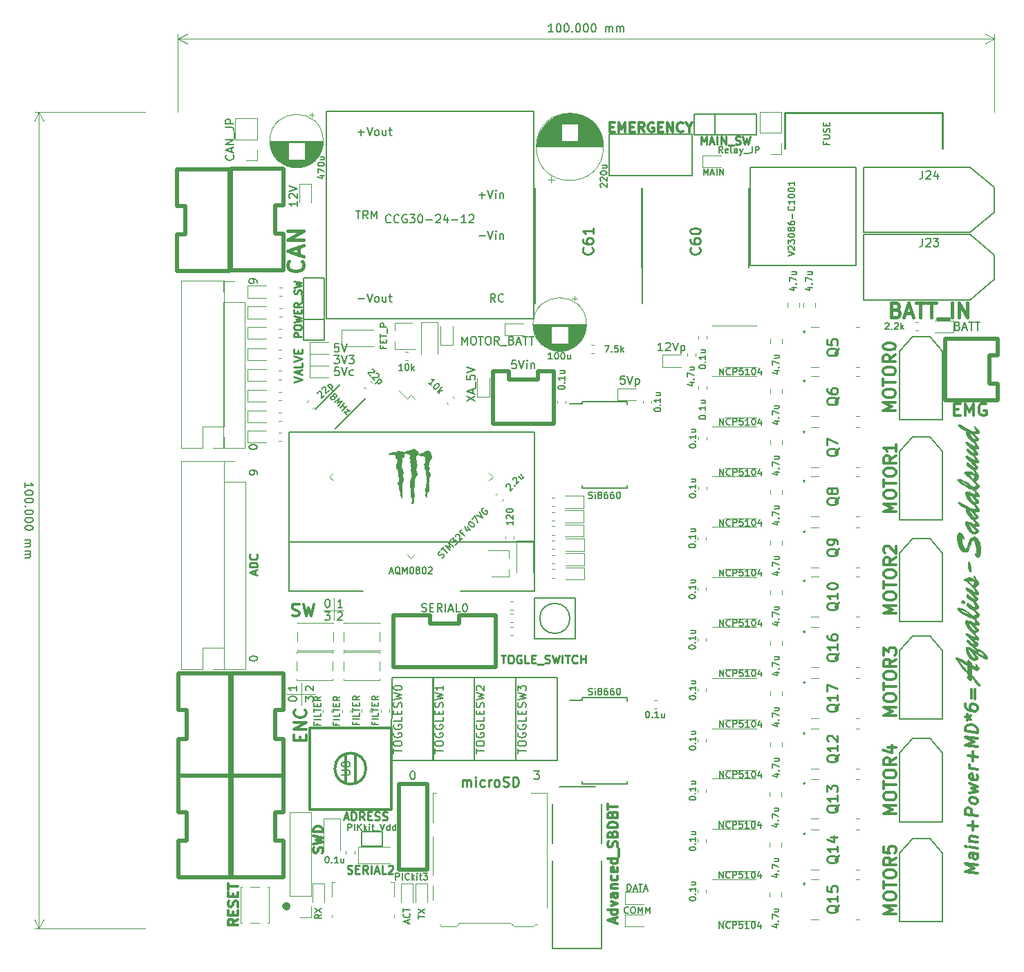
<source format=gbr>
G04 #@! TF.GenerationSoftware,KiCad,Pcbnew,(5.1.4)-1*
G04 #@! TF.CreationDate,2019-12-17T13:05:30+09:00*
G04 #@! TF.ProjectId,Main,4d61696e-2e6b-4696-9361-645f70636258,rev?*
G04 #@! TF.SameCoordinates,Original*
G04 #@! TF.FileFunction,Legend,Top*
G04 #@! TF.FilePolarity,Positive*
%FSLAX46Y46*%
G04 Gerber Fmt 4.6, Leading zero omitted, Abs format (unit mm)*
G04 Created by KiCad (PCBNEW (5.1.4)-1) date 2019-12-17 13:05:30*
%MOMM*%
%LPD*%
G04 APERTURE LIST*
%ADD10C,0.375000*%
%ADD11C,0.150000*%
%ADD12C,0.225000*%
%ADD13C,0.120000*%
%ADD14C,0.750000*%
%ADD15C,0.250000*%
%ADD16C,0.300000*%
%ADD17C,0.500000*%
%ADD18C,0.200000*%
%ADD19C,0.010000*%
%ADD20C,0.254000*%
%ADD21C,0.100000*%
%ADD22C,0.450000*%
%ADD23C,0.400000*%
G04 APERTURE END LIST*
D10*
X50942857Y-114982142D02*
X50942857Y-114482142D01*
X51728571Y-114267857D02*
X51728571Y-114982142D01*
X50228571Y-114982142D01*
X50228571Y-114267857D01*
X51728571Y-113625000D02*
X50228571Y-113625000D01*
X51728571Y-112767857D01*
X50228571Y-112767857D01*
X51585714Y-111196428D02*
X51657142Y-111267857D01*
X51728571Y-111482142D01*
X51728571Y-111625000D01*
X51657142Y-111839285D01*
X51514285Y-111982142D01*
X51371428Y-112053571D01*
X51085714Y-112125000D01*
X50871428Y-112125000D01*
X50585714Y-112053571D01*
X50442857Y-111982142D01*
X50300000Y-111839285D01*
X50228571Y-111625000D01*
X50228571Y-111482142D01*
X50300000Y-111267857D01*
X50371428Y-111196428D01*
D11*
X100380952Y-45711904D02*
X100380952Y-44911904D01*
X100647619Y-45483333D01*
X100914285Y-44911904D01*
X100914285Y-45711904D01*
X101257142Y-45483333D02*
X101638095Y-45483333D01*
X101180952Y-45711904D02*
X101447619Y-44911904D01*
X101714285Y-45711904D01*
X101980952Y-45711904D02*
X101980952Y-44911904D01*
X102361904Y-45711904D02*
X102361904Y-44911904D01*
X102819047Y-45711904D01*
X102819047Y-44911904D01*
D12*
X51107142Y-65514285D02*
X50207142Y-65514285D01*
X50207142Y-65171428D01*
X50250000Y-65085714D01*
X50292857Y-65042857D01*
X50378571Y-65000000D01*
X50507142Y-65000000D01*
X50592857Y-65042857D01*
X50635714Y-65085714D01*
X50678571Y-65171428D01*
X50678571Y-65514285D01*
X50207142Y-64442857D02*
X50207142Y-64271428D01*
X50250000Y-64185714D01*
X50335714Y-64100000D01*
X50507142Y-64057142D01*
X50807142Y-64057142D01*
X50978571Y-64100000D01*
X51064285Y-64185714D01*
X51107142Y-64271428D01*
X51107142Y-64442857D01*
X51064285Y-64528571D01*
X50978571Y-64614285D01*
X50807142Y-64657142D01*
X50507142Y-64657142D01*
X50335714Y-64614285D01*
X50250000Y-64528571D01*
X50207142Y-64442857D01*
X50207142Y-63757142D02*
X51107142Y-63542857D01*
X50464285Y-63371428D01*
X51107142Y-63200000D01*
X50207142Y-62985714D01*
X50635714Y-62642857D02*
X50635714Y-62342857D01*
X51107142Y-62214285D02*
X51107142Y-62642857D01*
X50207142Y-62642857D01*
X50207142Y-62214285D01*
X51107142Y-61314285D02*
X50678571Y-61614285D01*
X51107142Y-61828571D02*
X50207142Y-61828571D01*
X50207142Y-61485714D01*
X50250000Y-61400000D01*
X50292857Y-61357142D01*
X50378571Y-61314285D01*
X50507142Y-61314285D01*
X50592857Y-61357142D01*
X50635714Y-61400000D01*
X50678571Y-61485714D01*
X50678571Y-61828571D01*
X51192857Y-61142857D02*
X51192857Y-60457142D01*
X51064285Y-60285714D02*
X51107142Y-60157142D01*
X51107142Y-59942857D01*
X51064285Y-59857142D01*
X51021428Y-59814285D01*
X50935714Y-59771428D01*
X50850000Y-59771428D01*
X50764285Y-59814285D01*
X50721428Y-59857142D01*
X50678571Y-59942857D01*
X50635714Y-60114285D01*
X50592857Y-60200000D01*
X50550000Y-60242857D01*
X50464285Y-60285714D01*
X50378571Y-60285714D01*
X50292857Y-60242857D01*
X50250000Y-60200000D01*
X50207142Y-60114285D01*
X50207142Y-59900000D01*
X50250000Y-59771428D01*
X50207142Y-59471428D02*
X51107142Y-59257142D01*
X50464285Y-59085714D01*
X51107142Y-58914285D01*
X50207142Y-58700000D01*
D11*
X64183333Y-137345238D02*
X64183333Y-136964285D01*
X64411904Y-137421428D02*
X63611904Y-137154761D01*
X64411904Y-136888095D01*
X64335714Y-136164285D02*
X64373809Y-136202380D01*
X64411904Y-136316666D01*
X64411904Y-136392857D01*
X64373809Y-136507142D01*
X64297619Y-136583333D01*
X64221428Y-136621428D01*
X64069047Y-136659523D01*
X63954761Y-136659523D01*
X63802380Y-136621428D01*
X63726190Y-136583333D01*
X63650000Y-136507142D01*
X63611904Y-136392857D01*
X63611904Y-136316666D01*
X63650000Y-136202380D01*
X63688095Y-136164285D01*
X63611904Y-135935714D02*
X63611904Y-135478571D01*
X64411904Y-135707142D02*
X63611904Y-135707142D01*
D13*
X55075000Y-97500000D02*
X55075000Y-100250000D01*
X56325000Y-99000000D02*
X53825000Y-99000000D01*
D11*
X55589285Y-99297619D02*
X55636904Y-99250000D01*
X55732142Y-99202380D01*
X55970238Y-99202380D01*
X56065476Y-99250000D01*
X56113095Y-99297619D01*
X56160714Y-99392857D01*
X56160714Y-99488095D01*
X56113095Y-99630952D01*
X55541666Y-100202380D01*
X56160714Y-100202380D01*
X53991666Y-99202380D02*
X54610714Y-99202380D01*
X54277380Y-99583333D01*
X54420238Y-99583333D01*
X54515476Y-99630952D01*
X54563095Y-99678571D01*
X54610714Y-99773809D01*
X54610714Y-100011904D01*
X54563095Y-100107142D01*
X54515476Y-100154761D01*
X54420238Y-100202380D01*
X54134523Y-100202380D01*
X54039285Y-100154761D01*
X53991666Y-100107142D01*
X56160714Y-98652380D02*
X55589285Y-98652380D01*
X55875000Y-98652380D02*
X55875000Y-97652380D01*
X55779761Y-97795238D01*
X55684523Y-97890476D01*
X55589285Y-97938095D01*
X54277380Y-97652380D02*
X54372619Y-97652380D01*
X54467857Y-97700000D01*
X54515476Y-97747619D01*
X54563095Y-97842857D01*
X54610714Y-98033333D01*
X54610714Y-98271428D01*
X54563095Y-98461904D01*
X54515476Y-98557142D01*
X54467857Y-98604761D01*
X54372619Y-98652380D01*
X54277380Y-98652380D01*
X54182142Y-98604761D01*
X54134523Y-98557142D01*
X54086904Y-98461904D01*
X54039285Y-98271428D01*
X54039285Y-98033333D01*
X54086904Y-97842857D01*
X54134523Y-97747619D01*
X54182142Y-97700000D01*
X54277380Y-97652380D01*
D10*
X49989285Y-99657142D02*
X50203571Y-99728571D01*
X50560714Y-99728571D01*
X50703571Y-99657142D01*
X50775000Y-99585714D01*
X50846428Y-99442857D01*
X50846428Y-99300000D01*
X50775000Y-99157142D01*
X50703571Y-99085714D01*
X50560714Y-99014285D01*
X50275000Y-98942857D01*
X50132142Y-98871428D01*
X50060714Y-98800000D01*
X49989285Y-98657142D01*
X49989285Y-98514285D01*
X50060714Y-98371428D01*
X50132142Y-98300000D01*
X50275000Y-98228571D01*
X50632142Y-98228571D01*
X50846428Y-98300000D01*
X51346428Y-98228571D02*
X51703571Y-99728571D01*
X51989285Y-98657142D01*
X52275000Y-99728571D01*
X52632142Y-98228571D01*
D13*
X52850000Y-109250000D02*
X49300000Y-109250000D01*
X51100000Y-107950000D02*
X51100000Y-110600000D01*
D11*
X51602380Y-110183333D02*
X51602380Y-109564285D01*
X51983333Y-109897619D01*
X51983333Y-109754761D01*
X52030952Y-109659523D01*
X52078571Y-109611904D01*
X52173809Y-109564285D01*
X52411904Y-109564285D01*
X52507142Y-109611904D01*
X52554761Y-109659523D01*
X52602380Y-109754761D01*
X52602380Y-110040476D01*
X52554761Y-110135714D01*
X52507142Y-110183333D01*
X49552380Y-109897619D02*
X49552380Y-109802380D01*
X49600000Y-109707142D01*
X49647619Y-109659523D01*
X49742857Y-109611904D01*
X49933333Y-109564285D01*
X50171428Y-109564285D01*
X50361904Y-109611904D01*
X50457142Y-109659523D01*
X50504761Y-109707142D01*
X50552380Y-109802380D01*
X50552380Y-109897619D01*
X50504761Y-109992857D01*
X50457142Y-110040476D01*
X50361904Y-110088095D01*
X50171428Y-110135714D01*
X49933333Y-110135714D01*
X49742857Y-110088095D01*
X49647619Y-110040476D01*
X49600000Y-109992857D01*
X49552380Y-109897619D01*
X50552380Y-108264285D02*
X50552380Y-108835714D01*
X50552380Y-108550000D02*
X49552380Y-108550000D01*
X49695238Y-108645238D01*
X49790476Y-108740476D01*
X49838095Y-108835714D01*
X51697619Y-108835714D02*
X51650000Y-108788095D01*
X51602380Y-108692857D01*
X51602380Y-108454761D01*
X51650000Y-108359523D01*
X51697619Y-108311904D01*
X51792857Y-108264285D01*
X51888095Y-108264285D01*
X52030952Y-108311904D01*
X52602380Y-108883333D01*
X52602380Y-108264285D01*
D10*
X131071428Y-74392857D02*
X131571428Y-74392857D01*
X131785714Y-75178571D02*
X131071428Y-75178571D01*
X131071428Y-73678571D01*
X131785714Y-73678571D01*
X132428571Y-75178571D02*
X132428571Y-73678571D01*
X132928571Y-74750000D01*
X133428571Y-73678571D01*
X133428571Y-75178571D01*
X134928571Y-73750000D02*
X134785714Y-73678571D01*
X134571428Y-73678571D01*
X134357142Y-73750000D01*
X134214285Y-73892857D01*
X134142857Y-74035714D01*
X134071428Y-74321428D01*
X134071428Y-74535714D01*
X134142857Y-74821428D01*
X134214285Y-74964285D01*
X134357142Y-75107142D01*
X134571428Y-75178571D01*
X134714285Y-75178571D01*
X134928571Y-75107142D01*
X135000000Y-75035714D01*
X135000000Y-74535714D01*
X134714285Y-74535714D01*
D11*
X44752380Y-104947619D02*
X44752380Y-104852380D01*
X44800000Y-104757142D01*
X44847619Y-104709523D01*
X44942857Y-104661904D01*
X45133333Y-104614285D01*
X45371428Y-104614285D01*
X45561904Y-104661904D01*
X45657142Y-104709523D01*
X45704761Y-104757142D01*
X45752380Y-104852380D01*
X45752380Y-104947619D01*
X45704761Y-105042857D01*
X45657142Y-105090476D01*
X45561904Y-105138095D01*
X45371428Y-105185714D01*
X45133333Y-105185714D01*
X44942857Y-105138095D01*
X44847619Y-105090476D01*
X44800000Y-105042857D01*
X44752380Y-104947619D01*
X45752380Y-82340476D02*
X45752380Y-82150000D01*
X45704761Y-82054761D01*
X45657142Y-82007142D01*
X45514285Y-81911904D01*
X45323809Y-81864285D01*
X44942857Y-81864285D01*
X44847619Y-81911904D01*
X44800000Y-81959523D01*
X44752380Y-82054761D01*
X44752380Y-82245238D01*
X44800000Y-82340476D01*
X44847619Y-82388095D01*
X44942857Y-82435714D01*
X45180952Y-82435714D01*
X45276190Y-82388095D01*
X45323809Y-82340476D01*
X45371428Y-82245238D01*
X45371428Y-82054761D01*
X45323809Y-81959523D01*
X45276190Y-81911904D01*
X45180952Y-81864285D01*
X44702380Y-79047619D02*
X44702380Y-78952380D01*
X44750000Y-78857142D01*
X44797619Y-78809523D01*
X44892857Y-78761904D01*
X45083333Y-78714285D01*
X45321428Y-78714285D01*
X45511904Y-78761904D01*
X45607142Y-78809523D01*
X45654761Y-78857142D01*
X45702380Y-78952380D01*
X45702380Y-79047619D01*
X45654761Y-79142857D01*
X45607142Y-79190476D01*
X45511904Y-79238095D01*
X45321428Y-79285714D01*
X45083333Y-79285714D01*
X44892857Y-79238095D01*
X44797619Y-79190476D01*
X44750000Y-79142857D01*
X44702380Y-79047619D01*
X45702380Y-58890476D02*
X45702380Y-58700000D01*
X45654761Y-58604761D01*
X45607142Y-58557142D01*
X45464285Y-58461904D01*
X45273809Y-58414285D01*
X44892857Y-58414285D01*
X44797619Y-58461904D01*
X44750000Y-58509523D01*
X44702380Y-58604761D01*
X44702380Y-58795238D01*
X44750000Y-58890476D01*
X44797619Y-58938095D01*
X44892857Y-58985714D01*
X45130952Y-58985714D01*
X45226190Y-58938095D01*
X45273809Y-58890476D01*
X45321428Y-58795238D01*
X45321428Y-58604761D01*
X45273809Y-58509523D01*
X45226190Y-58461904D01*
X45130952Y-58414285D01*
D14*
X49250000Y-135071428D02*
X49392857Y-135214285D01*
X49250000Y-135357142D01*
X49107142Y-135214285D01*
X49250000Y-135071428D01*
X49250000Y-135357142D01*
D11*
X79616666Y-118702380D02*
X80235714Y-118702380D01*
X79902380Y-119083333D01*
X80045238Y-119083333D01*
X80140476Y-119130952D01*
X80188095Y-119178571D01*
X80235714Y-119273809D01*
X80235714Y-119511904D01*
X80188095Y-119607142D01*
X80140476Y-119654761D01*
X80045238Y-119702380D01*
X79759523Y-119702380D01*
X79664285Y-119654761D01*
X79616666Y-119607142D01*
X64702380Y-118702380D02*
X64797619Y-118702380D01*
X64892857Y-118750000D01*
X64940476Y-118797619D01*
X64988095Y-118892857D01*
X65035714Y-119083333D01*
X65035714Y-119321428D01*
X64988095Y-119511904D01*
X64940476Y-119607142D01*
X64892857Y-119654761D01*
X64797619Y-119702380D01*
X64702380Y-119702380D01*
X64607142Y-119654761D01*
X64559523Y-119607142D01*
X64511904Y-119511904D01*
X64464285Y-119321428D01*
X64464285Y-119083333D01*
X64511904Y-118892857D01*
X64559523Y-118797619D01*
X64607142Y-118750000D01*
X64702380Y-118702380D01*
D15*
X75561904Y-104502380D02*
X76133333Y-104502380D01*
X75847619Y-105502380D02*
X75847619Y-104502380D01*
X76657142Y-104502380D02*
X76847619Y-104502380D01*
X76942857Y-104550000D01*
X77038095Y-104645238D01*
X77085714Y-104835714D01*
X77085714Y-105169047D01*
X77038095Y-105359523D01*
X76942857Y-105454761D01*
X76847619Y-105502380D01*
X76657142Y-105502380D01*
X76561904Y-105454761D01*
X76466666Y-105359523D01*
X76419047Y-105169047D01*
X76419047Y-104835714D01*
X76466666Y-104645238D01*
X76561904Y-104550000D01*
X76657142Y-104502380D01*
X78038095Y-104550000D02*
X77942857Y-104502380D01*
X77800000Y-104502380D01*
X77657142Y-104550000D01*
X77561904Y-104645238D01*
X77514285Y-104740476D01*
X77466666Y-104930952D01*
X77466666Y-105073809D01*
X77514285Y-105264285D01*
X77561904Y-105359523D01*
X77657142Y-105454761D01*
X77800000Y-105502380D01*
X77895238Y-105502380D01*
X78038095Y-105454761D01*
X78085714Y-105407142D01*
X78085714Y-105073809D01*
X77895238Y-105073809D01*
X78990476Y-105502380D02*
X78514285Y-105502380D01*
X78514285Y-104502380D01*
X79323809Y-104978571D02*
X79657142Y-104978571D01*
X79800000Y-105502380D02*
X79323809Y-105502380D01*
X79323809Y-104502380D01*
X79800000Y-104502380D01*
X79990476Y-105597619D02*
X80752380Y-105597619D01*
X80942857Y-105454761D02*
X81085714Y-105502380D01*
X81323809Y-105502380D01*
X81419047Y-105454761D01*
X81466666Y-105407142D01*
X81514285Y-105311904D01*
X81514285Y-105216666D01*
X81466666Y-105121428D01*
X81419047Y-105073809D01*
X81323809Y-105026190D01*
X81133333Y-104978571D01*
X81038095Y-104930952D01*
X80990476Y-104883333D01*
X80942857Y-104788095D01*
X80942857Y-104692857D01*
X80990476Y-104597619D01*
X81038095Y-104550000D01*
X81133333Y-104502380D01*
X81371428Y-104502380D01*
X81514285Y-104550000D01*
X81847619Y-104502380D02*
X82085714Y-105502380D01*
X82276190Y-104788095D01*
X82466666Y-105502380D01*
X82704761Y-104502380D01*
X83085714Y-105502380D02*
X83085714Y-104502380D01*
X83419047Y-104502380D02*
X83990476Y-104502380D01*
X83704761Y-105502380D02*
X83704761Y-104502380D01*
X84895238Y-105407142D02*
X84847619Y-105454761D01*
X84704761Y-105502380D01*
X84609523Y-105502380D01*
X84466666Y-105454761D01*
X84371428Y-105359523D01*
X84323809Y-105264285D01*
X84276190Y-105073809D01*
X84276190Y-104930952D01*
X84323809Y-104740476D01*
X84371428Y-104645238D01*
X84466666Y-104550000D01*
X84609523Y-104502380D01*
X84704761Y-104502380D01*
X84847619Y-104550000D01*
X84895238Y-104597619D01*
X85323809Y-105502380D02*
X85323809Y-104502380D01*
X85323809Y-104978571D02*
X85895238Y-104978571D01*
X85895238Y-105502380D02*
X85895238Y-104502380D01*
D16*
X133928571Y-131188928D02*
X132428571Y-131001428D01*
X133500000Y-130635357D01*
X132428571Y-130001428D01*
X133928571Y-130188928D01*
X133928571Y-128831785D02*
X133142857Y-128733571D01*
X133000000Y-128787142D01*
X132928571Y-128921071D01*
X132928571Y-129206785D01*
X133000000Y-129358571D01*
X133857142Y-128822857D02*
X133928571Y-128974642D01*
X133928571Y-129331785D01*
X133857142Y-129465714D01*
X133714285Y-129519285D01*
X133571428Y-129501428D01*
X133428571Y-129412142D01*
X133357142Y-129260357D01*
X133357142Y-128903214D01*
X133285714Y-128751428D01*
X133928571Y-128117500D02*
X132928571Y-127992500D01*
X132428571Y-127930000D02*
X132500000Y-128010357D01*
X132571428Y-127947857D01*
X132500000Y-127867500D01*
X132428571Y-127930000D01*
X132571428Y-127947857D01*
X132928571Y-127278214D02*
X133928571Y-127403214D01*
X133071428Y-127296071D02*
X133000000Y-127215714D01*
X132928571Y-127063928D01*
X132928571Y-126849642D01*
X133000000Y-126715714D01*
X133142857Y-126662142D01*
X133928571Y-126760357D01*
X133357142Y-125974642D02*
X133357142Y-124831785D01*
X133928571Y-125474642D02*
X132785714Y-125331785D01*
X133928571Y-124188928D02*
X132428571Y-124001428D01*
X132428571Y-123430000D01*
X132500000Y-123296071D01*
X132571428Y-123233571D01*
X132714285Y-123180000D01*
X132928571Y-123206785D01*
X133071428Y-123296071D01*
X133142857Y-123376428D01*
X133214285Y-123528214D01*
X133214285Y-124099642D01*
X133928571Y-122474642D02*
X133857142Y-122608571D01*
X133785714Y-122671071D01*
X133642857Y-122724642D01*
X133214285Y-122671071D01*
X133071428Y-122581785D01*
X133000000Y-122501428D01*
X132928571Y-122349642D01*
X132928571Y-122135357D01*
X133000000Y-122001428D01*
X133071428Y-121938928D01*
X133214285Y-121885357D01*
X133642857Y-121938928D01*
X133785714Y-122028214D01*
X133857142Y-122108571D01*
X133928571Y-122260357D01*
X133928571Y-122474642D01*
X132928571Y-121349642D02*
X133928571Y-121188928D01*
X133214285Y-120813928D01*
X133928571Y-120617500D01*
X132928571Y-120206785D01*
X133857142Y-119180000D02*
X133928571Y-119331785D01*
X133928571Y-119617500D01*
X133857142Y-119751428D01*
X133714285Y-119805000D01*
X133142857Y-119733571D01*
X133000000Y-119644285D01*
X132928571Y-119492500D01*
X132928571Y-119206785D01*
X133000000Y-119072857D01*
X133142857Y-119019285D01*
X133285714Y-119037142D01*
X133428571Y-119769285D01*
X133928571Y-118474642D02*
X132928571Y-118349642D01*
X133214285Y-118385357D02*
X133071428Y-118296071D01*
X133000000Y-118215714D01*
X132928571Y-118063928D01*
X132928571Y-117921071D01*
X133357142Y-117474642D02*
X133357142Y-116331785D01*
X133928571Y-116974642D02*
X132785714Y-116831785D01*
X133928571Y-115688928D02*
X132428571Y-115501428D01*
X133500000Y-115135357D01*
X132428571Y-114501428D01*
X133928571Y-114688928D01*
X133928571Y-113974642D02*
X132428571Y-113787142D01*
X132428571Y-113430000D01*
X132500000Y-113224642D01*
X132642857Y-113099642D01*
X132785714Y-113046071D01*
X133071428Y-113010357D01*
X133285714Y-113037142D01*
X133571428Y-113144285D01*
X133714285Y-113233571D01*
X133857142Y-113394285D01*
X133928571Y-113617500D01*
X133928571Y-113974642D01*
X132428571Y-112072857D02*
X132785714Y-112117500D01*
X132642857Y-112456785D02*
X132785714Y-112117500D01*
X132642857Y-111742500D01*
X133071428Y-112367500D02*
X132785714Y-112117500D01*
X133071428Y-111938928D01*
X132428571Y-110501428D02*
X132428571Y-110787142D01*
X132500000Y-110938928D01*
X132571428Y-111019285D01*
X132785714Y-111188928D01*
X133071428Y-111296071D01*
X133642857Y-111367500D01*
X133785714Y-111313928D01*
X133857142Y-111251428D01*
X133928571Y-111117500D01*
X133928571Y-110831785D01*
X133857142Y-110680000D01*
X133785714Y-110599642D01*
X133642857Y-110510357D01*
X133285714Y-110465714D01*
X133142857Y-110519285D01*
X133071428Y-110581785D01*
X133000000Y-110715714D01*
X133000000Y-111001428D01*
X133071428Y-111153214D01*
X133142857Y-111233571D01*
X133285714Y-111322857D01*
X133142857Y-109805000D02*
X133142857Y-108662142D01*
X133571428Y-108715714D02*
X133571428Y-109858571D01*
X88878571Y-39814285D02*
X89278571Y-39814285D01*
X89450000Y-40442857D02*
X88878571Y-40442857D01*
X88878571Y-39242857D01*
X89450000Y-39242857D01*
X89964285Y-40442857D02*
X89964285Y-39242857D01*
X90364285Y-40100000D01*
X90764285Y-39242857D01*
X90764285Y-40442857D01*
X91335714Y-39814285D02*
X91735714Y-39814285D01*
X91907142Y-40442857D02*
X91335714Y-40442857D01*
X91335714Y-39242857D01*
X91907142Y-39242857D01*
X93107142Y-40442857D02*
X92707142Y-39871428D01*
X92421428Y-40442857D02*
X92421428Y-39242857D01*
X92878571Y-39242857D01*
X92992857Y-39300000D01*
X93050000Y-39357142D01*
X93107142Y-39471428D01*
X93107142Y-39642857D01*
X93050000Y-39757142D01*
X92992857Y-39814285D01*
X92878571Y-39871428D01*
X92421428Y-39871428D01*
X94250000Y-39300000D02*
X94135714Y-39242857D01*
X93964285Y-39242857D01*
X93792857Y-39300000D01*
X93678571Y-39414285D01*
X93621428Y-39528571D01*
X93564285Y-39757142D01*
X93564285Y-39928571D01*
X93621428Y-40157142D01*
X93678571Y-40271428D01*
X93792857Y-40385714D01*
X93964285Y-40442857D01*
X94078571Y-40442857D01*
X94250000Y-40385714D01*
X94307142Y-40328571D01*
X94307142Y-39928571D01*
X94078571Y-39928571D01*
X94821428Y-39814285D02*
X95221428Y-39814285D01*
X95392857Y-40442857D02*
X94821428Y-40442857D01*
X94821428Y-39242857D01*
X95392857Y-39242857D01*
X95907142Y-40442857D02*
X95907142Y-39242857D01*
X96592857Y-40442857D01*
X96592857Y-39242857D01*
X97850000Y-40328571D02*
X97792857Y-40385714D01*
X97621428Y-40442857D01*
X97507142Y-40442857D01*
X97335714Y-40385714D01*
X97221428Y-40271428D01*
X97164285Y-40157142D01*
X97107142Y-39928571D01*
X97107142Y-39757142D01*
X97164285Y-39528571D01*
X97221428Y-39414285D01*
X97335714Y-39300000D01*
X97507142Y-39242857D01*
X97621428Y-39242857D01*
X97792857Y-39300000D01*
X97850000Y-39357142D01*
X98592857Y-39871428D02*
X98592857Y-40442857D01*
X98192857Y-39242857D02*
X98592857Y-39871428D01*
X98992857Y-39242857D01*
D11*
X81952380Y-28182380D02*
X81380952Y-28182380D01*
X81666666Y-28182380D02*
X81666666Y-27182380D01*
X81571428Y-27325238D01*
X81476190Y-27420476D01*
X81380952Y-27468095D01*
X82571428Y-27182380D02*
X82666666Y-27182380D01*
X82761904Y-27230000D01*
X82809523Y-27277619D01*
X82857142Y-27372857D01*
X82904761Y-27563333D01*
X82904761Y-27801428D01*
X82857142Y-27991904D01*
X82809523Y-28087142D01*
X82761904Y-28134761D01*
X82666666Y-28182380D01*
X82571428Y-28182380D01*
X82476190Y-28134761D01*
X82428571Y-28087142D01*
X82380952Y-27991904D01*
X82333333Y-27801428D01*
X82333333Y-27563333D01*
X82380952Y-27372857D01*
X82428571Y-27277619D01*
X82476190Y-27230000D01*
X82571428Y-27182380D01*
X83523809Y-27182380D02*
X83619047Y-27182380D01*
X83714285Y-27230000D01*
X83761904Y-27277619D01*
X83809523Y-27372857D01*
X83857142Y-27563333D01*
X83857142Y-27801428D01*
X83809523Y-27991904D01*
X83761904Y-28087142D01*
X83714285Y-28134761D01*
X83619047Y-28182380D01*
X83523809Y-28182380D01*
X83428571Y-28134761D01*
X83380952Y-28087142D01*
X83333333Y-27991904D01*
X83285714Y-27801428D01*
X83285714Y-27563333D01*
X83333333Y-27372857D01*
X83380952Y-27277619D01*
X83428571Y-27230000D01*
X83523809Y-27182380D01*
X84285714Y-28087142D02*
X84333333Y-28134761D01*
X84285714Y-28182380D01*
X84238095Y-28134761D01*
X84285714Y-28087142D01*
X84285714Y-28182380D01*
X84952380Y-27182380D02*
X85047619Y-27182380D01*
X85142857Y-27230000D01*
X85190476Y-27277619D01*
X85238095Y-27372857D01*
X85285714Y-27563333D01*
X85285714Y-27801428D01*
X85238095Y-27991904D01*
X85190476Y-28087142D01*
X85142857Y-28134761D01*
X85047619Y-28182380D01*
X84952380Y-28182380D01*
X84857142Y-28134761D01*
X84809523Y-28087142D01*
X84761904Y-27991904D01*
X84714285Y-27801428D01*
X84714285Y-27563333D01*
X84761904Y-27372857D01*
X84809523Y-27277619D01*
X84857142Y-27230000D01*
X84952380Y-27182380D01*
X85904761Y-27182380D02*
X86000000Y-27182380D01*
X86095238Y-27230000D01*
X86142857Y-27277619D01*
X86190476Y-27372857D01*
X86238095Y-27563333D01*
X86238095Y-27801428D01*
X86190476Y-27991904D01*
X86142857Y-28087142D01*
X86095238Y-28134761D01*
X86000000Y-28182380D01*
X85904761Y-28182380D01*
X85809523Y-28134761D01*
X85761904Y-28087142D01*
X85714285Y-27991904D01*
X85666666Y-27801428D01*
X85666666Y-27563333D01*
X85714285Y-27372857D01*
X85761904Y-27277619D01*
X85809523Y-27230000D01*
X85904761Y-27182380D01*
X86857142Y-27182380D02*
X86952380Y-27182380D01*
X87047619Y-27230000D01*
X87095238Y-27277619D01*
X87142857Y-27372857D01*
X87190476Y-27563333D01*
X87190476Y-27801428D01*
X87142857Y-27991904D01*
X87095238Y-28087142D01*
X87047619Y-28134761D01*
X86952380Y-28182380D01*
X86857142Y-28182380D01*
X86761904Y-28134761D01*
X86714285Y-28087142D01*
X86666666Y-27991904D01*
X86619047Y-27801428D01*
X86619047Y-27563333D01*
X86666666Y-27372857D01*
X86714285Y-27277619D01*
X86761904Y-27230000D01*
X86857142Y-27182380D01*
X88380952Y-28182380D02*
X88380952Y-27515714D01*
X88380952Y-27610952D02*
X88428571Y-27563333D01*
X88523809Y-27515714D01*
X88666666Y-27515714D01*
X88761904Y-27563333D01*
X88809523Y-27658571D01*
X88809523Y-28182380D01*
X88809523Y-27658571D02*
X88857142Y-27563333D01*
X88952380Y-27515714D01*
X89095238Y-27515714D01*
X89190476Y-27563333D01*
X89238095Y-27658571D01*
X89238095Y-28182380D01*
X89714285Y-28182380D02*
X89714285Y-27515714D01*
X89714285Y-27610952D02*
X89761904Y-27563333D01*
X89857142Y-27515714D01*
X90000000Y-27515714D01*
X90095238Y-27563333D01*
X90142857Y-27658571D01*
X90142857Y-28182380D01*
X90142857Y-27658571D02*
X90190476Y-27563333D01*
X90285714Y-27515714D01*
X90428571Y-27515714D01*
X90523809Y-27563333D01*
X90571428Y-27658571D01*
X90571428Y-28182380D01*
D13*
X36000000Y-29000000D02*
X136000000Y-29000000D01*
X36000000Y-38000000D02*
X36000000Y-28413579D01*
X136000000Y-38000000D02*
X136000000Y-28413579D01*
X136000000Y-29000000D02*
X134873496Y-29586421D01*
X136000000Y-29000000D02*
X134873496Y-28413579D01*
X36000000Y-29000000D02*
X37126504Y-29586421D01*
X36000000Y-29000000D02*
X37126504Y-28413579D01*
D11*
X17277619Y-83952380D02*
X17277619Y-83380952D01*
X17277619Y-83666666D02*
X18277619Y-83666666D01*
X18134761Y-83571428D01*
X18039523Y-83476190D01*
X17991904Y-83380952D01*
X18277619Y-84571428D02*
X18277619Y-84666666D01*
X18230000Y-84761904D01*
X18182380Y-84809523D01*
X18087142Y-84857142D01*
X17896666Y-84904761D01*
X17658571Y-84904761D01*
X17468095Y-84857142D01*
X17372857Y-84809523D01*
X17325238Y-84761904D01*
X17277619Y-84666666D01*
X17277619Y-84571428D01*
X17325238Y-84476190D01*
X17372857Y-84428571D01*
X17468095Y-84380952D01*
X17658571Y-84333333D01*
X17896666Y-84333333D01*
X18087142Y-84380952D01*
X18182380Y-84428571D01*
X18230000Y-84476190D01*
X18277619Y-84571428D01*
X18277619Y-85523809D02*
X18277619Y-85619047D01*
X18230000Y-85714285D01*
X18182380Y-85761904D01*
X18087142Y-85809523D01*
X17896666Y-85857142D01*
X17658571Y-85857142D01*
X17468095Y-85809523D01*
X17372857Y-85761904D01*
X17325238Y-85714285D01*
X17277619Y-85619047D01*
X17277619Y-85523809D01*
X17325238Y-85428571D01*
X17372857Y-85380952D01*
X17468095Y-85333333D01*
X17658571Y-85285714D01*
X17896666Y-85285714D01*
X18087142Y-85333333D01*
X18182380Y-85380952D01*
X18230000Y-85428571D01*
X18277619Y-85523809D01*
X17372857Y-86285714D02*
X17325238Y-86333333D01*
X17277619Y-86285714D01*
X17325238Y-86238095D01*
X17372857Y-86285714D01*
X17277619Y-86285714D01*
X18277619Y-86952380D02*
X18277619Y-87047619D01*
X18230000Y-87142857D01*
X18182380Y-87190476D01*
X18087142Y-87238095D01*
X17896666Y-87285714D01*
X17658571Y-87285714D01*
X17468095Y-87238095D01*
X17372857Y-87190476D01*
X17325238Y-87142857D01*
X17277619Y-87047619D01*
X17277619Y-86952380D01*
X17325238Y-86857142D01*
X17372857Y-86809523D01*
X17468095Y-86761904D01*
X17658571Y-86714285D01*
X17896666Y-86714285D01*
X18087142Y-86761904D01*
X18182380Y-86809523D01*
X18230000Y-86857142D01*
X18277619Y-86952380D01*
X18277619Y-87904761D02*
X18277619Y-88000000D01*
X18230000Y-88095238D01*
X18182380Y-88142857D01*
X18087142Y-88190476D01*
X17896666Y-88238095D01*
X17658571Y-88238095D01*
X17468095Y-88190476D01*
X17372857Y-88142857D01*
X17325238Y-88095238D01*
X17277619Y-88000000D01*
X17277619Y-87904761D01*
X17325238Y-87809523D01*
X17372857Y-87761904D01*
X17468095Y-87714285D01*
X17658571Y-87666666D01*
X17896666Y-87666666D01*
X18087142Y-87714285D01*
X18182380Y-87761904D01*
X18230000Y-87809523D01*
X18277619Y-87904761D01*
X18277619Y-88857142D02*
X18277619Y-88952380D01*
X18230000Y-89047619D01*
X18182380Y-89095238D01*
X18087142Y-89142857D01*
X17896666Y-89190476D01*
X17658571Y-89190476D01*
X17468095Y-89142857D01*
X17372857Y-89095238D01*
X17325238Y-89047619D01*
X17277619Y-88952380D01*
X17277619Y-88857142D01*
X17325238Y-88761904D01*
X17372857Y-88714285D01*
X17468095Y-88666666D01*
X17658571Y-88619047D01*
X17896666Y-88619047D01*
X18087142Y-88666666D01*
X18182380Y-88714285D01*
X18230000Y-88761904D01*
X18277619Y-88857142D01*
X17277619Y-90380952D02*
X17944285Y-90380952D01*
X17849047Y-90380952D02*
X17896666Y-90428571D01*
X17944285Y-90523809D01*
X17944285Y-90666666D01*
X17896666Y-90761904D01*
X17801428Y-90809523D01*
X17277619Y-90809523D01*
X17801428Y-90809523D02*
X17896666Y-90857142D01*
X17944285Y-90952380D01*
X17944285Y-91095238D01*
X17896666Y-91190476D01*
X17801428Y-91238095D01*
X17277619Y-91238095D01*
X17277619Y-91714285D02*
X17944285Y-91714285D01*
X17849047Y-91714285D02*
X17896666Y-91761904D01*
X17944285Y-91857142D01*
X17944285Y-92000000D01*
X17896666Y-92095238D01*
X17801428Y-92142857D01*
X17277619Y-92142857D01*
X17801428Y-92142857D02*
X17896666Y-92190476D01*
X17944285Y-92285714D01*
X17944285Y-92428571D01*
X17896666Y-92523809D01*
X17801428Y-92571428D01*
X17277619Y-92571428D01*
D13*
X19000000Y-38000000D02*
X19000000Y-138000000D01*
X32000000Y-38000000D02*
X18413579Y-38000000D01*
X32000000Y-138000000D02*
X18413579Y-138000000D01*
X19000000Y-138000000D02*
X18413579Y-136873496D01*
X19000000Y-138000000D02*
X19586421Y-136873496D01*
X19000000Y-38000000D02*
X18413579Y-39126504D01*
X19000000Y-38000000D02*
X19586421Y-39126504D01*
D16*
X59025000Y-118400000D02*
G75*
G03X59025000Y-118400000I-1900000J0D01*
G01*
X56525000Y-116600000D02*
X56525000Y-120100000D01*
X57725000Y-116600000D02*
X57725000Y-120200000D01*
X62125000Y-113400000D02*
X62125000Y-123400000D01*
X62125000Y-123400000D02*
X52125000Y-123400000D01*
X52125000Y-123400000D02*
X52125000Y-113400000D01*
X52125000Y-113400000D02*
X62125000Y-113400000D01*
D13*
X60700000Y-104270000D02*
X60700000Y-104150000D01*
X60700000Y-106420000D02*
X60700000Y-105280000D01*
X60700000Y-107550000D02*
X60700000Y-107430000D01*
X56300000Y-107550000D02*
X60700000Y-107550000D01*
X56300000Y-107430000D02*
X56300000Y-107550000D01*
X56300000Y-105280000D02*
X56300000Y-106420000D01*
X56300000Y-104150000D02*
X56300000Y-104270000D01*
X60700000Y-104150000D02*
X56300000Y-104150000D01*
X54975000Y-104150000D02*
X50575000Y-104150000D01*
X50575000Y-104150000D02*
X50575000Y-104270000D01*
X50575000Y-105280000D02*
X50575000Y-106420000D01*
X50575000Y-107430000D02*
X50575000Y-107550000D01*
X50575000Y-107550000D02*
X54975000Y-107550000D01*
X54975000Y-107550000D02*
X54975000Y-107430000D01*
X54975000Y-106420000D02*
X54975000Y-105280000D01*
X54975000Y-104270000D02*
X54975000Y-104150000D01*
X60725000Y-100550000D02*
X56325000Y-100550000D01*
X56325000Y-100550000D02*
X56325000Y-100670000D01*
X56325000Y-101680000D02*
X56325000Y-102820000D01*
X56325000Y-103830000D02*
X56325000Y-103950000D01*
X56325000Y-103950000D02*
X60725000Y-103950000D01*
X60725000Y-103950000D02*
X60725000Y-103830000D01*
X60725000Y-102820000D02*
X60725000Y-101680000D01*
X60725000Y-100670000D02*
X60725000Y-100550000D01*
X55000000Y-100670000D02*
X55000000Y-100550000D01*
X55000000Y-102820000D02*
X55000000Y-101680000D01*
X55000000Y-103950000D02*
X55000000Y-103830000D01*
X50600000Y-103950000D02*
X55000000Y-103950000D01*
X50600000Y-103830000D02*
X50600000Y-103950000D01*
X50600000Y-101680000D02*
X50600000Y-102820000D01*
X50600000Y-100550000D02*
X50600000Y-100670000D01*
X55000000Y-100550000D02*
X50600000Y-100550000D01*
X47000000Y-137310000D02*
X47120000Y-137310000D01*
X44850000Y-137310000D02*
X45990000Y-137310000D01*
X43720000Y-137310000D02*
X43840000Y-137310000D01*
X43720000Y-132910000D02*
X43720000Y-137310000D01*
X43840000Y-132910000D02*
X43720000Y-132910000D01*
X45990000Y-132910000D02*
X44850000Y-132910000D01*
X47120000Y-132910000D02*
X47000000Y-132910000D01*
X47120000Y-137310000D02*
X47120000Y-132910000D01*
X53800000Y-41540000D02*
G75*
G03X53800000Y-41540000I-3270000J0D01*
G01*
X53760000Y-41540000D02*
X47300000Y-41540000D01*
X53760000Y-41580000D02*
X47300000Y-41580000D01*
X53760000Y-41620000D02*
X47300000Y-41620000D01*
X53758000Y-41660000D02*
X47302000Y-41660000D01*
X53757000Y-41700000D02*
X47303000Y-41700000D01*
X53754000Y-41740000D02*
X47306000Y-41740000D01*
X53752000Y-41780000D02*
X51570000Y-41780000D01*
X49490000Y-41780000D02*
X47308000Y-41780000D01*
X53748000Y-41820000D02*
X51570000Y-41820000D01*
X49490000Y-41820000D02*
X47312000Y-41820000D01*
X53745000Y-41860000D02*
X51570000Y-41860000D01*
X49490000Y-41860000D02*
X47315000Y-41860000D01*
X53741000Y-41900000D02*
X51570000Y-41900000D01*
X49490000Y-41900000D02*
X47319000Y-41900000D01*
X53736000Y-41940000D02*
X51570000Y-41940000D01*
X49490000Y-41940000D02*
X47324000Y-41940000D01*
X53731000Y-41980000D02*
X51570000Y-41980000D01*
X49490000Y-41980000D02*
X47329000Y-41980000D01*
X53725000Y-42020000D02*
X51570000Y-42020000D01*
X49490000Y-42020000D02*
X47335000Y-42020000D01*
X53719000Y-42060000D02*
X51570000Y-42060000D01*
X49490000Y-42060000D02*
X47341000Y-42060000D01*
X53712000Y-42100000D02*
X51570000Y-42100000D01*
X49490000Y-42100000D02*
X47348000Y-42100000D01*
X53705000Y-42140000D02*
X51570000Y-42140000D01*
X49490000Y-42140000D02*
X47355000Y-42140000D01*
X53697000Y-42180000D02*
X51570000Y-42180000D01*
X49490000Y-42180000D02*
X47363000Y-42180000D01*
X53689000Y-42220000D02*
X51570000Y-42220000D01*
X49490000Y-42220000D02*
X47371000Y-42220000D01*
X53680000Y-42261000D02*
X51570000Y-42261000D01*
X49490000Y-42261000D02*
X47380000Y-42261000D01*
X53671000Y-42301000D02*
X51570000Y-42301000D01*
X49490000Y-42301000D02*
X47389000Y-42301000D01*
X53661000Y-42341000D02*
X51570000Y-42341000D01*
X49490000Y-42341000D02*
X47399000Y-42341000D01*
X53651000Y-42381000D02*
X51570000Y-42381000D01*
X49490000Y-42381000D02*
X47409000Y-42381000D01*
X53640000Y-42421000D02*
X51570000Y-42421000D01*
X49490000Y-42421000D02*
X47420000Y-42421000D01*
X53628000Y-42461000D02*
X51570000Y-42461000D01*
X49490000Y-42461000D02*
X47432000Y-42461000D01*
X53616000Y-42501000D02*
X51570000Y-42501000D01*
X49490000Y-42501000D02*
X47444000Y-42501000D01*
X53604000Y-42541000D02*
X51570000Y-42541000D01*
X49490000Y-42541000D02*
X47456000Y-42541000D01*
X53591000Y-42581000D02*
X51570000Y-42581000D01*
X49490000Y-42581000D02*
X47469000Y-42581000D01*
X53577000Y-42621000D02*
X51570000Y-42621000D01*
X49490000Y-42621000D02*
X47483000Y-42621000D01*
X53563000Y-42661000D02*
X51570000Y-42661000D01*
X49490000Y-42661000D02*
X47497000Y-42661000D01*
X53548000Y-42701000D02*
X51570000Y-42701000D01*
X49490000Y-42701000D02*
X47512000Y-42701000D01*
X53532000Y-42741000D02*
X51570000Y-42741000D01*
X49490000Y-42741000D02*
X47528000Y-42741000D01*
X53516000Y-42781000D02*
X51570000Y-42781000D01*
X49490000Y-42781000D02*
X47544000Y-42781000D01*
X53500000Y-42821000D02*
X51570000Y-42821000D01*
X49490000Y-42821000D02*
X47560000Y-42821000D01*
X53482000Y-42861000D02*
X51570000Y-42861000D01*
X49490000Y-42861000D02*
X47578000Y-42861000D01*
X53464000Y-42901000D02*
X51570000Y-42901000D01*
X49490000Y-42901000D02*
X47596000Y-42901000D01*
X53446000Y-42941000D02*
X51570000Y-42941000D01*
X49490000Y-42941000D02*
X47614000Y-42941000D01*
X53426000Y-42981000D02*
X51570000Y-42981000D01*
X49490000Y-42981000D02*
X47634000Y-42981000D01*
X53406000Y-43021000D02*
X51570000Y-43021000D01*
X49490000Y-43021000D02*
X47654000Y-43021000D01*
X53386000Y-43061000D02*
X51570000Y-43061000D01*
X49490000Y-43061000D02*
X47674000Y-43061000D01*
X53364000Y-43101000D02*
X51570000Y-43101000D01*
X49490000Y-43101000D02*
X47696000Y-43101000D01*
X53342000Y-43141000D02*
X51570000Y-43141000D01*
X49490000Y-43141000D02*
X47718000Y-43141000D01*
X53320000Y-43181000D02*
X51570000Y-43181000D01*
X49490000Y-43181000D02*
X47740000Y-43181000D01*
X53296000Y-43221000D02*
X51570000Y-43221000D01*
X49490000Y-43221000D02*
X47764000Y-43221000D01*
X53272000Y-43261000D02*
X51570000Y-43261000D01*
X49490000Y-43261000D02*
X47788000Y-43261000D01*
X53246000Y-43301000D02*
X51570000Y-43301000D01*
X49490000Y-43301000D02*
X47814000Y-43301000D01*
X53220000Y-43341000D02*
X51570000Y-43341000D01*
X49490000Y-43341000D02*
X47840000Y-43341000D01*
X53194000Y-43381000D02*
X51570000Y-43381000D01*
X49490000Y-43381000D02*
X47866000Y-43381000D01*
X53166000Y-43421000D02*
X51570000Y-43421000D01*
X49490000Y-43421000D02*
X47894000Y-43421000D01*
X53137000Y-43461000D02*
X51570000Y-43461000D01*
X49490000Y-43461000D02*
X47923000Y-43461000D01*
X53108000Y-43501000D02*
X51570000Y-43501000D01*
X49490000Y-43501000D02*
X47952000Y-43501000D01*
X53078000Y-43541000D02*
X51570000Y-43541000D01*
X49490000Y-43541000D02*
X47982000Y-43541000D01*
X53046000Y-43581000D02*
X51570000Y-43581000D01*
X49490000Y-43581000D02*
X48014000Y-43581000D01*
X53014000Y-43621000D02*
X51570000Y-43621000D01*
X49490000Y-43621000D02*
X48046000Y-43621000D01*
X52980000Y-43661000D02*
X51570000Y-43661000D01*
X49490000Y-43661000D02*
X48080000Y-43661000D01*
X52946000Y-43701000D02*
X51570000Y-43701000D01*
X49490000Y-43701000D02*
X48114000Y-43701000D01*
X52910000Y-43741000D02*
X51570000Y-43741000D01*
X49490000Y-43741000D02*
X48150000Y-43741000D01*
X52873000Y-43781000D02*
X51570000Y-43781000D01*
X49490000Y-43781000D02*
X48187000Y-43781000D01*
X52835000Y-43821000D02*
X51570000Y-43821000D01*
X49490000Y-43821000D02*
X48225000Y-43821000D01*
X52795000Y-43861000D02*
X48265000Y-43861000D01*
X52754000Y-43901000D02*
X48306000Y-43901000D01*
X52712000Y-43941000D02*
X48348000Y-43941000D01*
X52667000Y-43981000D02*
X48393000Y-43981000D01*
X52622000Y-44021000D02*
X48438000Y-44021000D01*
X52574000Y-44061000D02*
X48486000Y-44061000D01*
X52525000Y-44101000D02*
X48535000Y-44101000D01*
X52474000Y-44141000D02*
X48586000Y-44141000D01*
X52420000Y-44181000D02*
X48640000Y-44181000D01*
X52364000Y-44221000D02*
X48696000Y-44221000D01*
X52306000Y-44261000D02*
X48754000Y-44261000D01*
X52244000Y-44301000D02*
X48816000Y-44301000D01*
X52180000Y-44341000D02*
X48880000Y-44341000D01*
X52111000Y-44381000D02*
X48949000Y-44381000D01*
X52039000Y-44421000D02*
X49021000Y-44421000D01*
X51962000Y-44461000D02*
X49098000Y-44461000D01*
X51880000Y-44501000D02*
X49180000Y-44501000D01*
X51792000Y-44541000D02*
X49268000Y-44541000D01*
X51695000Y-44581000D02*
X49365000Y-44581000D01*
X51589000Y-44621000D02*
X49471000Y-44621000D01*
X51470000Y-44661000D02*
X49590000Y-44661000D01*
X51332000Y-44701000D02*
X49728000Y-44701000D01*
X51163000Y-44741000D02*
X49897000Y-44741000D01*
X50932000Y-44781000D02*
X50128000Y-44781000D01*
X52369000Y-38039759D02*
X52369000Y-38669759D01*
X52684000Y-38354759D02*
X52054000Y-38354759D01*
X64055025Y-92210084D02*
X64550000Y-92705058D01*
X64550000Y-92705058D02*
X65044975Y-92210084D01*
X54989916Y-83144975D02*
X54494942Y-82650000D01*
X54494942Y-82650000D02*
X54989916Y-82155025D01*
X74110084Y-82155025D02*
X74605058Y-82650000D01*
X74605058Y-82650000D02*
X74110084Y-83144975D01*
X65044975Y-73089916D02*
X64550000Y-72594942D01*
X64550000Y-72594942D02*
X64055025Y-73089916D01*
X64055025Y-73089916D02*
X63089824Y-72124716D01*
D11*
X82500000Y-107235000D02*
X77410000Y-107235000D01*
X77410000Y-107245000D02*
X77380000Y-117385000D01*
X77410000Y-117405000D02*
X82490000Y-117405000D01*
X82490000Y-117405000D02*
X82490000Y-107245000D01*
X77390000Y-117405000D02*
X77390000Y-107245000D01*
X72310000Y-117405000D02*
X77390000Y-117405000D01*
X72310000Y-107245000D02*
X72280000Y-117385000D01*
X77400000Y-107235000D02*
X72310000Y-107235000D01*
X72350000Y-107235000D02*
X67260000Y-107235000D01*
X67260000Y-107245000D02*
X67230000Y-117385000D01*
X67260000Y-117405000D02*
X72340000Y-117405000D01*
X72340000Y-117405000D02*
X72340000Y-107245000D01*
X67300000Y-107235000D02*
X62210000Y-107235000D01*
X62210000Y-107245000D02*
X62180000Y-117385000D01*
X62210000Y-117405000D02*
X67290000Y-117405000D01*
X67290000Y-117405000D02*
X67290000Y-107245000D01*
X88770000Y-45790000D02*
X98930000Y-45790000D01*
X88770000Y-40710000D02*
X88770000Y-45790000D01*
X98930000Y-40710000D02*
X88790000Y-40680000D01*
X98940000Y-45800000D02*
X98940000Y-40710000D01*
D13*
X77205000Y-137685000D02*
X76695000Y-137335000D01*
X79715000Y-137485000D02*
X79975000Y-137485000D01*
X79515000Y-137685000D02*
X79715000Y-137485000D01*
X70115000Y-137685000D02*
X70325000Y-137485000D01*
X70325000Y-137335000D02*
X70325000Y-137485000D01*
X70325000Y-137335000D02*
X76695000Y-137335000D01*
X67225000Y-132725000D02*
X67225000Y-134525000D01*
X67225000Y-126725000D02*
X67225000Y-131425000D01*
X68255000Y-137685000D02*
X68055000Y-137485000D01*
X68255000Y-137685000D02*
X70115000Y-137685000D01*
X79515000Y-137685000D02*
X77205000Y-137685000D01*
X67225000Y-121415000D02*
X67225000Y-125025000D01*
X67675000Y-121415000D02*
X67225000Y-121415000D01*
X81195000Y-121415000D02*
X81195000Y-135425000D01*
X79275000Y-121415000D02*
X81195000Y-121415000D01*
D11*
X51380000Y-63420000D02*
X53920000Y-63420000D01*
X53920000Y-58340000D02*
X53920000Y-65960000D01*
X51380000Y-58340000D02*
X53920000Y-58340000D01*
X51380000Y-65960000D02*
X51380000Y-58340000D01*
X53920000Y-65960000D02*
X51380000Y-65960000D01*
X124400000Y-137150000D02*
X129600000Y-137150000D01*
X129600000Y-128750000D02*
X128100000Y-126950000D01*
X124400000Y-128750000D02*
X126000000Y-126950000D01*
X126000000Y-126950000D02*
X128100000Y-126950000D01*
X129600000Y-128750000D02*
X129600000Y-137150000D01*
X124400000Y-128750000D02*
X124400000Y-137150000D01*
X124400000Y-116500000D02*
X124400000Y-124900000D01*
X129600000Y-116500000D02*
X129600000Y-124900000D01*
X126000000Y-114700000D02*
X128100000Y-114700000D01*
X124400000Y-116500000D02*
X126000000Y-114700000D01*
X129600000Y-116500000D02*
X128100000Y-114700000D01*
X124400000Y-124900000D02*
X129600000Y-124900000D01*
X124400000Y-112350000D02*
X129600000Y-112350000D01*
X129600000Y-103950000D02*
X128100000Y-102150000D01*
X124400000Y-103950000D02*
X126000000Y-102150000D01*
X126000000Y-102150000D02*
X128100000Y-102150000D01*
X129600000Y-103950000D02*
X129600000Y-112350000D01*
X124400000Y-103950000D02*
X124400000Y-112350000D01*
D17*
X82050000Y-69750000D02*
X80050000Y-69750000D01*
X80050000Y-69750000D02*
X80050000Y-70750000D01*
X80050000Y-70750000D02*
X76550000Y-70750000D01*
X76550000Y-70750000D02*
X76550000Y-69750000D01*
X76550000Y-69750000D02*
X74550000Y-69750000D01*
X82050000Y-76150000D02*
X82050000Y-69750000D01*
X74550000Y-69750000D02*
X74550000Y-76150000D01*
X74550000Y-76150000D02*
X82050000Y-76150000D01*
D11*
X124400000Y-92000000D02*
X124400000Y-100400000D01*
X129600000Y-92000000D02*
X129600000Y-100400000D01*
X126000000Y-90200000D02*
X128100000Y-90200000D01*
X124400000Y-92000000D02*
X126000000Y-90200000D01*
X129600000Y-92000000D02*
X128100000Y-90200000D01*
X124400000Y-100400000D02*
X129600000Y-100400000D01*
X99190000Y-40745000D02*
X99190000Y-38205000D01*
X99190000Y-38205000D02*
X106810000Y-38205000D01*
X106810000Y-38205000D02*
X106810000Y-40745000D01*
X106810000Y-40745000D02*
X99190000Y-40745000D01*
X101730000Y-38205000D02*
X101730000Y-40745000D01*
X136000000Y-47250000D02*
X133000000Y-44750000D01*
X133000000Y-44750000D02*
X120000000Y-44750000D01*
X136000000Y-50250000D02*
X133000000Y-52750000D01*
X133000000Y-52750000D02*
X120000000Y-52750000D01*
X136000000Y-50250000D02*
X136000000Y-47250000D01*
X120000000Y-52750000D02*
X120000000Y-44750000D01*
X136000000Y-55500000D02*
X133000000Y-53000000D01*
X133000000Y-53000000D02*
X120000000Y-53000000D01*
X136000000Y-58500000D02*
X133000000Y-61000000D01*
X133000000Y-61000000D02*
X120000000Y-61000000D01*
X136000000Y-58500000D02*
X136000000Y-55500000D01*
X120000000Y-61000000D02*
X120000000Y-53000000D01*
D17*
X129950000Y-65750000D02*
X129950000Y-73250000D01*
X136350000Y-65750000D02*
X129950000Y-65750000D01*
X129950000Y-73250000D02*
X136350000Y-73250000D01*
X136350000Y-67750000D02*
X136350000Y-65750000D01*
X135350000Y-67750000D02*
X136350000Y-67750000D01*
X135350000Y-71250000D02*
X135350000Y-67750000D01*
X136350000Y-71250000D02*
X135350000Y-71250000D01*
X136350000Y-73250000D02*
X136350000Y-71250000D01*
D11*
X124400000Y-87950000D02*
X129600000Y-87950000D01*
X129600000Y-79550000D02*
X128100000Y-77750000D01*
X124400000Y-79550000D02*
X126000000Y-77750000D01*
X126000000Y-77750000D02*
X128100000Y-77750000D01*
X129600000Y-79550000D02*
X129600000Y-87950000D01*
X124400000Y-79550000D02*
X124400000Y-87950000D01*
D17*
X36050000Y-119250000D02*
X36050000Y-123750000D01*
X36050000Y-123750000D02*
X37050000Y-123750000D01*
X37050000Y-123750000D02*
X37050000Y-127250000D01*
X37050000Y-127250000D02*
X36050000Y-127250000D01*
X36050000Y-127250000D02*
X36050000Y-131750000D01*
X42450000Y-131750000D02*
X42450000Y-119250000D01*
X36050000Y-131750000D02*
X42450000Y-131750000D01*
X42450000Y-119250000D02*
X36050000Y-119250000D01*
X42450000Y-106750000D02*
X36050000Y-106750000D01*
X36050000Y-119250000D02*
X42450000Y-119250000D01*
X42450000Y-119250000D02*
X42450000Y-106750000D01*
X36050000Y-114750000D02*
X36050000Y-119250000D01*
X37050000Y-114750000D02*
X36050000Y-114750000D01*
X37050000Y-111250000D02*
X37050000Y-114750000D01*
X36050000Y-111250000D02*
X37050000Y-111250000D01*
X36050000Y-106750000D02*
X36050000Y-111250000D01*
X48900000Y-57400000D02*
X48900000Y-52900000D01*
X48900000Y-52900000D02*
X47900000Y-52900000D01*
X47900000Y-52900000D02*
X47900000Y-49400000D01*
X47900000Y-49400000D02*
X48900000Y-49400000D01*
X48900000Y-49400000D02*
X48900000Y-44900000D01*
X42500000Y-44900000D02*
X42500000Y-57400000D01*
X48900000Y-44900000D02*
X42500000Y-44900000D01*
X42500000Y-57400000D02*
X48900000Y-57400000D01*
X35900000Y-45000000D02*
X35900000Y-49500000D01*
X35900000Y-49500000D02*
X36900000Y-49500000D01*
X36900000Y-49500000D02*
X36900000Y-53000000D01*
X36900000Y-53000000D02*
X35900000Y-53000000D01*
X35900000Y-53000000D02*
X35900000Y-57500000D01*
X42300000Y-57500000D02*
X42300000Y-45000000D01*
X35900000Y-57500000D02*
X42300000Y-57500000D01*
X42300000Y-45000000D02*
X35900000Y-45000000D01*
X74900000Y-106000000D02*
X74900000Y-99600000D01*
X62400000Y-99600000D02*
X62400000Y-106000000D01*
X62400000Y-106000000D02*
X74900000Y-106000000D01*
X66900000Y-99600000D02*
X62400000Y-99600000D01*
X66900000Y-100600000D02*
X66900000Y-99600000D01*
X70400000Y-100600000D02*
X66900000Y-100600000D01*
X70400000Y-99600000D02*
X70400000Y-100600000D01*
X74900000Y-99600000D02*
X70400000Y-99600000D01*
X66550000Y-120300000D02*
X63050000Y-120300000D01*
X66550000Y-130800000D02*
X66550000Y-120300000D01*
X63050000Y-130800000D02*
X63050000Y-120300000D01*
X63050000Y-130800000D02*
X66550000Y-130800000D01*
X42550000Y-131750000D02*
X48950000Y-131750000D01*
X48950000Y-119250000D02*
X42550000Y-119250000D01*
X42550000Y-119250000D02*
X42550000Y-131750000D01*
X48950000Y-123750000D02*
X48950000Y-119250000D01*
X47950000Y-123750000D02*
X48950000Y-123750000D01*
X47950000Y-127250000D02*
X47950000Y-123750000D01*
X48950000Y-127250000D02*
X47950000Y-127250000D01*
X48950000Y-131750000D02*
X48950000Y-127250000D01*
X48950000Y-119250000D02*
X48950000Y-114750000D01*
X48950000Y-114750000D02*
X47950000Y-114750000D01*
X47950000Y-114750000D02*
X47950000Y-111250000D01*
X47950000Y-111250000D02*
X48950000Y-111250000D01*
X48950000Y-111250000D02*
X48950000Y-106750000D01*
X42550000Y-106750000D02*
X42550000Y-119250000D01*
X48950000Y-106750000D02*
X42550000Y-106750000D01*
X42550000Y-119250000D02*
X48950000Y-119250000D01*
D11*
X124400000Y-67300000D02*
X124400000Y-75700000D01*
X129600000Y-67300000D02*
X129600000Y-75700000D01*
X126000000Y-65500000D02*
X128100000Y-65500000D01*
X124400000Y-67300000D02*
X126000000Y-65500000D01*
X129600000Y-67300000D02*
X128100000Y-65500000D01*
X124400000Y-75700000D02*
X129600000Y-75700000D01*
X81900000Y-129720000D02*
X81900000Y-140400000D01*
X87900000Y-129720000D02*
X87900000Y-140400000D01*
X87900000Y-140400000D02*
X81900000Y-140400000D01*
X87900000Y-127540000D02*
X87900000Y-122720000D01*
X82700000Y-120626500D02*
X87100000Y-120626500D01*
X81900000Y-127540000D02*
X81900000Y-122720000D01*
D13*
X48337221Y-78260000D02*
X48662779Y-78260000D01*
X48337221Y-77240000D02*
X48662779Y-77240000D01*
D11*
X106100000Y-56750000D02*
X119000000Y-56750000D01*
X106100000Y-44750000D02*
X106100000Y-56750000D01*
X119000000Y-44750000D02*
X106100000Y-44750000D01*
X119000000Y-44750000D02*
X119000000Y-56750000D01*
D18*
X105900000Y-57050000D02*
X105900000Y-47300000D01*
X92900000Y-61475000D02*
X92900000Y-47300000D01*
X79750000Y-61475000D02*
X79750000Y-47300000D01*
X92750000Y-57050000D02*
X92750000Y-47300000D01*
X84650000Y-97500000D02*
X84650000Y-102500000D01*
X84650000Y-102500000D02*
X79650000Y-102500000D01*
X79650000Y-102500000D02*
X79650000Y-97500000D01*
X79650000Y-97500000D02*
X84650000Y-97500000D01*
X83993909Y-100000000D02*
G75*
G03X83993909Y-100000000I-1843909J0D01*
G01*
D13*
X59495522Y-70924273D02*
X59725727Y-71154478D01*
X58774273Y-71645522D02*
X59004478Y-71875727D01*
X52004478Y-73324273D02*
X51774273Y-73554478D01*
X52725727Y-74045522D02*
X52495522Y-74275727D01*
X56590000Y-128487221D02*
X56590000Y-128812779D01*
X57610000Y-128487221D02*
X57610000Y-128812779D01*
X74924273Y-84904478D02*
X75154478Y-84674273D01*
X75645522Y-85625727D02*
X75875727Y-85395522D01*
X82490000Y-73662779D02*
X82490000Y-73337221D01*
X83510000Y-73662779D02*
X83510000Y-73337221D01*
X94010000Y-73662779D02*
X94010000Y-73337221D01*
X92990000Y-73662779D02*
X92990000Y-73337221D01*
X94287221Y-110040000D02*
X94612779Y-110040000D01*
X94287221Y-111060000D02*
X94612779Y-111060000D01*
X99740000Y-65437221D02*
X99740000Y-65762779D01*
X100760000Y-65437221D02*
X100760000Y-65762779D01*
X100760000Y-71587221D02*
X100760000Y-71912779D01*
X99740000Y-71587221D02*
X99740000Y-71912779D01*
X99690000Y-77787221D02*
X99690000Y-78112779D01*
X100710000Y-77787221D02*
X100710000Y-78112779D01*
X100710000Y-83887221D02*
X100710000Y-84212779D01*
X99690000Y-83887221D02*
X99690000Y-84212779D01*
X99640000Y-90037221D02*
X99640000Y-90362779D01*
X100660000Y-90037221D02*
X100660000Y-90362779D01*
X99640000Y-96237221D02*
X99640000Y-96562779D01*
X100660000Y-96237221D02*
X100660000Y-96562779D01*
X86020000Y-64000000D02*
G75*
G03X86020000Y-64000000I-3270000J0D01*
G01*
X85980000Y-64000000D02*
X79520000Y-64000000D01*
X85980000Y-64040000D02*
X79520000Y-64040000D01*
X85980000Y-64080000D02*
X79520000Y-64080000D01*
X85978000Y-64120000D02*
X79522000Y-64120000D01*
X85977000Y-64160000D02*
X79523000Y-64160000D01*
X85974000Y-64200000D02*
X79526000Y-64200000D01*
X85972000Y-64240000D02*
X83790000Y-64240000D01*
X81710000Y-64240000D02*
X79528000Y-64240000D01*
X85968000Y-64280000D02*
X83790000Y-64280000D01*
X81710000Y-64280000D02*
X79532000Y-64280000D01*
X85965000Y-64320000D02*
X83790000Y-64320000D01*
X81710000Y-64320000D02*
X79535000Y-64320000D01*
X85961000Y-64360000D02*
X83790000Y-64360000D01*
X81710000Y-64360000D02*
X79539000Y-64360000D01*
X85956000Y-64400000D02*
X83790000Y-64400000D01*
X81710000Y-64400000D02*
X79544000Y-64400000D01*
X85951000Y-64440000D02*
X83790000Y-64440000D01*
X81710000Y-64440000D02*
X79549000Y-64440000D01*
X85945000Y-64480000D02*
X83790000Y-64480000D01*
X81710000Y-64480000D02*
X79555000Y-64480000D01*
X85939000Y-64520000D02*
X83790000Y-64520000D01*
X81710000Y-64520000D02*
X79561000Y-64520000D01*
X85932000Y-64560000D02*
X83790000Y-64560000D01*
X81710000Y-64560000D02*
X79568000Y-64560000D01*
X85925000Y-64600000D02*
X83790000Y-64600000D01*
X81710000Y-64600000D02*
X79575000Y-64600000D01*
X85917000Y-64640000D02*
X83790000Y-64640000D01*
X81710000Y-64640000D02*
X79583000Y-64640000D01*
X85909000Y-64680000D02*
X83790000Y-64680000D01*
X81710000Y-64680000D02*
X79591000Y-64680000D01*
X85900000Y-64721000D02*
X83790000Y-64721000D01*
X81710000Y-64721000D02*
X79600000Y-64721000D01*
X85891000Y-64761000D02*
X83790000Y-64761000D01*
X81710000Y-64761000D02*
X79609000Y-64761000D01*
X85881000Y-64801000D02*
X83790000Y-64801000D01*
X81710000Y-64801000D02*
X79619000Y-64801000D01*
X85871000Y-64841000D02*
X83790000Y-64841000D01*
X81710000Y-64841000D02*
X79629000Y-64841000D01*
X85860000Y-64881000D02*
X83790000Y-64881000D01*
X81710000Y-64881000D02*
X79640000Y-64881000D01*
X85848000Y-64921000D02*
X83790000Y-64921000D01*
X81710000Y-64921000D02*
X79652000Y-64921000D01*
X85836000Y-64961000D02*
X83790000Y-64961000D01*
X81710000Y-64961000D02*
X79664000Y-64961000D01*
X85824000Y-65001000D02*
X83790000Y-65001000D01*
X81710000Y-65001000D02*
X79676000Y-65001000D01*
X85811000Y-65041000D02*
X83790000Y-65041000D01*
X81710000Y-65041000D02*
X79689000Y-65041000D01*
X85797000Y-65081000D02*
X83790000Y-65081000D01*
X81710000Y-65081000D02*
X79703000Y-65081000D01*
X85783000Y-65121000D02*
X83790000Y-65121000D01*
X81710000Y-65121000D02*
X79717000Y-65121000D01*
X85768000Y-65161000D02*
X83790000Y-65161000D01*
X81710000Y-65161000D02*
X79732000Y-65161000D01*
X85752000Y-65201000D02*
X83790000Y-65201000D01*
X81710000Y-65201000D02*
X79748000Y-65201000D01*
X85736000Y-65241000D02*
X83790000Y-65241000D01*
X81710000Y-65241000D02*
X79764000Y-65241000D01*
X85720000Y-65281000D02*
X83790000Y-65281000D01*
X81710000Y-65281000D02*
X79780000Y-65281000D01*
X85702000Y-65321000D02*
X83790000Y-65321000D01*
X81710000Y-65321000D02*
X79798000Y-65321000D01*
X85684000Y-65361000D02*
X83790000Y-65361000D01*
X81710000Y-65361000D02*
X79816000Y-65361000D01*
X85666000Y-65401000D02*
X83790000Y-65401000D01*
X81710000Y-65401000D02*
X79834000Y-65401000D01*
X85646000Y-65441000D02*
X83790000Y-65441000D01*
X81710000Y-65441000D02*
X79854000Y-65441000D01*
X85626000Y-65481000D02*
X83790000Y-65481000D01*
X81710000Y-65481000D02*
X79874000Y-65481000D01*
X85606000Y-65521000D02*
X83790000Y-65521000D01*
X81710000Y-65521000D02*
X79894000Y-65521000D01*
X85584000Y-65561000D02*
X83790000Y-65561000D01*
X81710000Y-65561000D02*
X79916000Y-65561000D01*
X85562000Y-65601000D02*
X83790000Y-65601000D01*
X81710000Y-65601000D02*
X79938000Y-65601000D01*
X85540000Y-65641000D02*
X83790000Y-65641000D01*
X81710000Y-65641000D02*
X79960000Y-65641000D01*
X85516000Y-65681000D02*
X83790000Y-65681000D01*
X81710000Y-65681000D02*
X79984000Y-65681000D01*
X85492000Y-65721000D02*
X83790000Y-65721000D01*
X81710000Y-65721000D02*
X80008000Y-65721000D01*
X85466000Y-65761000D02*
X83790000Y-65761000D01*
X81710000Y-65761000D02*
X80034000Y-65761000D01*
X85440000Y-65801000D02*
X83790000Y-65801000D01*
X81710000Y-65801000D02*
X80060000Y-65801000D01*
X85414000Y-65841000D02*
X83790000Y-65841000D01*
X81710000Y-65841000D02*
X80086000Y-65841000D01*
X85386000Y-65881000D02*
X83790000Y-65881000D01*
X81710000Y-65881000D02*
X80114000Y-65881000D01*
X85357000Y-65921000D02*
X83790000Y-65921000D01*
X81710000Y-65921000D02*
X80143000Y-65921000D01*
X85328000Y-65961000D02*
X83790000Y-65961000D01*
X81710000Y-65961000D02*
X80172000Y-65961000D01*
X85298000Y-66001000D02*
X83790000Y-66001000D01*
X81710000Y-66001000D02*
X80202000Y-66001000D01*
X85266000Y-66041000D02*
X83790000Y-66041000D01*
X81710000Y-66041000D02*
X80234000Y-66041000D01*
X85234000Y-66081000D02*
X83790000Y-66081000D01*
X81710000Y-66081000D02*
X80266000Y-66081000D01*
X85200000Y-66121000D02*
X83790000Y-66121000D01*
X81710000Y-66121000D02*
X80300000Y-66121000D01*
X85166000Y-66161000D02*
X83790000Y-66161000D01*
X81710000Y-66161000D02*
X80334000Y-66161000D01*
X85130000Y-66201000D02*
X83790000Y-66201000D01*
X81710000Y-66201000D02*
X80370000Y-66201000D01*
X85093000Y-66241000D02*
X83790000Y-66241000D01*
X81710000Y-66241000D02*
X80407000Y-66241000D01*
X85055000Y-66281000D02*
X83790000Y-66281000D01*
X81710000Y-66281000D02*
X80445000Y-66281000D01*
X85015000Y-66321000D02*
X80485000Y-66321000D01*
X84974000Y-66361000D02*
X80526000Y-66361000D01*
X84932000Y-66401000D02*
X80568000Y-66401000D01*
X84887000Y-66441000D02*
X80613000Y-66441000D01*
X84842000Y-66481000D02*
X80658000Y-66481000D01*
X84794000Y-66521000D02*
X80706000Y-66521000D01*
X84745000Y-66561000D02*
X80755000Y-66561000D01*
X84694000Y-66601000D02*
X80806000Y-66601000D01*
X84640000Y-66641000D02*
X80860000Y-66641000D01*
X84584000Y-66681000D02*
X80916000Y-66681000D01*
X84526000Y-66721000D02*
X80974000Y-66721000D01*
X84464000Y-66761000D02*
X81036000Y-66761000D01*
X84400000Y-66801000D02*
X81100000Y-66801000D01*
X84331000Y-66841000D02*
X81169000Y-66841000D01*
X84259000Y-66881000D02*
X81241000Y-66881000D01*
X84182000Y-66921000D02*
X81318000Y-66921000D01*
X84100000Y-66961000D02*
X81400000Y-66961000D01*
X84012000Y-67001000D02*
X81488000Y-67001000D01*
X83915000Y-67041000D02*
X81585000Y-67041000D01*
X83809000Y-67081000D02*
X81691000Y-67081000D01*
X83690000Y-67121000D02*
X81810000Y-67121000D01*
X83552000Y-67161000D02*
X81948000Y-67161000D01*
X83383000Y-67201000D02*
X82117000Y-67201000D01*
X83152000Y-67241000D02*
X82348000Y-67241000D01*
X84589000Y-60499759D02*
X84589000Y-61129759D01*
X84904000Y-60814759D02*
X84274000Y-60814759D01*
X100660000Y-102437221D02*
X100660000Y-102762779D01*
X99640000Y-102437221D02*
X99640000Y-102762779D01*
X99640000Y-108587221D02*
X99640000Y-108912779D01*
X100660000Y-108587221D02*
X100660000Y-108912779D01*
X100660000Y-114787221D02*
X100660000Y-115112779D01*
X99640000Y-114787221D02*
X99640000Y-115112779D01*
X99640000Y-120937221D02*
X99640000Y-121262779D01*
X100660000Y-120937221D02*
X100660000Y-121262779D01*
X99640000Y-127087221D02*
X99640000Y-127412779D01*
X100660000Y-127087221D02*
X100660000Y-127412779D01*
X99640000Y-133237221D02*
X99640000Y-133562779D01*
X100660000Y-133237221D02*
X100660000Y-133562779D01*
X74135000Y-72835000D02*
X74135000Y-70550000D01*
X72665000Y-72835000D02*
X74135000Y-72835000D01*
X72665000Y-70550000D02*
X72665000Y-72835000D01*
X69635000Y-66485000D02*
X69635000Y-64200000D01*
X68165000Y-66485000D02*
X69635000Y-66485000D01*
X68165000Y-64200000D02*
X68165000Y-66485000D01*
X52165000Y-70535000D02*
X54450000Y-70535000D01*
X52165000Y-69065000D02*
X52165000Y-70535000D01*
X54450000Y-69065000D02*
X52165000Y-69065000D01*
X50865000Y-46815000D02*
X50865000Y-49100000D01*
X52335000Y-46815000D02*
X50865000Y-46815000D01*
X52335000Y-49100000D02*
X52335000Y-46815000D01*
X54450000Y-66165000D02*
X52165000Y-66165000D01*
X52165000Y-66165000D02*
X52165000Y-67635000D01*
X52165000Y-67635000D02*
X54450000Y-67635000D01*
X54450000Y-67615000D02*
X52165000Y-67615000D01*
X52165000Y-67615000D02*
X52165000Y-69085000D01*
X52165000Y-69085000D02*
X54450000Y-69085000D01*
X79500000Y-90450000D02*
X79500000Y-94350000D01*
X77500000Y-90450000D02*
X77500000Y-94350000D01*
X79500000Y-90450000D02*
X77500000Y-90450000D01*
X55850000Y-124500000D02*
X53850000Y-124500000D01*
X53850000Y-124500000D02*
X53850000Y-128400000D01*
X55850000Y-124500000D02*
X55850000Y-128400000D01*
X65065000Y-132465000D02*
X65065000Y-134750000D01*
X66535000Y-132465000D02*
X65065000Y-132465000D01*
X66535000Y-134750000D02*
X66535000Y-132465000D01*
X53935000Y-134750000D02*
X53935000Y-132465000D01*
X53935000Y-132465000D02*
X52465000Y-132465000D01*
X52465000Y-132465000D02*
X52465000Y-134750000D01*
X63315000Y-132465000D02*
X63315000Y-134750000D01*
X64785000Y-132465000D02*
X63315000Y-132465000D01*
X64785000Y-134750000D02*
X64785000Y-132465000D01*
X56050000Y-64650000D02*
X56050000Y-66650000D01*
X56050000Y-66650000D02*
X59950000Y-66650000D01*
X56050000Y-64650000D02*
X59950000Y-64650000D01*
X83350000Y-86485000D02*
X85635000Y-86485000D01*
X85635000Y-86485000D02*
X85635000Y-85015000D01*
X85635000Y-85015000D02*
X83350000Y-85015000D01*
X83350000Y-88235000D02*
X85635000Y-88235000D01*
X85635000Y-88235000D02*
X85635000Y-86765000D01*
X85635000Y-86765000D02*
X83350000Y-86765000D01*
X85685000Y-88515000D02*
X83400000Y-88515000D01*
X85685000Y-89985000D02*
X85685000Y-88515000D01*
X83400000Y-89985000D02*
X85685000Y-89985000D01*
X85735000Y-90265000D02*
X83450000Y-90265000D01*
X85735000Y-91735000D02*
X85735000Y-90265000D01*
X83450000Y-91735000D02*
X85735000Y-91735000D01*
X83450000Y-93485000D02*
X85735000Y-93485000D01*
X85735000Y-93485000D02*
X85735000Y-92015000D01*
X85735000Y-92015000D02*
X83450000Y-92015000D01*
X85735000Y-93765000D02*
X83450000Y-93765000D01*
X85735000Y-95235000D02*
X85735000Y-93765000D01*
X83450000Y-95235000D02*
X85735000Y-95235000D01*
X67800000Y-63700000D02*
X65800000Y-63700000D01*
X65800000Y-63700000D02*
X65800000Y-67600000D01*
X67800000Y-63700000D02*
X67800000Y-67600000D01*
X128700000Y-64985000D02*
X130985000Y-64985000D01*
X130985000Y-64985000D02*
X130985000Y-63515000D01*
X130985000Y-63515000D02*
X128700000Y-63515000D01*
X102500000Y-43315000D02*
X100215000Y-43315000D01*
X100215000Y-43315000D02*
X100215000Y-44785000D01*
X100215000Y-44785000D02*
X102500000Y-44785000D01*
X92150000Y-71815000D02*
X89865000Y-71815000D01*
X89865000Y-71815000D02*
X89865000Y-73285000D01*
X89865000Y-73285000D02*
X92150000Y-73285000D01*
X76015000Y-65335000D02*
X78300000Y-65335000D01*
X76015000Y-63865000D02*
X76015000Y-65335000D01*
X78300000Y-63865000D02*
X76015000Y-63865000D01*
D11*
X85475000Y-73750000D02*
X83950000Y-73750000D01*
X85475000Y-84025000D02*
X91025000Y-84025000D01*
X85475000Y-73475000D02*
X91025000Y-73475000D01*
X85475000Y-84025000D02*
X85475000Y-83670000D01*
X91025000Y-84025000D02*
X91025000Y-83670000D01*
X91025000Y-73475000D02*
X91025000Y-73830000D01*
X85475000Y-73475000D02*
X85475000Y-73750000D01*
X85475000Y-109725000D02*
X85475000Y-110000000D01*
X91025000Y-109725000D02*
X91025000Y-110080000D01*
X91025000Y-120275000D02*
X91025000Y-119920000D01*
X85475000Y-120275000D02*
X85475000Y-119920000D01*
X85475000Y-109725000D02*
X91025000Y-109725000D01*
X85475000Y-120275000D02*
X91025000Y-120275000D01*
X85475000Y-110000000D02*
X83950000Y-110000000D01*
D13*
X41620000Y-106230000D02*
X44280000Y-106230000D01*
X41620000Y-83310000D02*
X41620000Y-106230000D01*
X44280000Y-83310000D02*
X44280000Y-106230000D01*
X41620000Y-83310000D02*
X44280000Y-83310000D01*
X41620000Y-82040000D02*
X41620000Y-80710000D01*
X41620000Y-80710000D02*
X42950000Y-80710000D01*
X52330000Y-123760000D02*
X49670000Y-123760000D01*
X52330000Y-133980000D02*
X52330000Y-123760000D01*
X49670000Y-133980000D02*
X49670000Y-123760000D01*
X52330000Y-133980000D02*
X49670000Y-133980000D01*
X52330000Y-135250000D02*
X52330000Y-136580000D01*
X52330000Y-136580000D02*
X51000000Y-136580000D01*
X41630000Y-80710000D02*
X36430000Y-80710000D01*
X41630000Y-103630000D02*
X41630000Y-80710000D01*
X36430000Y-106230000D02*
X36430000Y-80710000D01*
X41630000Y-103630000D02*
X39030000Y-103630000D01*
X39030000Y-103630000D02*
X39030000Y-106230000D01*
X39030000Y-106230000D02*
X36430000Y-106230000D01*
X41630000Y-104900000D02*
X41630000Y-106230000D01*
X41630000Y-106230000D02*
X40300000Y-106230000D01*
X41570000Y-79130000D02*
X44230000Y-79130000D01*
X41570000Y-61290000D02*
X41570000Y-79130000D01*
X44230000Y-61290000D02*
X44230000Y-79130000D01*
X41570000Y-61290000D02*
X44230000Y-61290000D01*
X41570000Y-60020000D02*
X41570000Y-58690000D01*
X41570000Y-58690000D02*
X42900000Y-58690000D01*
X62460000Y-132340000D02*
X62080000Y-132340000D01*
X62460000Y-136390000D02*
X62460000Y-136650000D01*
X62460000Y-132340000D02*
X62460000Y-134110000D01*
X54840000Y-132340000D02*
X55220000Y-132340000D01*
X54840000Y-134110000D02*
X54840000Y-132340000D01*
X54840000Y-136650000D02*
X54840000Y-136390000D01*
X41620000Y-58670000D02*
X36420000Y-58670000D01*
X41620000Y-76510000D02*
X41620000Y-58670000D01*
X36420000Y-79110000D02*
X36420000Y-58670000D01*
X41620000Y-76510000D02*
X39020000Y-76510000D01*
X39020000Y-76510000D02*
X39020000Y-79110000D01*
X39020000Y-79110000D02*
X36420000Y-79110000D01*
X41620000Y-77780000D02*
X41620000Y-79110000D01*
X41620000Y-79110000D02*
X40290000Y-79110000D01*
X109930000Y-37955000D02*
X107270000Y-37955000D01*
X109930000Y-40555000D02*
X109930000Y-37955000D01*
X107270000Y-40555000D02*
X107270000Y-37955000D01*
X109930000Y-40555000D02*
X107270000Y-40555000D01*
X109930000Y-41825000D02*
X109930000Y-43155000D01*
X109930000Y-43155000D02*
X108600000Y-43155000D01*
X74375000Y-94910000D02*
X76525000Y-94910000D01*
X73950000Y-91690000D02*
X76525000Y-91690000D01*
X76525000Y-94000000D02*
X76525000Y-94910000D01*
X76525000Y-91690000D02*
X76525000Y-92600000D01*
X62525000Y-67010000D02*
X62525000Y-66100000D01*
X62525000Y-64700000D02*
X62525000Y-63790000D01*
X65100000Y-67010000D02*
X62525000Y-67010000D01*
X64675000Y-63790000D02*
X62525000Y-63790000D01*
X69104478Y-73775727D02*
X68874273Y-73545522D01*
X69825727Y-73054478D02*
X69595522Y-72824273D01*
X77160000Y-90262779D02*
X77160000Y-89937221D01*
X76140000Y-90262779D02*
X76140000Y-89937221D01*
X76737221Y-97890000D02*
X77062779Y-97890000D01*
X76737221Y-98910000D02*
X77062779Y-98910000D01*
X76737221Y-100510000D02*
X77062779Y-100510000D01*
X76737221Y-99490000D02*
X77062779Y-99490000D01*
X76737221Y-101090000D02*
X77062779Y-101090000D01*
X76737221Y-102110000D02*
X77062779Y-102110000D01*
X82112779Y-85240000D02*
X81787221Y-85240000D01*
X82112779Y-86260000D02*
X81787221Y-86260000D01*
X82112779Y-86990000D02*
X81787221Y-86990000D01*
X82112779Y-88010000D02*
X81787221Y-88010000D01*
X82112779Y-89760000D02*
X81787221Y-89760000D01*
X82112779Y-88740000D02*
X81787221Y-88740000D01*
X82112779Y-91510000D02*
X81787221Y-91510000D01*
X82112779Y-90490000D02*
X81787221Y-90490000D01*
X82112779Y-92240000D02*
X81787221Y-92240000D01*
X82112779Y-93260000D02*
X81787221Y-93260000D01*
X82112779Y-95010000D02*
X81787221Y-95010000D01*
X82112779Y-93990000D02*
X81787221Y-93990000D01*
X63837221Y-68360000D02*
X64162779Y-68360000D01*
X63837221Y-67340000D02*
X64162779Y-67340000D01*
X86587221Y-66490000D02*
X86912779Y-66490000D01*
X86587221Y-67510000D02*
X86912779Y-67510000D01*
X126662779Y-63740000D02*
X126337221Y-63740000D01*
X126662779Y-64760000D02*
X126337221Y-64760000D01*
D11*
X79550000Y-63300000D02*
X79550000Y-37900000D01*
X79550000Y-37900000D02*
X54150000Y-37900000D01*
X54150000Y-37900000D02*
X54150000Y-63300000D01*
X54150000Y-63300000D02*
X79550000Y-63300000D01*
D13*
X104900000Y-64140000D02*
X101450000Y-64140000D01*
X104900000Y-64140000D02*
X106850000Y-64140000D01*
X104900000Y-69260000D02*
X102950000Y-69260000D01*
X104900000Y-69260000D02*
X106850000Y-69260000D01*
X104900000Y-75410000D02*
X106850000Y-75410000D01*
X104900000Y-75410000D02*
X102950000Y-75410000D01*
X104900000Y-70290000D02*
X106850000Y-70290000D01*
X104900000Y-70290000D02*
X101450000Y-70290000D01*
X104900000Y-81610000D02*
X106850000Y-81610000D01*
X104900000Y-81610000D02*
X102950000Y-81610000D01*
X104900000Y-76490000D02*
X106850000Y-76490000D01*
X104900000Y-76490000D02*
X101450000Y-76490000D01*
X104900000Y-82640000D02*
X101450000Y-82640000D01*
X104900000Y-82640000D02*
X106850000Y-82640000D01*
X104900000Y-87760000D02*
X102950000Y-87760000D01*
X104900000Y-87760000D02*
X106850000Y-87760000D01*
X104900000Y-93910000D02*
X106850000Y-93910000D01*
X104900000Y-93910000D02*
X102950000Y-93910000D01*
X104900000Y-88790000D02*
X106850000Y-88790000D01*
X104900000Y-88790000D02*
X101450000Y-88790000D01*
X104900000Y-100060000D02*
X106850000Y-100060000D01*
X104900000Y-100060000D02*
X102950000Y-100060000D01*
X104900000Y-94940000D02*
X106850000Y-94940000D01*
X104900000Y-94940000D02*
X101450000Y-94940000D01*
X104900000Y-101090000D02*
X101450000Y-101090000D01*
X104900000Y-101090000D02*
X106850000Y-101090000D01*
X104900000Y-106210000D02*
X102950000Y-106210000D01*
X104900000Y-106210000D02*
X106850000Y-106210000D01*
X104900000Y-112410000D02*
X106850000Y-112410000D01*
X104900000Y-112410000D02*
X102950000Y-112410000D01*
X104900000Y-107290000D02*
X106850000Y-107290000D01*
X104900000Y-107290000D02*
X101450000Y-107290000D01*
X104900000Y-113490000D02*
X101450000Y-113490000D01*
X104900000Y-113490000D02*
X106850000Y-113490000D01*
X104900000Y-118610000D02*
X102950000Y-118610000D01*
X104900000Y-118610000D02*
X106850000Y-118610000D01*
X104850000Y-119640000D02*
X101400000Y-119640000D01*
X104850000Y-119640000D02*
X106800000Y-119640000D01*
X104850000Y-124760000D02*
X102900000Y-124760000D01*
X104850000Y-124760000D02*
X106800000Y-124760000D01*
X104850000Y-130910000D02*
X106800000Y-130910000D01*
X104850000Y-130910000D02*
X102900000Y-130910000D01*
X104850000Y-125790000D02*
X106800000Y-125790000D01*
X104850000Y-125790000D02*
X101400000Y-125790000D01*
X104850000Y-131940000D02*
X101400000Y-131940000D01*
X104850000Y-131940000D02*
X106800000Y-131940000D01*
X104850000Y-137060000D02*
X102900000Y-137060000D01*
X104850000Y-137060000D02*
X106800000Y-137060000D01*
D19*
G36*
X64906152Y-79235803D02*
G01*
X64924458Y-79242221D01*
X64931769Y-79257517D01*
X64933331Y-79267842D01*
X64943277Y-79294137D01*
X64969700Y-79311174D01*
X64981800Y-79315467D01*
X65017946Y-79334493D01*
X65030118Y-79356876D01*
X65044476Y-79380972D01*
X65071631Y-79391531D01*
X65101815Y-79404836D01*
X65138155Y-79430720D01*
X65159335Y-79450130D01*
X65200561Y-79485633D01*
X65235491Y-79500430D01*
X65245171Y-79501200D01*
X65290047Y-79509060D01*
X65320282Y-79534372D01*
X65338255Y-79579730D01*
X65343047Y-79607927D01*
X65351741Y-79656589D01*
X65365815Y-79685541D01*
X65389901Y-79700461D01*
X65423485Y-79706537D01*
X65465019Y-79710750D01*
X65336350Y-79856800D01*
X65265961Y-79938994D01*
X65210983Y-80010389D01*
X65170018Y-80075720D01*
X65141667Y-80139720D01*
X65124532Y-80207125D01*
X65117215Y-80282669D01*
X65118318Y-80371088D01*
X65126441Y-80477116D01*
X65133344Y-80544181D01*
X65148853Y-80686854D01*
X65161965Y-80806329D01*
X65172991Y-80904662D01*
X65182246Y-80983909D01*
X65190042Y-81046128D01*
X65196691Y-81093374D01*
X65202507Y-81127705D01*
X65207803Y-81151176D01*
X65212890Y-81165845D01*
X65218083Y-81173767D01*
X65223693Y-81176999D01*
X65229691Y-81177600D01*
X65244299Y-81187629D01*
X65247555Y-81213814D01*
X65240783Y-81250295D01*
X65225304Y-81291215D01*
X65202441Y-81330715D01*
X65192111Y-81344111D01*
X65176213Y-81365384D01*
X65166528Y-81387478D01*
X65161547Y-81417344D01*
X65159763Y-81461936D01*
X65159600Y-81494106D01*
X65158862Y-81549465D01*
X65155840Y-81585568D01*
X65149319Y-81608538D01*
X65138083Y-81624494D01*
X65132699Y-81629656D01*
X65118200Y-81645856D01*
X65111121Y-81665894D01*
X65110056Y-81697323D01*
X65112703Y-81737106D01*
X65117057Y-81774807D01*
X65124604Y-81814130D01*
X65136583Y-81859083D01*
X65154235Y-81913675D01*
X65178799Y-81981913D01*
X65211515Y-82067805D01*
X65228353Y-82111050D01*
X65256962Y-82198177D01*
X65271797Y-82276208D01*
X65272466Y-82341391D01*
X65258580Y-82389975D01*
X65257574Y-82391766D01*
X65229525Y-82431567D01*
X65191678Y-82474189D01*
X65150945Y-82512778D01*
X65114240Y-82540482D01*
X65100099Y-82547894D01*
X65062501Y-82575704D01*
X65040118Y-82622868D01*
X65032601Y-82690128D01*
X65032600Y-82691203D01*
X65025981Y-82746010D01*
X65008371Y-82795355D01*
X64983143Y-82831163D01*
X64970175Y-82840724D01*
X64947899Y-82866117D01*
X64943700Y-82890834D01*
X64935754Y-82926985D01*
X64918300Y-82959065D01*
X64906496Y-82977594D01*
X64898971Y-83000830D01*
X64894831Y-83034561D01*
X64893180Y-83084573D01*
X64893011Y-83122703D01*
X64894057Y-83189196D01*
X64896812Y-83270244D01*
X64900844Y-83355091D01*
X64905186Y-83425500D01*
X64909129Y-83592872D01*
X64899073Y-83772896D01*
X64875607Y-83957433D01*
X64860501Y-84041450D01*
X64849192Y-84125741D01*
X64844016Y-84226527D01*
X64844706Y-84335718D01*
X64850999Y-84445226D01*
X64862630Y-84546965D01*
X64879333Y-84632845D01*
X64879931Y-84635175D01*
X64897404Y-84695106D01*
X64912816Y-84732581D01*
X64925611Y-84746264D01*
X64926209Y-84746300D01*
X64942177Y-84737108D01*
X64943894Y-84730425D01*
X64948285Y-84723813D01*
X64956400Y-84733600D01*
X64966130Y-84765111D01*
X64967923Y-84812148D01*
X64963007Y-84868952D01*
X64952608Y-84929765D01*
X64937953Y-84988829D01*
X64920268Y-85040386D01*
X64900782Y-85078677D01*
X64880720Y-85097945D01*
X64878623Y-85098632D01*
X64867681Y-85104129D01*
X64860474Y-85116916D01*
X64856078Y-85141728D01*
X64853568Y-85183299D01*
X64852261Y-85233556D01*
X64851527Y-85307386D01*
X64851786Y-85391804D01*
X64852965Y-85472019D01*
X64853559Y-85495600D01*
X64854808Y-85556780D01*
X64853830Y-85598410D01*
X64849831Y-85626299D01*
X64842017Y-85646257D01*
X64830697Y-85662703D01*
X64811985Y-85694387D01*
X64804003Y-85723830D01*
X64804000Y-85724283D01*
X64793506Y-85772001D01*
X64764731Y-85824681D01*
X64721734Y-85875200D01*
X64713757Y-85882651D01*
X64676592Y-85913796D01*
X64652076Y-85925970D01*
X64637519Y-85917589D01*
X64630229Y-85887068D01*
X64627515Y-85832821D01*
X64627496Y-85831857D01*
X64627650Y-85780162D01*
X64631130Y-85748809D01*
X64638773Y-85732860D01*
X64644973Y-85728898D01*
X64659534Y-85711433D01*
X64664300Y-85684791D01*
X64668456Y-85653455D01*
X64679260Y-85608958D01*
X64691802Y-85568675D01*
X64712971Y-85495466D01*
X64719032Y-85436599D01*
X64709529Y-85385667D01*
X64684008Y-85336266D01*
X64674331Y-85322384D01*
X64601144Y-85203129D01*
X64551389Y-85079063D01*
X64544506Y-85054406D01*
X64539007Y-85029685D01*
X64534704Y-85000855D01*
X64531516Y-84965008D01*
X64529361Y-84919237D01*
X64528156Y-84860633D01*
X64527820Y-84786289D01*
X64528271Y-84693295D01*
X64529426Y-84578744D01*
X64529929Y-84537202D01*
X64535417Y-84097428D01*
X64498410Y-84018347D01*
X64464961Y-83932176D01*
X64451862Y-83859353D01*
X64458905Y-83798306D01*
X64466851Y-83777805D01*
X64479447Y-83747774D01*
X64480830Y-83725402D01*
X64470509Y-83698223D01*
X64463140Y-83683500D01*
X64425107Y-83592170D01*
X64404367Y-83497834D01*
X64399324Y-83392332D01*
X64400350Y-83362823D01*
X64401740Y-83333068D01*
X64403226Y-83307639D01*
X64405579Y-83283900D01*
X64409568Y-83259214D01*
X64415964Y-83230943D01*
X64425537Y-83196451D01*
X64439057Y-83153100D01*
X64457295Y-83098255D01*
X64481019Y-83029277D01*
X64511001Y-82943530D01*
X64548011Y-82838376D01*
X64580174Y-82747091D01*
X64602359Y-82686398D01*
X64622871Y-82634457D01*
X64639740Y-82595965D01*
X64650999Y-82575618D01*
X64652780Y-82573870D01*
X64659393Y-82564356D01*
X64661706Y-82544689D01*
X64659360Y-82512153D01*
X64651994Y-82464032D01*
X64639249Y-82397614D01*
X64620766Y-82310181D01*
X64613322Y-82276150D01*
X64582120Y-82124842D01*
X64559843Y-81993190D01*
X64546227Y-81877167D01*
X64541008Y-81772750D01*
X64543921Y-81675913D01*
X64554702Y-81582631D01*
X64564296Y-81529366D01*
X64571984Y-81487743D01*
X64573009Y-81463315D01*
X64566256Y-81448491D01*
X64550612Y-81435679D01*
X64550543Y-81435631D01*
X64525758Y-81413750D01*
X64508179Y-81385634D01*
X64497039Y-81347386D01*
X64491571Y-81295107D01*
X64491006Y-81224901D01*
X64493835Y-81147660D01*
X64497076Y-81075992D01*
X64498408Y-81024744D01*
X64497429Y-80988981D01*
X64493735Y-80963767D01*
X64486923Y-80944168D01*
X64476592Y-80925247D01*
X64475535Y-80923508D01*
X64459638Y-80892794D01*
X64451389Y-80861547D01*
X64450765Y-80824016D01*
X64457745Y-80774451D01*
X64472304Y-80707101D01*
X64474642Y-80697205D01*
X64488459Y-80630436D01*
X64492004Y-80581772D01*
X64483837Y-80545504D01*
X64462517Y-80515920D01*
X64426604Y-80487312D01*
X64420675Y-80483291D01*
X64387045Y-80458089D01*
X64369857Y-80435131D01*
X64362924Y-80405128D01*
X64362058Y-80395300D01*
X64363937Y-80359038D01*
X64372327Y-80307705D01*
X64385650Y-80250306D01*
X64390633Y-80232349D01*
X64412175Y-80140629D01*
X64422113Y-80056822D01*
X64419931Y-79986660D01*
X64414995Y-79961574D01*
X64398896Y-79938044D01*
X64376233Y-79932999D01*
X64335743Y-79926164D01*
X64302823Y-79903068D01*
X64272620Y-79859829D01*
X64263667Y-79842950D01*
X64231369Y-79779212D01*
X64118649Y-79782793D01*
X64061147Y-79783692D01*
X64023076Y-79781470D01*
X63998576Y-79775343D01*
X63981787Y-79764525D01*
X63981690Y-79764436D01*
X63962202Y-79752659D01*
X63932037Y-79745789D01*
X63885363Y-79742827D01*
X63853674Y-79742499D01*
X63801660Y-79743984D01*
X63765738Y-79748082D01*
X63750206Y-79754261D01*
X63749900Y-79755379D01*
X63741175Y-79771217D01*
X63719365Y-79795199D01*
X63710319Y-79803623D01*
X63670738Y-79838988D01*
X63672733Y-79975222D01*
X63672799Y-80036635D01*
X63671382Y-80093147D01*
X63668749Y-80137074D01*
X63666450Y-80155578D01*
X63660287Y-80181589D01*
X63649635Y-80194626D01*
X63627124Y-80199169D01*
X63593841Y-80199700D01*
X63551742Y-80202578D01*
X63515873Y-80213799D01*
X63475250Y-80237239D01*
X63461904Y-80246260D01*
X63394299Y-80292821D01*
X63394299Y-80498779D01*
X63394434Y-80575384D01*
X63395157Y-80630356D01*
X63396949Y-80667463D01*
X63400290Y-80690473D01*
X63405658Y-80703153D01*
X63413535Y-80709271D01*
X63421434Y-80711833D01*
X63437848Y-80719204D01*
X63444322Y-80734707D01*
X63443217Y-80765819D01*
X63442018Y-80777047D01*
X63437442Y-80805281D01*
X63428853Y-80831887D01*
X63413575Y-80861816D01*
X63388935Y-80900021D01*
X63352256Y-80951452D01*
X63335412Y-80974400D01*
X63321368Y-80994610D01*
X63312322Y-81013450D01*
X63307500Y-81036615D01*
X63306126Y-81069800D01*
X63307426Y-81118700D01*
X63309491Y-81164900D01*
X63317403Y-81264012D01*
X63332490Y-81360831D01*
X63356136Y-81460918D01*
X63389722Y-81569834D01*
X63434632Y-81693142D01*
X63451616Y-81736537D01*
X63491205Y-81837171D01*
X63521775Y-81917044D01*
X63544231Y-81978781D01*
X63559477Y-82025003D01*
X63568416Y-82058333D01*
X63571953Y-82081393D01*
X63572100Y-82086023D01*
X63566007Y-82118759D01*
X63550690Y-82161410D01*
X63530594Y-82203889D01*
X63510162Y-82236106D01*
X63502397Y-82244277D01*
X63494319Y-82255872D01*
X63488765Y-82277559D01*
X63485330Y-82313285D01*
X63483612Y-82366993D01*
X63483200Y-82431875D01*
X63483416Y-82501347D01*
X63484646Y-82550877D01*
X63487765Y-82585924D01*
X63493644Y-82611947D01*
X63503159Y-82634403D01*
X63517181Y-82658752D01*
X63520320Y-82663870D01*
X63565649Y-82754828D01*
X63591577Y-82846427D01*
X63598074Y-82934992D01*
X63585108Y-83016850D01*
X63552647Y-83088330D01*
X63524302Y-83124186D01*
X63499887Y-83158042D01*
X63493339Y-83195860D01*
X63493809Y-83206736D01*
X63491317Y-83245010D01*
X63481469Y-83294043D01*
X63471084Y-83329063D01*
X63457111Y-83374287D01*
X63447679Y-83414175D01*
X63445100Y-83435027D01*
X63435760Y-83463418D01*
X63419700Y-83472620D01*
X63405670Y-83479555D01*
X63397961Y-83495153D01*
X63394784Y-83525562D01*
X63394300Y-83559880D01*
X63396881Y-83608511D01*
X63403801Y-83671614D01*
X63413822Y-83738882D01*
X63419661Y-83771124D01*
X63433279Y-83860187D01*
X63441836Y-83956888D01*
X63445271Y-84054717D01*
X63443524Y-84147160D01*
X63436534Y-84227705D01*
X63424459Y-84289100D01*
X63417320Y-84320124D01*
X63411671Y-84360738D01*
X63407301Y-84414199D01*
X63403997Y-84483764D01*
X63401549Y-84572691D01*
X63399979Y-84666190D01*
X63398825Y-84763681D01*
X63398435Y-84839025D01*
X63398977Y-84895467D01*
X63400623Y-84936252D01*
X63403544Y-84964626D01*
X63407910Y-84983834D01*
X63413891Y-84997121D01*
X63417676Y-85002740D01*
X63431087Y-85030908D01*
X63437821Y-85073441D01*
X63439131Y-85120652D01*
X63437989Y-85168186D01*
X63434131Y-85195929D01*
X63426150Y-85209455D01*
X63415566Y-85213843D01*
X63395705Y-85211712D01*
X63375669Y-85194999D01*
X63352733Y-85160501D01*
X63325733Y-85108250D01*
X63307952Y-85068232D01*
X63292296Y-85024776D01*
X63277979Y-84974338D01*
X63264211Y-84913370D01*
X63250205Y-84838328D01*
X63235173Y-84745665D01*
X63218328Y-84631836D01*
X63215546Y-84612365D01*
X63175870Y-84333646D01*
X63127124Y-84280763D01*
X63094557Y-84238169D01*
X63074663Y-84197263D01*
X63071808Y-84185465D01*
X63067384Y-84146485D01*
X63062833Y-84088896D01*
X63058500Y-84019485D01*
X63054726Y-83945039D01*
X63051856Y-83872344D01*
X63050233Y-83808187D01*
X63050201Y-83759355D01*
X63050216Y-83758690D01*
X63049161Y-83705006D01*
X63040641Y-83663852D01*
X63021085Y-83626365D01*
X62986923Y-83583682D01*
X62973827Y-83569125D01*
X62938742Y-83526185D01*
X62919143Y-83487721D01*
X62915262Y-83448709D01*
X62927327Y-83404123D01*
X62955569Y-83348939D01*
X62986141Y-83299680D01*
X63011561Y-83257610D01*
X63030222Y-83221506D01*
X63038559Y-83198361D01*
X63038700Y-83196545D01*
X63043670Y-83172918D01*
X63056377Y-83136471D01*
X63066267Y-83112789D01*
X63086033Y-83044684D01*
X63094062Y-82960193D01*
X63090828Y-82865202D01*
X63076805Y-82765598D01*
X63052465Y-82667267D01*
X63024164Y-82589422D01*
X63015455Y-82565646D01*
X63009140Y-82538250D01*
X63004859Y-82502874D01*
X63002250Y-82455161D01*
X63000951Y-82390755D01*
X63000600Y-82305632D01*
X63000395Y-82223244D01*
X62999514Y-82162202D01*
X62997557Y-82118454D01*
X62994125Y-82087948D01*
X62988817Y-82066633D01*
X62981234Y-82050455D01*
X62974399Y-82040076D01*
X62958978Y-82009461D01*
X62942890Y-81963277D01*
X62929411Y-81911048D01*
X62928451Y-81906441D01*
X62914999Y-81852895D01*
X62899442Y-81810083D01*
X62884801Y-81785701D01*
X62866916Y-81754460D01*
X62860899Y-81720525D01*
X62854901Y-81686970D01*
X62833202Y-81658126D01*
X62817547Y-81644659D01*
X62765176Y-81587239D01*
X62728358Y-81513040D01*
X62709037Y-81426731D01*
X62706553Y-81378125D01*
X62707098Y-81348014D01*
X62708905Y-81319973D01*
X62712808Y-81290561D01*
X62719639Y-81256337D01*
X62730231Y-81213861D01*
X62745415Y-81159692D01*
X62766025Y-81090389D01*
X62792893Y-81002511D01*
X62813871Y-80934565D01*
X62833312Y-80865870D01*
X62850318Y-80795094D01*
X62862783Y-80731625D01*
X62867995Y-80693265D01*
X62871295Y-80615249D01*
X62863374Y-80553041D01*
X62841421Y-80498658D01*
X62802623Y-80444120D01*
X62765938Y-80403659D01*
X62711781Y-80344542D01*
X62674305Y-80295105D01*
X62650587Y-80248876D01*
X62637704Y-80199385D01*
X62632734Y-80140161D01*
X62632300Y-80107813D01*
X62631443Y-80051605D01*
X62628114Y-80014622D01*
X62621172Y-79990722D01*
X62609474Y-79973765D01*
X62606899Y-79971100D01*
X62580030Y-79952130D01*
X62558043Y-79945699D01*
X62532237Y-79937659D01*
X62504068Y-79918795D01*
X62489010Y-79907129D01*
X62472133Y-79899850D01*
X62448047Y-79896363D01*
X62411363Y-79896075D01*
X62356691Y-79898393D01*
X62331315Y-79899764D01*
X62243585Y-79902030D01*
X62179719Y-79897825D01*
X62139949Y-79887185D01*
X62124508Y-79870148D01*
X62124300Y-79867461D01*
X62112356Y-79863639D01*
X62079546Y-79860423D01*
X62030402Y-79858085D01*
X61969456Y-79856895D01*
X61945568Y-79856800D01*
X61874527Y-79856502D01*
X61825210Y-79855324D01*
X61793946Y-79852835D01*
X61777063Y-79848606D01*
X61770891Y-79842208D01*
X61770943Y-79836370D01*
X61781749Y-79825707D01*
X61811605Y-79810653D01*
X61861889Y-79790662D01*
X61933977Y-79765184D01*
X62027626Y-79734196D01*
X62168170Y-79690950D01*
X62290663Y-79658402D01*
X62399647Y-79635649D01*
X62499666Y-79621788D01*
X62595265Y-79615914D01*
X62624108Y-79615574D01*
X62677189Y-79614526D01*
X62713852Y-79610012D01*
X62743047Y-79599837D01*
X62773725Y-79581801D01*
X62780724Y-79577126D01*
X62866484Y-79524716D01*
X62942342Y-79490567D01*
X62989520Y-79476849D01*
X63029939Y-79470836D01*
X63061576Y-79476427D01*
X63089506Y-79490029D01*
X63126267Y-79516992D01*
X63156796Y-79549586D01*
X63159782Y-79553918D01*
X63184750Y-79592343D01*
X63311750Y-79584849D01*
X63400067Y-79582259D01*
X63467063Y-79586724D01*
X63515989Y-79598890D01*
X63550102Y-79619397D01*
X63563887Y-79634683D01*
X63582525Y-79655681D01*
X63603324Y-79662918D01*
X63637066Y-79659861D01*
X63640442Y-79659309D01*
X63695452Y-79646265D01*
X63735992Y-79625574D01*
X63763561Y-79601838D01*
X63791632Y-79583207D01*
X63814615Y-79577399D01*
X63845336Y-79571328D01*
X63874940Y-79558886D01*
X63941731Y-79527503D01*
X64029353Y-79494549D01*
X64133404Y-79461357D01*
X64249481Y-79429260D01*
X64373182Y-79399589D01*
X64464793Y-79380417D01*
X64524852Y-79367712D01*
X64576674Y-79355029D01*
X64614607Y-79343866D01*
X64632757Y-79335928D01*
X64655101Y-79324686D01*
X64692346Y-79312457D01*
X64717963Y-79306049D01*
X64763906Y-79292388D01*
X64789890Y-79274881D01*
X64797486Y-79262896D01*
X64809919Y-79244971D01*
X64831619Y-79236560D01*
X64869667Y-79234499D01*
X64906152Y-79235803D01*
X64906152Y-79235803D01*
G37*
X64906152Y-79235803D02*
X64924458Y-79242221D01*
X64931769Y-79257517D01*
X64933331Y-79267842D01*
X64943277Y-79294137D01*
X64969700Y-79311174D01*
X64981800Y-79315467D01*
X65017946Y-79334493D01*
X65030118Y-79356876D01*
X65044476Y-79380972D01*
X65071631Y-79391531D01*
X65101815Y-79404836D01*
X65138155Y-79430720D01*
X65159335Y-79450130D01*
X65200561Y-79485633D01*
X65235491Y-79500430D01*
X65245171Y-79501200D01*
X65290047Y-79509060D01*
X65320282Y-79534372D01*
X65338255Y-79579730D01*
X65343047Y-79607927D01*
X65351741Y-79656589D01*
X65365815Y-79685541D01*
X65389901Y-79700461D01*
X65423485Y-79706537D01*
X65465019Y-79710750D01*
X65336350Y-79856800D01*
X65265961Y-79938994D01*
X65210983Y-80010389D01*
X65170018Y-80075720D01*
X65141667Y-80139720D01*
X65124532Y-80207125D01*
X65117215Y-80282669D01*
X65118318Y-80371088D01*
X65126441Y-80477116D01*
X65133344Y-80544181D01*
X65148853Y-80686854D01*
X65161965Y-80806329D01*
X65172991Y-80904662D01*
X65182246Y-80983909D01*
X65190042Y-81046128D01*
X65196691Y-81093374D01*
X65202507Y-81127705D01*
X65207803Y-81151176D01*
X65212890Y-81165845D01*
X65218083Y-81173767D01*
X65223693Y-81176999D01*
X65229691Y-81177600D01*
X65244299Y-81187629D01*
X65247555Y-81213814D01*
X65240783Y-81250295D01*
X65225304Y-81291215D01*
X65202441Y-81330715D01*
X65192111Y-81344111D01*
X65176213Y-81365384D01*
X65166528Y-81387478D01*
X65161547Y-81417344D01*
X65159763Y-81461936D01*
X65159600Y-81494106D01*
X65158862Y-81549465D01*
X65155840Y-81585568D01*
X65149319Y-81608538D01*
X65138083Y-81624494D01*
X65132699Y-81629656D01*
X65118200Y-81645856D01*
X65111121Y-81665894D01*
X65110056Y-81697323D01*
X65112703Y-81737106D01*
X65117057Y-81774807D01*
X65124604Y-81814130D01*
X65136583Y-81859083D01*
X65154235Y-81913675D01*
X65178799Y-81981913D01*
X65211515Y-82067805D01*
X65228353Y-82111050D01*
X65256962Y-82198177D01*
X65271797Y-82276208D01*
X65272466Y-82341391D01*
X65258580Y-82389975D01*
X65257574Y-82391766D01*
X65229525Y-82431567D01*
X65191678Y-82474189D01*
X65150945Y-82512778D01*
X65114240Y-82540482D01*
X65100099Y-82547894D01*
X65062501Y-82575704D01*
X65040118Y-82622868D01*
X65032601Y-82690128D01*
X65032600Y-82691203D01*
X65025981Y-82746010D01*
X65008371Y-82795355D01*
X64983143Y-82831163D01*
X64970175Y-82840724D01*
X64947899Y-82866117D01*
X64943700Y-82890834D01*
X64935754Y-82926985D01*
X64918300Y-82959065D01*
X64906496Y-82977594D01*
X64898971Y-83000830D01*
X64894831Y-83034561D01*
X64893180Y-83084573D01*
X64893011Y-83122703D01*
X64894057Y-83189196D01*
X64896812Y-83270244D01*
X64900844Y-83355091D01*
X64905186Y-83425500D01*
X64909129Y-83592872D01*
X64899073Y-83772896D01*
X64875607Y-83957433D01*
X64860501Y-84041450D01*
X64849192Y-84125741D01*
X64844016Y-84226527D01*
X64844706Y-84335718D01*
X64850999Y-84445226D01*
X64862630Y-84546965D01*
X64879333Y-84632845D01*
X64879931Y-84635175D01*
X64897404Y-84695106D01*
X64912816Y-84732581D01*
X64925611Y-84746264D01*
X64926209Y-84746300D01*
X64942177Y-84737108D01*
X64943894Y-84730425D01*
X64948285Y-84723813D01*
X64956400Y-84733600D01*
X64966130Y-84765111D01*
X64967923Y-84812148D01*
X64963007Y-84868952D01*
X64952608Y-84929765D01*
X64937953Y-84988829D01*
X64920268Y-85040386D01*
X64900782Y-85078677D01*
X64880720Y-85097945D01*
X64878623Y-85098632D01*
X64867681Y-85104129D01*
X64860474Y-85116916D01*
X64856078Y-85141728D01*
X64853568Y-85183299D01*
X64852261Y-85233556D01*
X64851527Y-85307386D01*
X64851786Y-85391804D01*
X64852965Y-85472019D01*
X64853559Y-85495600D01*
X64854808Y-85556780D01*
X64853830Y-85598410D01*
X64849831Y-85626299D01*
X64842017Y-85646257D01*
X64830697Y-85662703D01*
X64811985Y-85694387D01*
X64804003Y-85723830D01*
X64804000Y-85724283D01*
X64793506Y-85772001D01*
X64764731Y-85824681D01*
X64721734Y-85875200D01*
X64713757Y-85882651D01*
X64676592Y-85913796D01*
X64652076Y-85925970D01*
X64637519Y-85917589D01*
X64630229Y-85887068D01*
X64627515Y-85832821D01*
X64627496Y-85831857D01*
X64627650Y-85780162D01*
X64631130Y-85748809D01*
X64638773Y-85732860D01*
X64644973Y-85728898D01*
X64659534Y-85711433D01*
X64664300Y-85684791D01*
X64668456Y-85653455D01*
X64679260Y-85608958D01*
X64691802Y-85568675D01*
X64712971Y-85495466D01*
X64719032Y-85436599D01*
X64709529Y-85385667D01*
X64684008Y-85336266D01*
X64674331Y-85322384D01*
X64601144Y-85203129D01*
X64551389Y-85079063D01*
X64544506Y-85054406D01*
X64539007Y-85029685D01*
X64534704Y-85000855D01*
X64531516Y-84965008D01*
X64529361Y-84919237D01*
X64528156Y-84860633D01*
X64527820Y-84786289D01*
X64528271Y-84693295D01*
X64529426Y-84578744D01*
X64529929Y-84537202D01*
X64535417Y-84097428D01*
X64498410Y-84018347D01*
X64464961Y-83932176D01*
X64451862Y-83859353D01*
X64458905Y-83798306D01*
X64466851Y-83777805D01*
X64479447Y-83747774D01*
X64480830Y-83725402D01*
X64470509Y-83698223D01*
X64463140Y-83683500D01*
X64425107Y-83592170D01*
X64404367Y-83497834D01*
X64399324Y-83392332D01*
X64400350Y-83362823D01*
X64401740Y-83333068D01*
X64403226Y-83307639D01*
X64405579Y-83283900D01*
X64409568Y-83259214D01*
X64415964Y-83230943D01*
X64425537Y-83196451D01*
X64439057Y-83153100D01*
X64457295Y-83098255D01*
X64481019Y-83029277D01*
X64511001Y-82943530D01*
X64548011Y-82838376D01*
X64580174Y-82747091D01*
X64602359Y-82686398D01*
X64622871Y-82634457D01*
X64639740Y-82595965D01*
X64650999Y-82575618D01*
X64652780Y-82573870D01*
X64659393Y-82564356D01*
X64661706Y-82544689D01*
X64659360Y-82512153D01*
X64651994Y-82464032D01*
X64639249Y-82397614D01*
X64620766Y-82310181D01*
X64613322Y-82276150D01*
X64582120Y-82124842D01*
X64559843Y-81993190D01*
X64546227Y-81877167D01*
X64541008Y-81772750D01*
X64543921Y-81675913D01*
X64554702Y-81582631D01*
X64564296Y-81529366D01*
X64571984Y-81487743D01*
X64573009Y-81463315D01*
X64566256Y-81448491D01*
X64550612Y-81435679D01*
X64550543Y-81435631D01*
X64525758Y-81413750D01*
X64508179Y-81385634D01*
X64497039Y-81347386D01*
X64491571Y-81295107D01*
X64491006Y-81224901D01*
X64493835Y-81147660D01*
X64497076Y-81075992D01*
X64498408Y-81024744D01*
X64497429Y-80988981D01*
X64493735Y-80963767D01*
X64486923Y-80944168D01*
X64476592Y-80925247D01*
X64475535Y-80923508D01*
X64459638Y-80892794D01*
X64451389Y-80861547D01*
X64450765Y-80824016D01*
X64457745Y-80774451D01*
X64472304Y-80707101D01*
X64474642Y-80697205D01*
X64488459Y-80630436D01*
X64492004Y-80581772D01*
X64483837Y-80545504D01*
X64462517Y-80515920D01*
X64426604Y-80487312D01*
X64420675Y-80483291D01*
X64387045Y-80458089D01*
X64369857Y-80435131D01*
X64362924Y-80405128D01*
X64362058Y-80395300D01*
X64363937Y-80359038D01*
X64372327Y-80307705D01*
X64385650Y-80250306D01*
X64390633Y-80232349D01*
X64412175Y-80140629D01*
X64422113Y-80056822D01*
X64419931Y-79986660D01*
X64414995Y-79961574D01*
X64398896Y-79938044D01*
X64376233Y-79932999D01*
X64335743Y-79926164D01*
X64302823Y-79903068D01*
X64272620Y-79859829D01*
X64263667Y-79842950D01*
X64231369Y-79779212D01*
X64118649Y-79782793D01*
X64061147Y-79783692D01*
X64023076Y-79781470D01*
X63998576Y-79775343D01*
X63981787Y-79764525D01*
X63981690Y-79764436D01*
X63962202Y-79752659D01*
X63932037Y-79745789D01*
X63885363Y-79742827D01*
X63853674Y-79742499D01*
X63801660Y-79743984D01*
X63765738Y-79748082D01*
X63750206Y-79754261D01*
X63749900Y-79755379D01*
X63741175Y-79771217D01*
X63719365Y-79795199D01*
X63710319Y-79803623D01*
X63670738Y-79838988D01*
X63672733Y-79975222D01*
X63672799Y-80036635D01*
X63671382Y-80093147D01*
X63668749Y-80137074D01*
X63666450Y-80155578D01*
X63660287Y-80181589D01*
X63649635Y-80194626D01*
X63627124Y-80199169D01*
X63593841Y-80199700D01*
X63551742Y-80202578D01*
X63515873Y-80213799D01*
X63475250Y-80237239D01*
X63461904Y-80246260D01*
X63394299Y-80292821D01*
X63394299Y-80498779D01*
X63394434Y-80575384D01*
X63395157Y-80630356D01*
X63396949Y-80667463D01*
X63400290Y-80690473D01*
X63405658Y-80703153D01*
X63413535Y-80709271D01*
X63421434Y-80711833D01*
X63437848Y-80719204D01*
X63444322Y-80734707D01*
X63443217Y-80765819D01*
X63442018Y-80777047D01*
X63437442Y-80805281D01*
X63428853Y-80831887D01*
X63413575Y-80861816D01*
X63388935Y-80900021D01*
X63352256Y-80951452D01*
X63335412Y-80974400D01*
X63321368Y-80994610D01*
X63312322Y-81013450D01*
X63307500Y-81036615D01*
X63306126Y-81069800D01*
X63307426Y-81118700D01*
X63309491Y-81164900D01*
X63317403Y-81264012D01*
X63332490Y-81360831D01*
X63356136Y-81460918D01*
X63389722Y-81569834D01*
X63434632Y-81693142D01*
X63451616Y-81736537D01*
X63491205Y-81837171D01*
X63521775Y-81917044D01*
X63544231Y-81978781D01*
X63559477Y-82025003D01*
X63568416Y-82058333D01*
X63571953Y-82081393D01*
X63572100Y-82086023D01*
X63566007Y-82118759D01*
X63550690Y-82161410D01*
X63530594Y-82203889D01*
X63510162Y-82236106D01*
X63502397Y-82244277D01*
X63494319Y-82255872D01*
X63488765Y-82277559D01*
X63485330Y-82313285D01*
X63483612Y-82366993D01*
X63483200Y-82431875D01*
X63483416Y-82501347D01*
X63484646Y-82550877D01*
X63487765Y-82585924D01*
X63493644Y-82611947D01*
X63503159Y-82634403D01*
X63517181Y-82658752D01*
X63520320Y-82663870D01*
X63565649Y-82754828D01*
X63591577Y-82846427D01*
X63598074Y-82934992D01*
X63585108Y-83016850D01*
X63552647Y-83088330D01*
X63524302Y-83124186D01*
X63499887Y-83158042D01*
X63493339Y-83195860D01*
X63493809Y-83206736D01*
X63491317Y-83245010D01*
X63481469Y-83294043D01*
X63471084Y-83329063D01*
X63457111Y-83374287D01*
X63447679Y-83414175D01*
X63445100Y-83435027D01*
X63435760Y-83463418D01*
X63419700Y-83472620D01*
X63405670Y-83479555D01*
X63397961Y-83495153D01*
X63394784Y-83525562D01*
X63394300Y-83559880D01*
X63396881Y-83608511D01*
X63403801Y-83671614D01*
X63413822Y-83738882D01*
X63419661Y-83771124D01*
X63433279Y-83860187D01*
X63441836Y-83956888D01*
X63445271Y-84054717D01*
X63443524Y-84147160D01*
X63436534Y-84227705D01*
X63424459Y-84289100D01*
X63417320Y-84320124D01*
X63411671Y-84360738D01*
X63407301Y-84414199D01*
X63403997Y-84483764D01*
X63401549Y-84572691D01*
X63399979Y-84666190D01*
X63398825Y-84763681D01*
X63398435Y-84839025D01*
X63398977Y-84895467D01*
X63400623Y-84936252D01*
X63403544Y-84964626D01*
X63407910Y-84983834D01*
X63413891Y-84997121D01*
X63417676Y-85002740D01*
X63431087Y-85030908D01*
X63437821Y-85073441D01*
X63439131Y-85120652D01*
X63437989Y-85168186D01*
X63434131Y-85195929D01*
X63426150Y-85209455D01*
X63415566Y-85213843D01*
X63395705Y-85211712D01*
X63375669Y-85194999D01*
X63352733Y-85160501D01*
X63325733Y-85108250D01*
X63307952Y-85068232D01*
X63292296Y-85024776D01*
X63277979Y-84974338D01*
X63264211Y-84913370D01*
X63250205Y-84838328D01*
X63235173Y-84745665D01*
X63218328Y-84631836D01*
X63215546Y-84612365D01*
X63175870Y-84333646D01*
X63127124Y-84280763D01*
X63094557Y-84238169D01*
X63074663Y-84197263D01*
X63071808Y-84185465D01*
X63067384Y-84146485D01*
X63062833Y-84088896D01*
X63058500Y-84019485D01*
X63054726Y-83945039D01*
X63051856Y-83872344D01*
X63050233Y-83808187D01*
X63050201Y-83759355D01*
X63050216Y-83758690D01*
X63049161Y-83705006D01*
X63040641Y-83663852D01*
X63021085Y-83626365D01*
X62986923Y-83583682D01*
X62973827Y-83569125D01*
X62938742Y-83526185D01*
X62919143Y-83487721D01*
X62915262Y-83448709D01*
X62927327Y-83404123D01*
X62955569Y-83348939D01*
X62986141Y-83299680D01*
X63011561Y-83257610D01*
X63030222Y-83221506D01*
X63038559Y-83198361D01*
X63038700Y-83196545D01*
X63043670Y-83172918D01*
X63056377Y-83136471D01*
X63066267Y-83112789D01*
X63086033Y-83044684D01*
X63094062Y-82960193D01*
X63090828Y-82865202D01*
X63076805Y-82765598D01*
X63052465Y-82667267D01*
X63024164Y-82589422D01*
X63015455Y-82565646D01*
X63009140Y-82538250D01*
X63004859Y-82502874D01*
X63002250Y-82455161D01*
X63000951Y-82390755D01*
X63000600Y-82305632D01*
X63000395Y-82223244D01*
X62999514Y-82162202D01*
X62997557Y-82118454D01*
X62994125Y-82087948D01*
X62988817Y-82066633D01*
X62981234Y-82050455D01*
X62974399Y-82040076D01*
X62958978Y-82009461D01*
X62942890Y-81963277D01*
X62929411Y-81911048D01*
X62928451Y-81906441D01*
X62914999Y-81852895D01*
X62899442Y-81810083D01*
X62884801Y-81785701D01*
X62866916Y-81754460D01*
X62860899Y-81720525D01*
X62854901Y-81686970D01*
X62833202Y-81658126D01*
X62817547Y-81644659D01*
X62765176Y-81587239D01*
X62728358Y-81513040D01*
X62709037Y-81426731D01*
X62706553Y-81378125D01*
X62707098Y-81348014D01*
X62708905Y-81319973D01*
X62712808Y-81290561D01*
X62719639Y-81256337D01*
X62730231Y-81213861D01*
X62745415Y-81159692D01*
X62766025Y-81090389D01*
X62792893Y-81002511D01*
X62813871Y-80934565D01*
X62833312Y-80865870D01*
X62850318Y-80795094D01*
X62862783Y-80731625D01*
X62867995Y-80693265D01*
X62871295Y-80615249D01*
X62863374Y-80553041D01*
X62841421Y-80498658D01*
X62802623Y-80444120D01*
X62765938Y-80403659D01*
X62711781Y-80344542D01*
X62674305Y-80295105D01*
X62650587Y-80248876D01*
X62637704Y-80199385D01*
X62632734Y-80140161D01*
X62632300Y-80107813D01*
X62631443Y-80051605D01*
X62628114Y-80014622D01*
X62621172Y-79990722D01*
X62609474Y-79973765D01*
X62606899Y-79971100D01*
X62580030Y-79952130D01*
X62558043Y-79945699D01*
X62532237Y-79937659D01*
X62504068Y-79918795D01*
X62489010Y-79907129D01*
X62472133Y-79899850D01*
X62448047Y-79896363D01*
X62411363Y-79896075D01*
X62356691Y-79898393D01*
X62331315Y-79899764D01*
X62243585Y-79902030D01*
X62179719Y-79897825D01*
X62139949Y-79887185D01*
X62124508Y-79870148D01*
X62124300Y-79867461D01*
X62112356Y-79863639D01*
X62079546Y-79860423D01*
X62030402Y-79858085D01*
X61969456Y-79856895D01*
X61945568Y-79856800D01*
X61874527Y-79856502D01*
X61825210Y-79855324D01*
X61793946Y-79852835D01*
X61777063Y-79848606D01*
X61770891Y-79842208D01*
X61770943Y-79836370D01*
X61781749Y-79825707D01*
X61811605Y-79810653D01*
X61861889Y-79790662D01*
X61933977Y-79765184D01*
X62027626Y-79734196D01*
X62168170Y-79690950D01*
X62290663Y-79658402D01*
X62399647Y-79635649D01*
X62499666Y-79621788D01*
X62595265Y-79615914D01*
X62624108Y-79615574D01*
X62677189Y-79614526D01*
X62713852Y-79610012D01*
X62743047Y-79599837D01*
X62773725Y-79581801D01*
X62780724Y-79577126D01*
X62866484Y-79524716D01*
X62942342Y-79490567D01*
X62989520Y-79476849D01*
X63029939Y-79470836D01*
X63061576Y-79476427D01*
X63089506Y-79490029D01*
X63126267Y-79516992D01*
X63156796Y-79549586D01*
X63159782Y-79553918D01*
X63184750Y-79592343D01*
X63311750Y-79584849D01*
X63400067Y-79582259D01*
X63467063Y-79586724D01*
X63515989Y-79598890D01*
X63550102Y-79619397D01*
X63563887Y-79634683D01*
X63582525Y-79655681D01*
X63603324Y-79662918D01*
X63637066Y-79659861D01*
X63640442Y-79659309D01*
X63695452Y-79646265D01*
X63735992Y-79625574D01*
X63763561Y-79601838D01*
X63791632Y-79583207D01*
X63814615Y-79577399D01*
X63845336Y-79571328D01*
X63874940Y-79558886D01*
X63941731Y-79527503D01*
X64029353Y-79494549D01*
X64133404Y-79461357D01*
X64249481Y-79429260D01*
X64373182Y-79399589D01*
X64464793Y-79380417D01*
X64524852Y-79367712D01*
X64576674Y-79355029D01*
X64614607Y-79343866D01*
X64632757Y-79335928D01*
X64655101Y-79324686D01*
X64692346Y-79312457D01*
X64717963Y-79306049D01*
X64763906Y-79292388D01*
X64789890Y-79274881D01*
X64797486Y-79262896D01*
X64809919Y-79244971D01*
X64831619Y-79236560D01*
X64869667Y-79234499D01*
X64906152Y-79235803D01*
G36*
X66429452Y-79469668D02*
G01*
X66463308Y-79482150D01*
X66501549Y-79492634D01*
X66551989Y-79499553D01*
X66588005Y-79501200D01*
X66671860Y-79506856D01*
X66738836Y-79525788D01*
X66793318Y-79560935D01*
X66839694Y-79615240D01*
X66882349Y-79691645D01*
X66887135Y-79701810D01*
X66913872Y-79758640D01*
X66940814Y-79814593D01*
X66963422Y-79860286D01*
X66969764Y-79872681D01*
X66996827Y-79949606D01*
X67001100Y-79994793D01*
X67007495Y-80043761D01*
X67024333Y-80085775D01*
X67048089Y-80114427D01*
X67071871Y-80123500D01*
X67085777Y-80134945D01*
X67090000Y-80166731D01*
X67085357Y-80193729D01*
X67070398Y-80231020D01*
X67043573Y-80281808D01*
X67003335Y-80349300D01*
X66996455Y-80360406D01*
X66894352Y-80534032D01*
X66811921Y-80695684D01*
X66748187Y-80848181D01*
X66702173Y-80994342D01*
X66672904Y-81136983D01*
X66659403Y-81278924D01*
X66658200Y-81337157D01*
X66658703Y-81393074D01*
X66660886Y-81428684D01*
X66665760Y-81449071D01*
X66674336Y-81459320D01*
X66683268Y-81463244D01*
X66718140Y-81485936D01*
X66745550Y-81524493D01*
X66759246Y-81569408D01*
X66759800Y-81579636D01*
X66755145Y-81610131D01*
X66742659Y-81656304D01*
X66724553Y-81710504D01*
X66713444Y-81739848D01*
X66679069Y-81840582D01*
X66662671Y-81924083D01*
X66664288Y-81991103D01*
X66683960Y-82042393D01*
X66721727Y-82078705D01*
X66731439Y-82084228D01*
X66784277Y-82123004D01*
X66827623Y-82180825D01*
X66849771Y-82224814D01*
X66867190Y-82278766D01*
X66876570Y-82339563D01*
X66878460Y-82402242D01*
X66873406Y-82461840D01*
X66861954Y-82513394D01*
X66844651Y-82551938D01*
X66822044Y-82572512D01*
X66811248Y-82574600D01*
X66793773Y-82579025D01*
X66786250Y-82596839D01*
X66784874Y-82622225D01*
X66774342Y-82673626D01*
X66742797Y-82735355D01*
X66740424Y-82739111D01*
X66717487Y-82777404D01*
X66704240Y-82808928D01*
X66698064Y-82843591D01*
X66696341Y-82891300D01*
X66696300Y-82906048D01*
X66706107Y-83019336D01*
X66722965Y-83090056D01*
X66739857Y-83158864D01*
X66741758Y-83214732D01*
X66727789Y-83265840D01*
X66698377Y-83318397D01*
X66680357Y-83347248D01*
X66669672Y-83371975D01*
X66664834Y-83400307D01*
X66664354Y-83439975D01*
X66666147Y-83485875D01*
X66670067Y-83553217D01*
X66675801Y-83631002D01*
X66682241Y-83704446D01*
X66683545Y-83717600D01*
X66690338Y-83796696D01*
X66695747Y-83884087D01*
X66699677Y-83974855D01*
X66702034Y-84064082D01*
X66702724Y-84146851D01*
X66701652Y-84218245D01*
X66698724Y-84273345D01*
X66694787Y-84303322D01*
X66673509Y-84361273D01*
X66633290Y-84429066D01*
X66617938Y-84450587D01*
X66566861Y-84521947D01*
X66528327Y-84582202D01*
X66497910Y-84639152D01*
X66471184Y-84700592D01*
X66460833Y-84727383D01*
X66444409Y-84773941D01*
X66435292Y-84811406D01*
X66432261Y-84849701D01*
X66434095Y-84898751D01*
X66436218Y-84927428D01*
X66439830Y-84984878D01*
X66439401Y-85023578D01*
X66434398Y-85049934D01*
X66424317Y-85070303D01*
X66406476Y-85092860D01*
X66393461Y-85101900D01*
X66384014Y-85091049D01*
X66368484Y-85062419D01*
X66350018Y-85021896D01*
X66347613Y-85016175D01*
X66322672Y-84941582D01*
X66307784Y-84865262D01*
X66303550Y-84793918D01*
X66310566Y-84734252D01*
X66320064Y-84707563D01*
X66331823Y-84678089D01*
X66338110Y-84644719D01*
X66338753Y-84603204D01*
X66333580Y-84549291D01*
X66322420Y-84478732D01*
X66307670Y-84400307D01*
X66289589Y-84294891D01*
X66281416Y-84208774D01*
X66283686Y-84137644D01*
X66296937Y-84077194D01*
X66321704Y-84023112D01*
X66358525Y-83971089D01*
X66361536Y-83967450D01*
X66385384Y-83923679D01*
X66389837Y-83870688D01*
X66374973Y-83805293D01*
X66366100Y-83781100D01*
X66346885Y-83717774D01*
X66341720Y-83663764D01*
X66350790Y-83623795D01*
X66359368Y-83611845D01*
X66377778Y-83583985D01*
X66397757Y-83538757D01*
X66416335Y-83483787D01*
X66429493Y-83431850D01*
X66432660Y-83401968D01*
X66434552Y-83352301D01*
X66435098Y-83288435D01*
X66434222Y-83215956D01*
X66432924Y-83168831D01*
X66430540Y-83086651D01*
X66429899Y-83025204D01*
X66431247Y-82979866D01*
X66434825Y-82946014D01*
X66440878Y-82919026D01*
X66447038Y-82900903D01*
X66458188Y-82867815D01*
X66461940Y-82839823D01*
X66458450Y-82806769D01*
X66449144Y-82763872D01*
X66439532Y-82709165D01*
X66432591Y-82643156D01*
X66429791Y-82579915D01*
X66429787Y-82578524D01*
X66428220Y-82529441D01*
X66424218Y-82490673D01*
X66418551Y-82468784D01*
X66416658Y-82466500D01*
X66398490Y-82445707D01*
X66378200Y-82408658D01*
X66359375Y-82363845D01*
X66345603Y-82319764D01*
X66340465Y-82286097D01*
X66342616Y-82254555D01*
X66348634Y-82205077D01*
X66357574Y-82144668D01*
X66367533Y-82085650D01*
X66381122Y-81999375D01*
X66386389Y-81933294D01*
X66382596Y-81883358D01*
X66369009Y-81845519D01*
X66344890Y-81815731D01*
X66314301Y-81792919D01*
X66267195Y-81755099D01*
X66233832Y-81708181D01*
X66213626Y-81649386D01*
X66205990Y-81575934D01*
X66210337Y-81485043D01*
X66225972Y-81374553D01*
X66235368Y-81315825D01*
X66241650Y-81267046D01*
X66244295Y-81233138D01*
X66242775Y-81219024D01*
X66242584Y-81218927D01*
X66206053Y-81200501D01*
X66171585Y-81173611D01*
X66147909Y-81145653D01*
X66143084Y-81134620D01*
X66144300Y-81091870D01*
X66164742Y-81045171D01*
X66200574Y-81001229D01*
X66234584Y-80974533D01*
X66289050Y-80939992D01*
X66293851Y-80674621D01*
X66296904Y-80558081D01*
X66301558Y-80463717D01*
X66308047Y-80388343D01*
X66316602Y-80328771D01*
X66320398Y-80309820D01*
X66331170Y-80254538D01*
X66334550Y-80218792D01*
X66330834Y-80197908D01*
X66327768Y-80193071D01*
X66309601Y-80181384D01*
X66273743Y-80165352D01*
X66226853Y-80147849D01*
X66209572Y-80142070D01*
X66156852Y-80123391D01*
X66109422Y-80103821D01*
X66075727Y-80086915D01*
X66070259Y-80083396D01*
X66042613Y-80067574D01*
X66017033Y-80065897D01*
X65989047Y-80073492D01*
X65924771Y-80083645D01*
X65842194Y-80078203D01*
X65742904Y-80057369D01*
X65654900Y-80030573D01*
X65598417Y-80011762D01*
X65548989Y-79995999D01*
X65512676Y-79985176D01*
X65497202Y-79981355D01*
X65473677Y-79970362D01*
X65467978Y-79953120D01*
X65482513Y-79938008D01*
X65484513Y-79937184D01*
X65507966Y-79922487D01*
X65536049Y-79897769D01*
X65539544Y-79894174D01*
X65567503Y-79874606D01*
X65614969Y-79851616D01*
X65676592Y-79826995D01*
X65747019Y-79802539D01*
X65820901Y-79780038D01*
X65892885Y-79761286D01*
X65957621Y-79748076D01*
X65988385Y-79743802D01*
X66038147Y-79737172D01*
X66069924Y-79728498D01*
X66091119Y-79714980D01*
X66104637Y-79699833D01*
X66146390Y-79647583D01*
X66177721Y-79613401D01*
X66202024Y-79594040D01*
X66222689Y-79586254D01*
X66223397Y-79586150D01*
X66253143Y-79576538D01*
X66267212Y-79567067D01*
X66289991Y-79553616D01*
X66299218Y-79551999D01*
X66315852Y-79541942D01*
X66336501Y-79516877D01*
X66342382Y-79507549D01*
X66365805Y-79476881D01*
X66392701Y-79464700D01*
X66429452Y-79469668D01*
X66429452Y-79469668D01*
G37*
X66429452Y-79469668D02*
X66463308Y-79482150D01*
X66501549Y-79492634D01*
X66551989Y-79499553D01*
X66588005Y-79501200D01*
X66671860Y-79506856D01*
X66738836Y-79525788D01*
X66793318Y-79560935D01*
X66839694Y-79615240D01*
X66882349Y-79691645D01*
X66887135Y-79701810D01*
X66913872Y-79758640D01*
X66940814Y-79814593D01*
X66963422Y-79860286D01*
X66969764Y-79872681D01*
X66996827Y-79949606D01*
X67001100Y-79994793D01*
X67007495Y-80043761D01*
X67024333Y-80085775D01*
X67048089Y-80114427D01*
X67071871Y-80123500D01*
X67085777Y-80134945D01*
X67090000Y-80166731D01*
X67085357Y-80193729D01*
X67070398Y-80231020D01*
X67043573Y-80281808D01*
X67003335Y-80349300D01*
X66996455Y-80360406D01*
X66894352Y-80534032D01*
X66811921Y-80695684D01*
X66748187Y-80848181D01*
X66702173Y-80994342D01*
X66672904Y-81136983D01*
X66659403Y-81278924D01*
X66658200Y-81337157D01*
X66658703Y-81393074D01*
X66660886Y-81428684D01*
X66665760Y-81449071D01*
X66674336Y-81459320D01*
X66683268Y-81463244D01*
X66718140Y-81485936D01*
X66745550Y-81524493D01*
X66759246Y-81569408D01*
X66759800Y-81579636D01*
X66755145Y-81610131D01*
X66742659Y-81656304D01*
X66724553Y-81710504D01*
X66713444Y-81739848D01*
X66679069Y-81840582D01*
X66662671Y-81924083D01*
X66664288Y-81991103D01*
X66683960Y-82042393D01*
X66721727Y-82078705D01*
X66731439Y-82084228D01*
X66784277Y-82123004D01*
X66827623Y-82180825D01*
X66849771Y-82224814D01*
X66867190Y-82278766D01*
X66876570Y-82339563D01*
X66878460Y-82402242D01*
X66873406Y-82461840D01*
X66861954Y-82513394D01*
X66844651Y-82551938D01*
X66822044Y-82572512D01*
X66811248Y-82574600D01*
X66793773Y-82579025D01*
X66786250Y-82596839D01*
X66784874Y-82622225D01*
X66774342Y-82673626D01*
X66742797Y-82735355D01*
X66740424Y-82739111D01*
X66717487Y-82777404D01*
X66704240Y-82808928D01*
X66698064Y-82843591D01*
X66696341Y-82891300D01*
X66696300Y-82906048D01*
X66706107Y-83019336D01*
X66722965Y-83090056D01*
X66739857Y-83158864D01*
X66741758Y-83214732D01*
X66727789Y-83265840D01*
X66698377Y-83318397D01*
X66680357Y-83347248D01*
X66669672Y-83371975D01*
X66664834Y-83400307D01*
X66664354Y-83439975D01*
X66666147Y-83485875D01*
X66670067Y-83553217D01*
X66675801Y-83631002D01*
X66682241Y-83704446D01*
X66683545Y-83717600D01*
X66690338Y-83796696D01*
X66695747Y-83884087D01*
X66699677Y-83974855D01*
X66702034Y-84064082D01*
X66702724Y-84146851D01*
X66701652Y-84218245D01*
X66698724Y-84273345D01*
X66694787Y-84303322D01*
X66673509Y-84361273D01*
X66633290Y-84429066D01*
X66617938Y-84450587D01*
X66566861Y-84521947D01*
X66528327Y-84582202D01*
X66497910Y-84639152D01*
X66471184Y-84700592D01*
X66460833Y-84727383D01*
X66444409Y-84773941D01*
X66435292Y-84811406D01*
X66432261Y-84849701D01*
X66434095Y-84898751D01*
X66436218Y-84927428D01*
X66439830Y-84984878D01*
X66439401Y-85023578D01*
X66434398Y-85049934D01*
X66424317Y-85070303D01*
X66406476Y-85092860D01*
X66393461Y-85101900D01*
X66384014Y-85091049D01*
X66368484Y-85062419D01*
X66350018Y-85021896D01*
X66347613Y-85016175D01*
X66322672Y-84941582D01*
X66307784Y-84865262D01*
X66303550Y-84793918D01*
X66310566Y-84734252D01*
X66320064Y-84707563D01*
X66331823Y-84678089D01*
X66338110Y-84644719D01*
X66338753Y-84603204D01*
X66333580Y-84549291D01*
X66322420Y-84478732D01*
X66307670Y-84400307D01*
X66289589Y-84294891D01*
X66281416Y-84208774D01*
X66283686Y-84137644D01*
X66296937Y-84077194D01*
X66321704Y-84023112D01*
X66358525Y-83971089D01*
X66361536Y-83967450D01*
X66385384Y-83923679D01*
X66389837Y-83870688D01*
X66374973Y-83805293D01*
X66366100Y-83781100D01*
X66346885Y-83717774D01*
X66341720Y-83663764D01*
X66350790Y-83623795D01*
X66359368Y-83611845D01*
X66377778Y-83583985D01*
X66397757Y-83538757D01*
X66416335Y-83483787D01*
X66429493Y-83431850D01*
X66432660Y-83401968D01*
X66434552Y-83352301D01*
X66435098Y-83288435D01*
X66434222Y-83215956D01*
X66432924Y-83168831D01*
X66430540Y-83086651D01*
X66429899Y-83025204D01*
X66431247Y-82979866D01*
X66434825Y-82946014D01*
X66440878Y-82919026D01*
X66447038Y-82900903D01*
X66458188Y-82867815D01*
X66461940Y-82839823D01*
X66458450Y-82806769D01*
X66449144Y-82763872D01*
X66439532Y-82709165D01*
X66432591Y-82643156D01*
X66429791Y-82579915D01*
X66429787Y-82578524D01*
X66428220Y-82529441D01*
X66424218Y-82490673D01*
X66418551Y-82468784D01*
X66416658Y-82466500D01*
X66398490Y-82445707D01*
X66378200Y-82408658D01*
X66359375Y-82363845D01*
X66345603Y-82319764D01*
X66340465Y-82286097D01*
X66342616Y-82254555D01*
X66348634Y-82205077D01*
X66357574Y-82144668D01*
X66367533Y-82085650D01*
X66381122Y-81999375D01*
X66386389Y-81933294D01*
X66382596Y-81883358D01*
X66369009Y-81845519D01*
X66344890Y-81815731D01*
X66314301Y-81792919D01*
X66267195Y-81755099D01*
X66233832Y-81708181D01*
X66213626Y-81649386D01*
X66205990Y-81575934D01*
X66210337Y-81485043D01*
X66225972Y-81374553D01*
X66235368Y-81315825D01*
X66241650Y-81267046D01*
X66244295Y-81233138D01*
X66242775Y-81219024D01*
X66242584Y-81218927D01*
X66206053Y-81200501D01*
X66171585Y-81173611D01*
X66147909Y-81145653D01*
X66143084Y-81134620D01*
X66144300Y-81091870D01*
X66164742Y-81045171D01*
X66200574Y-81001229D01*
X66234584Y-80974533D01*
X66289050Y-80939992D01*
X66293851Y-80674621D01*
X66296904Y-80558081D01*
X66301558Y-80463717D01*
X66308047Y-80388343D01*
X66316602Y-80328771D01*
X66320398Y-80309820D01*
X66331170Y-80254538D01*
X66334550Y-80218792D01*
X66330834Y-80197908D01*
X66327768Y-80193071D01*
X66309601Y-80181384D01*
X66273743Y-80165352D01*
X66226853Y-80147849D01*
X66209572Y-80142070D01*
X66156852Y-80123391D01*
X66109422Y-80103821D01*
X66075727Y-80086915D01*
X66070259Y-80083396D01*
X66042613Y-80067574D01*
X66017033Y-80065897D01*
X65989047Y-80073492D01*
X65924771Y-80083645D01*
X65842194Y-80078203D01*
X65742904Y-80057369D01*
X65654900Y-80030573D01*
X65598417Y-80011762D01*
X65548989Y-79995999D01*
X65512676Y-79985176D01*
X65497202Y-79981355D01*
X65473677Y-79970362D01*
X65467978Y-79953120D01*
X65482513Y-79938008D01*
X65484513Y-79937184D01*
X65507966Y-79922487D01*
X65536049Y-79897769D01*
X65539544Y-79894174D01*
X65567503Y-79874606D01*
X65614969Y-79851616D01*
X65676592Y-79826995D01*
X65747019Y-79802539D01*
X65820901Y-79780038D01*
X65892885Y-79761286D01*
X65957621Y-79748076D01*
X65988385Y-79743802D01*
X66038147Y-79737172D01*
X66069924Y-79728498D01*
X66091119Y-79714980D01*
X66104637Y-79699833D01*
X66146390Y-79647583D01*
X66177721Y-79613401D01*
X66202024Y-79594040D01*
X66222689Y-79586254D01*
X66223397Y-79586150D01*
X66253143Y-79576538D01*
X66267212Y-79567067D01*
X66289991Y-79553616D01*
X66299218Y-79551999D01*
X66315852Y-79541942D01*
X66336501Y-79516877D01*
X66342382Y-79507549D01*
X66365805Y-79476881D01*
X66392701Y-79464700D01*
X66429452Y-79469668D01*
D11*
X52859441Y-74386396D02*
X55900000Y-71345837D01*
X58975914Y-73078249D02*
X55263604Y-76790559D01*
D20*
X129650000Y-42500000D02*
X129650000Y-38060000D01*
X129650000Y-38060000D02*
X110350000Y-38060000D01*
X110350000Y-38060000D02*
X110350000Y-42500000D01*
D13*
X99360000Y-67537221D02*
X99360000Y-67862779D01*
X98340000Y-67537221D02*
X98340000Y-67862779D01*
X97600000Y-67715000D02*
X95315000Y-67715000D01*
X95315000Y-67715000D02*
X95315000Y-69185000D01*
X95315000Y-69185000D02*
X97600000Y-69185000D01*
D18*
X112702000Y-64800000D02*
G75*
G03X112702000Y-65000000I0J-100000D01*
G01*
X112702000Y-65000000D02*
G75*
G03X112702000Y-64800000I0J100000D01*
G01*
X112702000Y-65000000D02*
X112702000Y-65000000D01*
X112702000Y-64800000D02*
X112702000Y-64800000D01*
D21*
X113552000Y-69250000D02*
X114502000Y-69250000D01*
X114502000Y-64350000D02*
X113552000Y-64350000D01*
X119452000Y-69250000D02*
X119002000Y-69250000D01*
X119452000Y-64350000D02*
X119002000Y-64350000D01*
X119452000Y-70350000D02*
X119002000Y-70350000D01*
X119452000Y-75250000D02*
X119002000Y-75250000D01*
X114502000Y-70350000D02*
X113552000Y-70350000D01*
X113552000Y-75250000D02*
X114502000Y-75250000D01*
D18*
X112702000Y-70800000D02*
X112702000Y-70800000D01*
X112702000Y-71000000D02*
X112702000Y-71000000D01*
X112702000Y-71000000D02*
G75*
G03X112702000Y-70800000I0J100000D01*
G01*
X112702000Y-70800000D02*
G75*
G03X112702000Y-71000000I0J-100000D01*
G01*
X112702000Y-77050000D02*
G75*
G03X112702000Y-77250000I0J-100000D01*
G01*
X112702000Y-77250000D02*
G75*
G03X112702000Y-77050000I0J100000D01*
G01*
X112702000Y-77250000D02*
X112702000Y-77250000D01*
X112702000Y-77050000D02*
X112702000Y-77050000D01*
D21*
X113552000Y-81500000D02*
X114502000Y-81500000D01*
X114502000Y-76600000D02*
X113552000Y-76600000D01*
X119452000Y-81500000D02*
X119002000Y-81500000D01*
X119452000Y-76600000D02*
X119002000Y-76600000D01*
X119452000Y-82600000D02*
X119002000Y-82600000D01*
X119452000Y-87500000D02*
X119002000Y-87500000D01*
X114502000Y-82600000D02*
X113552000Y-82600000D01*
X113552000Y-87500000D02*
X114502000Y-87500000D01*
D18*
X112702000Y-83050000D02*
X112702000Y-83050000D01*
X112702000Y-83250000D02*
X112702000Y-83250000D01*
X112702000Y-83250000D02*
G75*
G03X112702000Y-83050000I0J100000D01*
G01*
X112702000Y-83050000D02*
G75*
G03X112702000Y-83250000I0J-100000D01*
G01*
X112702000Y-89300000D02*
G75*
G03X112702000Y-89500000I0J-100000D01*
G01*
X112702000Y-89500000D02*
G75*
G03X112702000Y-89300000I0J100000D01*
G01*
X112702000Y-89500000D02*
X112702000Y-89500000D01*
X112702000Y-89300000D02*
X112702000Y-89300000D01*
D21*
X113552000Y-93750000D02*
X114502000Y-93750000D01*
X114502000Y-88850000D02*
X113552000Y-88850000D01*
X119452000Y-93750000D02*
X119002000Y-93750000D01*
X119452000Y-88850000D02*
X119002000Y-88850000D01*
D18*
X112702000Y-95300000D02*
G75*
G03X112702000Y-95500000I0J-100000D01*
G01*
X112702000Y-95500000D02*
G75*
G03X112702000Y-95300000I0J100000D01*
G01*
X112702000Y-95500000D02*
X112702000Y-95500000D01*
X112702000Y-95300000D02*
X112702000Y-95300000D01*
D21*
X113552000Y-99750000D02*
X114502000Y-99750000D01*
X114502000Y-94850000D02*
X113552000Y-94850000D01*
X119452000Y-99750000D02*
X119002000Y-99750000D01*
X119452000Y-94850000D02*
X119002000Y-94850000D01*
D18*
X112702000Y-113950000D02*
G75*
G03X112702000Y-114150000I0J-100000D01*
G01*
X112702000Y-114150000D02*
G75*
G03X112702000Y-113950000I0J100000D01*
G01*
X112702000Y-114150000D02*
X112702000Y-114150000D01*
X112702000Y-113950000D02*
X112702000Y-113950000D01*
D21*
X113552000Y-118400000D02*
X114502000Y-118400000D01*
X114502000Y-113500000D02*
X113552000Y-113500000D01*
X119452000Y-118400000D02*
X119002000Y-118400000D01*
X119452000Y-113500000D02*
X119002000Y-113500000D01*
X119452000Y-119650000D02*
X119002000Y-119650000D01*
X119452000Y-124550000D02*
X119002000Y-124550000D01*
X114502000Y-119650000D02*
X113552000Y-119650000D01*
X113552000Y-124550000D02*
X114502000Y-124550000D01*
D18*
X112702000Y-120100000D02*
X112702000Y-120100000D01*
X112702000Y-120300000D02*
X112702000Y-120300000D01*
X112702000Y-120300000D02*
G75*
G03X112702000Y-120100000I0J100000D01*
G01*
X112702000Y-120100000D02*
G75*
G03X112702000Y-120300000I0J-100000D01*
G01*
X112702000Y-126300000D02*
G75*
G03X112702000Y-126500000I0J-100000D01*
G01*
X112702000Y-126500000D02*
G75*
G03X112702000Y-126300000I0J100000D01*
G01*
X112702000Y-126500000D02*
X112702000Y-126500000D01*
X112702000Y-126300000D02*
X112702000Y-126300000D01*
D21*
X113552000Y-130750000D02*
X114502000Y-130750000D01*
X114502000Y-125850000D02*
X113552000Y-125850000D01*
X119452000Y-130750000D02*
X119002000Y-130750000D01*
X119452000Y-125850000D02*
X119002000Y-125850000D01*
X119452000Y-131950000D02*
X119002000Y-131950000D01*
X119452000Y-136850000D02*
X119002000Y-136850000D01*
X114502000Y-131950000D02*
X113552000Y-131950000D01*
X113552000Y-136850000D02*
X114502000Y-136850000D01*
D18*
X112702000Y-132400000D02*
X112702000Y-132400000D01*
X112702000Y-132600000D02*
X112702000Y-132600000D01*
X112702000Y-132600000D02*
G75*
G03X112702000Y-132400000I0J100000D01*
G01*
X112702000Y-132400000D02*
G75*
G03X112702000Y-132600000I0J-100000D01*
G01*
D21*
X119452000Y-101100000D02*
X119002000Y-101100000D01*
X119452000Y-106000000D02*
X119002000Y-106000000D01*
X114502000Y-101100000D02*
X113552000Y-101100000D01*
X113552000Y-106000000D02*
X114502000Y-106000000D01*
D18*
X112702000Y-101550000D02*
X112702000Y-101550000D01*
X112702000Y-101750000D02*
X112702000Y-101750000D01*
X112702000Y-101750000D02*
G75*
G03X112702000Y-101550000I0J100000D01*
G01*
X112702000Y-101550000D02*
G75*
G03X112702000Y-101750000I0J-100000D01*
G01*
D21*
X119452000Y-107300000D02*
X119002000Y-107300000D01*
X119452000Y-112200000D02*
X119002000Y-112200000D01*
X114502000Y-107300000D02*
X113552000Y-107300000D01*
X113552000Y-112200000D02*
X114502000Y-112200000D01*
D18*
X112702000Y-107750000D02*
X112702000Y-107750000D01*
X112702000Y-107950000D02*
X112702000Y-107950000D01*
X112702000Y-107950000D02*
G75*
G03X112702000Y-107750000I0J100000D01*
G01*
X112702000Y-107750000D02*
G75*
G03X112702000Y-107950000I0J-100000D01*
G01*
D13*
X88120000Y-42250000D02*
G75*
G03X88120000Y-42250000I-4120000J0D01*
G01*
X79920000Y-42250000D02*
X88080000Y-42250000D01*
X79920000Y-42210000D02*
X88080000Y-42210000D01*
X79920000Y-42170000D02*
X88080000Y-42170000D01*
X79921000Y-42130000D02*
X88079000Y-42130000D01*
X79923000Y-42090000D02*
X88077000Y-42090000D01*
X79924000Y-42050000D02*
X88076000Y-42050000D01*
X79926000Y-42010000D02*
X88074000Y-42010000D01*
X79929000Y-41970000D02*
X88071000Y-41970000D01*
X79932000Y-41930000D02*
X88068000Y-41930000D01*
X79935000Y-41890000D02*
X88065000Y-41890000D01*
X79939000Y-41850000D02*
X88061000Y-41850000D01*
X79943000Y-41810000D02*
X88057000Y-41810000D01*
X79948000Y-41770000D02*
X88052000Y-41770000D01*
X79952000Y-41730000D02*
X88048000Y-41730000D01*
X79958000Y-41690000D02*
X88042000Y-41690000D01*
X79963000Y-41650000D02*
X88037000Y-41650000D01*
X79970000Y-41610000D02*
X88030000Y-41610000D01*
X79976000Y-41570000D02*
X88024000Y-41570000D01*
X79983000Y-41529000D02*
X82960000Y-41529000D01*
X85040000Y-41529000D02*
X88017000Y-41529000D01*
X79990000Y-41489000D02*
X82960000Y-41489000D01*
X85040000Y-41489000D02*
X88010000Y-41489000D01*
X79998000Y-41449000D02*
X82960000Y-41449000D01*
X85040000Y-41449000D02*
X88002000Y-41449000D01*
X80006000Y-41409000D02*
X82960000Y-41409000D01*
X85040000Y-41409000D02*
X87994000Y-41409000D01*
X80015000Y-41369000D02*
X82960000Y-41369000D01*
X85040000Y-41369000D02*
X87985000Y-41369000D01*
X80024000Y-41329000D02*
X82960000Y-41329000D01*
X85040000Y-41329000D02*
X87976000Y-41329000D01*
X80033000Y-41289000D02*
X82960000Y-41289000D01*
X85040000Y-41289000D02*
X87967000Y-41289000D01*
X80043000Y-41249000D02*
X82960000Y-41249000D01*
X85040000Y-41249000D02*
X87957000Y-41249000D01*
X80053000Y-41209000D02*
X82960000Y-41209000D01*
X85040000Y-41209000D02*
X87947000Y-41209000D01*
X80064000Y-41169000D02*
X82960000Y-41169000D01*
X85040000Y-41169000D02*
X87936000Y-41169000D01*
X80075000Y-41129000D02*
X82960000Y-41129000D01*
X85040000Y-41129000D02*
X87925000Y-41129000D01*
X80086000Y-41089000D02*
X82960000Y-41089000D01*
X85040000Y-41089000D02*
X87914000Y-41089000D01*
X80098000Y-41049000D02*
X82960000Y-41049000D01*
X85040000Y-41049000D02*
X87902000Y-41049000D01*
X80111000Y-41009000D02*
X82960000Y-41009000D01*
X85040000Y-41009000D02*
X87889000Y-41009000D01*
X80123000Y-40969000D02*
X82960000Y-40969000D01*
X85040000Y-40969000D02*
X87877000Y-40969000D01*
X80137000Y-40929000D02*
X82960000Y-40929000D01*
X85040000Y-40929000D02*
X87863000Y-40929000D01*
X80150000Y-40889000D02*
X82960000Y-40889000D01*
X85040000Y-40889000D02*
X87850000Y-40889000D01*
X80165000Y-40849000D02*
X82960000Y-40849000D01*
X85040000Y-40849000D02*
X87835000Y-40849000D01*
X80179000Y-40809000D02*
X82960000Y-40809000D01*
X85040000Y-40809000D02*
X87821000Y-40809000D01*
X80195000Y-40769000D02*
X82960000Y-40769000D01*
X85040000Y-40769000D02*
X87805000Y-40769000D01*
X80210000Y-40729000D02*
X82960000Y-40729000D01*
X85040000Y-40729000D02*
X87790000Y-40729000D01*
X80226000Y-40689000D02*
X82960000Y-40689000D01*
X85040000Y-40689000D02*
X87774000Y-40689000D01*
X80243000Y-40649000D02*
X82960000Y-40649000D01*
X85040000Y-40649000D02*
X87757000Y-40649000D01*
X80260000Y-40609000D02*
X82960000Y-40609000D01*
X85040000Y-40609000D02*
X87740000Y-40609000D01*
X80278000Y-40569000D02*
X82960000Y-40569000D01*
X85040000Y-40569000D02*
X87722000Y-40569000D01*
X80296000Y-40529000D02*
X82960000Y-40529000D01*
X85040000Y-40529000D02*
X87704000Y-40529000D01*
X80314000Y-40489000D02*
X82960000Y-40489000D01*
X85040000Y-40489000D02*
X87686000Y-40489000D01*
X80334000Y-40449000D02*
X82960000Y-40449000D01*
X85040000Y-40449000D02*
X87666000Y-40449000D01*
X80353000Y-40409000D02*
X82960000Y-40409000D01*
X85040000Y-40409000D02*
X87647000Y-40409000D01*
X80373000Y-40369000D02*
X82960000Y-40369000D01*
X85040000Y-40369000D02*
X87627000Y-40369000D01*
X80394000Y-40329000D02*
X82960000Y-40329000D01*
X85040000Y-40329000D02*
X87606000Y-40329000D01*
X80416000Y-40289000D02*
X82960000Y-40289000D01*
X85040000Y-40289000D02*
X87584000Y-40289000D01*
X80438000Y-40249000D02*
X82960000Y-40249000D01*
X85040000Y-40249000D02*
X87562000Y-40249000D01*
X80460000Y-40209000D02*
X82960000Y-40209000D01*
X85040000Y-40209000D02*
X87540000Y-40209000D01*
X80483000Y-40169000D02*
X82960000Y-40169000D01*
X85040000Y-40169000D02*
X87517000Y-40169000D01*
X80507000Y-40129000D02*
X82960000Y-40129000D01*
X85040000Y-40129000D02*
X87493000Y-40129000D01*
X80531000Y-40089000D02*
X82960000Y-40089000D01*
X85040000Y-40089000D02*
X87469000Y-40089000D01*
X80556000Y-40049000D02*
X82960000Y-40049000D01*
X85040000Y-40049000D02*
X87444000Y-40049000D01*
X80582000Y-40009000D02*
X82960000Y-40009000D01*
X85040000Y-40009000D02*
X87418000Y-40009000D01*
X80608000Y-39969000D02*
X82960000Y-39969000D01*
X85040000Y-39969000D02*
X87392000Y-39969000D01*
X80635000Y-39929000D02*
X82960000Y-39929000D01*
X85040000Y-39929000D02*
X87365000Y-39929000D01*
X80662000Y-39889000D02*
X82960000Y-39889000D01*
X85040000Y-39889000D02*
X87338000Y-39889000D01*
X80691000Y-39849000D02*
X82960000Y-39849000D01*
X85040000Y-39849000D02*
X87309000Y-39849000D01*
X80720000Y-39809000D02*
X82960000Y-39809000D01*
X85040000Y-39809000D02*
X87280000Y-39809000D01*
X80750000Y-39769000D02*
X82960000Y-39769000D01*
X85040000Y-39769000D02*
X87250000Y-39769000D01*
X80780000Y-39729000D02*
X82960000Y-39729000D01*
X85040000Y-39729000D02*
X87220000Y-39729000D01*
X80811000Y-39689000D02*
X82960000Y-39689000D01*
X85040000Y-39689000D02*
X87189000Y-39689000D01*
X80844000Y-39649000D02*
X82960000Y-39649000D01*
X85040000Y-39649000D02*
X87156000Y-39649000D01*
X80876000Y-39609000D02*
X82960000Y-39609000D01*
X85040000Y-39609000D02*
X87124000Y-39609000D01*
X80910000Y-39569000D02*
X82960000Y-39569000D01*
X85040000Y-39569000D02*
X87090000Y-39569000D01*
X80945000Y-39529000D02*
X82960000Y-39529000D01*
X85040000Y-39529000D02*
X87055000Y-39529000D01*
X80981000Y-39489000D02*
X82960000Y-39489000D01*
X85040000Y-39489000D02*
X87019000Y-39489000D01*
X81017000Y-39449000D02*
X86983000Y-39449000D01*
X81055000Y-39409000D02*
X86945000Y-39409000D01*
X81093000Y-39369000D02*
X86907000Y-39369000D01*
X81133000Y-39329000D02*
X86867000Y-39329000D01*
X81174000Y-39289000D02*
X86826000Y-39289000D01*
X81216000Y-39249000D02*
X86784000Y-39249000D01*
X81259000Y-39209000D02*
X86741000Y-39209000D01*
X81303000Y-39169000D02*
X86697000Y-39169000D01*
X81349000Y-39129000D02*
X86651000Y-39129000D01*
X81396000Y-39089000D02*
X86604000Y-39089000D01*
X81444000Y-39049000D02*
X86556000Y-39049000D01*
X81495000Y-39009000D02*
X86505000Y-39009000D01*
X81546000Y-38969000D02*
X86454000Y-38969000D01*
X81600000Y-38929000D02*
X86400000Y-38929000D01*
X81655000Y-38889000D02*
X86345000Y-38889000D01*
X81713000Y-38849000D02*
X86287000Y-38849000D01*
X81772000Y-38809000D02*
X86228000Y-38809000D01*
X81834000Y-38769000D02*
X86166000Y-38769000D01*
X81898000Y-38729000D02*
X86102000Y-38729000D01*
X81966000Y-38689000D02*
X86034000Y-38689000D01*
X82036000Y-38649000D02*
X85964000Y-38649000D01*
X82110000Y-38609000D02*
X85890000Y-38609000D01*
X82187000Y-38569000D02*
X85813000Y-38569000D01*
X82269000Y-38529000D02*
X85731000Y-38529000D01*
X82355000Y-38489000D02*
X85645000Y-38489000D01*
X82448000Y-38449000D02*
X85552000Y-38449000D01*
X82547000Y-38409000D02*
X85453000Y-38409000D01*
X82654000Y-38369000D02*
X85346000Y-38369000D01*
X82771000Y-38329000D02*
X85229000Y-38329000D01*
X82902000Y-38289000D02*
X85098000Y-38289000D01*
X83052000Y-38249000D02*
X84948000Y-38249000D01*
X83232000Y-38209000D02*
X84768000Y-38209000D01*
X83467000Y-38169000D02*
X84533000Y-38169000D01*
X81685000Y-46659698D02*
X81685000Y-45859698D01*
X81285000Y-46259698D02*
X82085000Y-46259698D01*
X109960000Y-65791422D02*
X109960000Y-66308578D01*
X108540000Y-65791422D02*
X108540000Y-66308578D01*
X109960000Y-71941422D02*
X109960000Y-72458578D01*
X108540000Y-71941422D02*
X108540000Y-72458578D01*
X109960000Y-78191422D02*
X109960000Y-78708578D01*
X108540000Y-78191422D02*
X108540000Y-78708578D01*
X109960000Y-84291422D02*
X109960000Y-84808578D01*
X108540000Y-84291422D02*
X108540000Y-84808578D01*
X108540000Y-90441422D02*
X108540000Y-90958578D01*
X109960000Y-90441422D02*
X109960000Y-90958578D01*
X109960000Y-96591422D02*
X109960000Y-97108578D01*
X108540000Y-96591422D02*
X108540000Y-97108578D01*
X108540000Y-102741422D02*
X108540000Y-103258578D01*
X109960000Y-102741422D02*
X109960000Y-103258578D01*
X108540000Y-108941422D02*
X108540000Y-109458578D01*
X109960000Y-108941422D02*
X109960000Y-109458578D01*
X108540000Y-115191422D02*
X108540000Y-115708578D01*
X109960000Y-115191422D02*
X109960000Y-115708578D01*
X108490000Y-121291422D02*
X108490000Y-121808578D01*
X109910000Y-121291422D02*
X109910000Y-121808578D01*
X109910000Y-127441422D02*
X109910000Y-127958578D01*
X108490000Y-127441422D02*
X108490000Y-127958578D01*
X109910000Y-133591422D02*
X109910000Y-134108578D01*
X108490000Y-133591422D02*
X108490000Y-134108578D01*
X114010000Y-61341422D02*
X114010000Y-61858578D01*
X112590000Y-61341422D02*
X112590000Y-61858578D01*
X110640000Y-61341422D02*
X110640000Y-61858578D01*
X112060000Y-61341422D02*
X112060000Y-61858578D01*
X45680000Y-38730000D02*
X43020000Y-38730000D01*
X45680000Y-41330000D02*
X45680000Y-38730000D01*
X43020000Y-41330000D02*
X43020000Y-38730000D01*
X45680000Y-41330000D02*
X43020000Y-41330000D01*
X45680000Y-42600000D02*
X45680000Y-43930000D01*
X45680000Y-43930000D02*
X44350000Y-43930000D01*
X46850000Y-59265000D02*
X44565000Y-59265000D01*
X44565000Y-59265000D02*
X44565000Y-60735000D01*
X44565000Y-60735000D02*
X46850000Y-60735000D01*
X44565000Y-63285000D02*
X46850000Y-63285000D01*
X44565000Y-61815000D02*
X44565000Y-63285000D01*
X46850000Y-61815000D02*
X44565000Y-61815000D01*
X44565000Y-65785000D02*
X46850000Y-65785000D01*
X44565000Y-64315000D02*
X44565000Y-65785000D01*
X46850000Y-64315000D02*
X44565000Y-64315000D01*
X46850000Y-66915000D02*
X44565000Y-66915000D01*
X44565000Y-66915000D02*
X44565000Y-68385000D01*
X44565000Y-68385000D02*
X46850000Y-68385000D01*
X44565000Y-70935000D02*
X46850000Y-70935000D01*
X44565000Y-69465000D02*
X44565000Y-70935000D01*
X46850000Y-69465000D02*
X44565000Y-69465000D01*
X44565000Y-73485000D02*
X46850000Y-73485000D01*
X44565000Y-72015000D02*
X44565000Y-73485000D01*
X46850000Y-72015000D02*
X44565000Y-72015000D01*
X46850000Y-74565000D02*
X44565000Y-74565000D01*
X44565000Y-74565000D02*
X44565000Y-76035000D01*
X44565000Y-76035000D02*
X46850000Y-76035000D01*
X46850000Y-77015000D02*
X44565000Y-77015000D01*
X44565000Y-77015000D02*
X44565000Y-78485000D01*
X44565000Y-78485000D02*
X46850000Y-78485000D01*
X48437221Y-59490000D02*
X48762779Y-59490000D01*
X48437221Y-60510000D02*
X48762779Y-60510000D01*
X48437221Y-63060000D02*
X48762779Y-63060000D01*
X48437221Y-62040000D02*
X48762779Y-62040000D01*
X48337221Y-64540000D02*
X48662779Y-64540000D01*
X48337221Y-65560000D02*
X48662779Y-65560000D01*
X48337221Y-68160000D02*
X48662779Y-68160000D01*
X48337221Y-67140000D02*
X48662779Y-67140000D01*
X48337221Y-69690000D02*
X48662779Y-69690000D01*
X48337221Y-70710000D02*
X48662779Y-70710000D01*
X48337221Y-73260000D02*
X48662779Y-73260000D01*
X48337221Y-72240000D02*
X48662779Y-72240000D01*
X48337221Y-74790000D02*
X48662779Y-74790000D01*
X48337221Y-75810000D02*
X48662779Y-75810000D01*
X58050000Y-128000000D02*
X58050000Y-130000000D01*
X58050000Y-130000000D02*
X61950000Y-130000000D01*
X58050000Y-128000000D02*
X61950000Y-128000000D01*
D11*
X58480000Y-127939000D02*
X61020000Y-127939000D01*
X61020000Y-126161000D02*
X58480000Y-126161000D01*
X61020000Y-126161000D02*
X61020000Y-127939000D01*
X58480000Y-127939000D02*
X58480000Y-126161000D01*
D13*
X54760000Y-111512779D02*
X54760000Y-111187221D01*
X53740000Y-111512779D02*
X53740000Y-111187221D01*
X90765000Y-134985000D02*
X93050000Y-134985000D01*
X90765000Y-133515000D02*
X90765000Y-134985000D01*
X93050000Y-133515000D02*
X90765000Y-133515000D01*
X93050000Y-136265000D02*
X90765000Y-136265000D01*
X90765000Y-136265000D02*
X90765000Y-137735000D01*
X90765000Y-137735000D02*
X93050000Y-137735000D01*
X61860000Y-111462779D02*
X61860000Y-111137221D01*
X60840000Y-111462779D02*
X60840000Y-111137221D01*
X58490000Y-111462779D02*
X58490000Y-111137221D01*
X59510000Y-111462779D02*
X59510000Y-111137221D01*
X57160000Y-111512779D02*
X57160000Y-111187221D01*
X56140000Y-111512779D02*
X56140000Y-111187221D01*
D19*
G36*
X131477151Y-98741507D02*
G01*
X131621939Y-98719456D01*
X131661973Y-98718691D01*
X131923828Y-98764035D01*
X132240733Y-98894128D01*
X132594822Y-99100064D01*
X132958616Y-99365216D01*
X133139595Y-99505707D01*
X133286475Y-99611600D01*
X133374169Y-99665069D01*
X133385009Y-99668224D01*
X133523291Y-99638008D01*
X133654610Y-99566268D01*
X133731811Y-99481364D01*
X133737383Y-99456307D01*
X133684924Y-99291584D01*
X133543910Y-99116575D01*
X133338890Y-98956989D01*
X133179701Y-98872272D01*
X132944192Y-98739251D01*
X132744321Y-98573558D01*
X132604845Y-98400095D01*
X132550523Y-98243765D01*
X132550468Y-98239372D01*
X132587004Y-98142802D01*
X132690669Y-98134778D01*
X132852549Y-98212711D01*
X133063730Y-98374015D01*
X133088088Y-98395405D01*
X133274530Y-98550728D01*
X133402155Y-98624322D01*
X133492465Y-98621847D01*
X133566964Y-98548961D01*
X133582459Y-98525482D01*
X133603604Y-98390117D01*
X133542853Y-98218293D01*
X133416880Y-98039670D01*
X133242360Y-97883907D01*
X133209484Y-97862099D01*
X132920941Y-97660533D01*
X132707089Y-97470383D01*
X132580527Y-97304256D01*
X132550468Y-97202728D01*
X132569110Y-97077949D01*
X132630818Y-97039301D01*
X132744262Y-97088974D01*
X132918116Y-97229155D01*
X133016208Y-97320288D01*
X133225258Y-97503020D01*
X133393311Y-97616876D01*
X133508312Y-97655701D01*
X133558206Y-97613340D01*
X133559346Y-97597583D01*
X133519157Y-97511997D01*
X133411033Y-97366544D01*
X133253636Y-97182523D01*
X133065628Y-96981237D01*
X132865672Y-96783988D01*
X132768183Y-96694546D01*
X132606272Y-96539766D01*
X132487033Y-96405822D01*
X132432897Y-96318327D01*
X132431776Y-96310440D01*
X132474408Y-96237428D01*
X132590883Y-96236678D01*
X132764074Y-96304222D01*
X132976849Y-96436088D01*
X132978271Y-96437109D01*
X133241176Y-96612917D01*
X133428114Y-96706422D01*
X133546041Y-96720240D01*
X133597661Y-96670139D01*
X133591284Y-96562201D01*
X133528891Y-96423707D01*
X133525594Y-96418584D01*
X133429659Y-96299522D01*
X133315268Y-96177985D01*
X133315268Y-95950856D01*
X133435333Y-95806619D01*
X133529300Y-95683561D01*
X133546398Y-95605449D01*
X133488995Y-95528861D01*
X133452331Y-95494913D01*
X133338028Y-95419661D01*
X133187419Y-95385603D01*
X132962293Y-95384657D01*
X132936996Y-95385924D01*
X132759740Y-95395327D01*
X133037504Y-95673091D01*
X133315268Y-95950856D01*
X133315268Y-96177985D01*
X133271443Y-96131422D01*
X133075371Y-95937324D01*
X132865868Y-95740268D01*
X132667356Y-95563296D01*
X132504261Y-95429447D01*
X132409421Y-95365626D01*
X132280160Y-95273836D01*
X132268036Y-95187919D01*
X132371542Y-95110374D01*
X132589173Y-95043698D01*
X132605681Y-95040129D01*
X132907212Y-95001310D01*
X133142647Y-95038550D01*
X133344873Y-95162407D01*
X133502451Y-95328045D01*
X133613209Y-95441701D01*
X133672178Y-95459872D01*
X133678270Y-95394391D01*
X133630396Y-95257092D01*
X133527468Y-95059808D01*
X133527172Y-95059303D01*
X133440706Y-94891109D01*
X133428119Y-94813682D01*
X133485964Y-94830143D01*
X133610793Y-94943615D01*
X133631211Y-94965070D01*
X133807961Y-95182420D01*
X133945074Y-95406980D01*
X134023106Y-95604142D01*
X134033891Y-95681784D01*
X133989910Y-95814030D01*
X133880818Y-95968867D01*
X133741409Y-96104801D01*
X133618961Y-96176623D01*
X133590057Y-96216807D01*
X133632340Y-96305682D01*
X133753341Y-96457726D01*
X133782733Y-96491408D01*
X133948027Y-96715577D01*
X134021551Y-96897662D01*
X134007437Y-97026467D01*
X133909817Y-97090795D01*
X133732825Y-97079448D01*
X133584263Y-97029174D01*
X133441743Y-96975278D01*
X133354760Y-96953055D01*
X133345117Y-96954727D01*
X133377465Y-96997707D01*
X133479745Y-97090040D01*
X133587548Y-97178053D01*
X133806764Y-97369303D01*
X133925144Y-97522959D01*
X133949240Y-97651977D01*
X133886270Y-97768582D01*
X133766207Y-97858975D01*
X133668840Y-97887850D01*
X133588490Y-97893914D01*
X133572290Y-97924778D01*
X133627393Y-97999448D01*
X133760951Y-98136932D01*
X133763558Y-98139539D01*
X133945230Y-98362471D01*
X134018376Y-98556920D01*
X133981836Y-98718014D01*
X133917793Y-98788050D01*
X133792688Y-98867818D01*
X133701136Y-98896729D01*
X133635880Y-98909444D01*
X133634194Y-98957881D01*
X133703255Y-99057477D01*
X133850241Y-99223671D01*
X133856075Y-99230004D01*
X133985074Y-99387864D01*
X134071288Y-99527674D01*
X134093458Y-99598354D01*
X134038887Y-99743992D01*
X133894106Y-99868141D01*
X133722779Y-99937032D01*
X133559811Y-99977704D01*
X133829503Y-100277666D01*
X133996129Y-100486857D01*
X134076159Y-100644854D01*
X134081490Y-100701548D01*
X134057154Y-100774064D01*
X133990696Y-100808636D01*
X133851224Y-100815763D01*
X133754373Y-100812730D01*
X133444960Y-100799993D01*
X133683303Y-101015322D01*
X133877504Y-101204378D01*
X133981262Y-101346029D01*
X134003011Y-101458527D01*
X133951185Y-101560126D01*
X133940626Y-101572226D01*
X133839324Y-101659125D01*
X133772695Y-101686890D01*
X133668391Y-101717142D01*
X133622057Y-101741991D01*
X133588964Y-101788841D01*
X133618325Y-101866166D01*
X133720545Y-101994634D01*
X133785258Y-102066158D01*
X133953815Y-102280297D01*
X134030333Y-102453602D01*
X134034112Y-102491799D01*
X134025268Y-102588345D01*
X133976988Y-102628452D01*
X133856653Y-102628948D01*
X133781893Y-102621911D01*
X133593166Y-102594163D01*
X133438266Y-102557039D01*
X133410982Y-102547188D01*
X133392558Y-102555148D01*
X133454546Y-102621923D01*
X133583647Y-102733482D01*
X133600648Y-102747298D01*
X133818720Y-102942905D01*
X133934316Y-103099396D01*
X133952285Y-103228340D01*
X133877477Y-103341304D01*
X133857039Y-103358816D01*
X133728209Y-103438400D01*
X133631445Y-103466355D01*
X133585881Y-103485077D01*
X133623044Y-103552951D01*
X133678038Y-103614719D01*
X133804667Y-103716906D01*
X133922167Y-103762883D01*
X133928130Y-103763084D01*
X134126492Y-103809201D01*
X134365395Y-103935453D01*
X134618834Y-104123696D01*
X134860803Y-104355783D01*
X134981673Y-104498230D01*
X135112076Y-104686156D01*
X135158740Y-104815315D01*
X135127983Y-104904254D01*
X135122119Y-104910436D01*
X135039629Y-104938820D01*
X134905215Y-104950000D01*
X134814644Y-104933631D01*
X134707456Y-104889216D01*
X134707456Y-104653271D01*
X134750783Y-104616040D01*
X134719900Y-104520516D01*
X134625885Y-104390951D01*
X134553388Y-104315959D01*
X134343490Y-104141859D01*
X134159789Y-104035178D01*
X134017726Y-104000750D01*
X133932742Y-104043407D01*
X133915421Y-104116254D01*
X133960932Y-104211204D01*
X134103431Y-104328385D01*
X134292035Y-104442656D01*
X134480989Y-104545541D01*
X134628254Y-104620559D01*
X134704708Y-104652945D01*
X134707456Y-104653271D01*
X134707456Y-104889216D01*
X134685894Y-104880281D01*
X134508330Y-104783586D01*
X134271318Y-104637184D01*
X133964222Y-104434712D01*
X133576408Y-104169804D01*
X133419036Y-104060743D01*
X133398231Y-104060161D01*
X133448241Y-104132116D01*
X133558586Y-104262666D01*
X133633528Y-104346018D01*
X133790147Y-104530156D01*
X133908894Y-104694092D01*
X133970361Y-104810118D01*
X133974767Y-104833167D01*
X133921344Y-104943957D01*
X133784326Y-105042653D01*
X133598583Y-105109889D01*
X133540660Y-105116679D01*
X133540660Y-104890654D01*
X133600120Y-104847893D01*
X133592848Y-104734868D01*
X133525671Y-104574464D01*
X133405417Y-104389564D01*
X133382376Y-104360071D01*
X133237544Y-104192914D01*
X133057802Y-104003526D01*
X132964260Y-103911448D01*
X132827377Y-103784582D01*
X132758477Y-103735171D01*
X132741865Y-103756496D01*
X132756356Y-103822430D01*
X132856992Y-104098597D01*
X132995932Y-104365064D01*
X133156362Y-104598927D01*
X133321466Y-104777285D01*
X133474431Y-104877237D01*
X133540660Y-104890654D01*
X133540660Y-105116679D01*
X133443773Y-105128037D01*
X133246942Y-105073993D01*
X133041541Y-104927389D01*
X132844797Y-104711521D01*
X132673941Y-104449682D01*
X132546200Y-104165167D01*
X132478804Y-103881271D01*
X132473541Y-103816225D01*
X132461449Y-103555388D01*
X132698832Y-103541115D01*
X132853772Y-103547064D01*
X133002546Y-103595672D01*
X133184665Y-103702205D01*
X133274134Y-103763358D01*
X133446352Y-103873016D01*
X133579410Y-103937472D01*
X133646415Y-103943863D01*
X133647762Y-103942097D01*
X133640209Y-103853895D01*
X133563439Y-103724297D01*
X133442272Y-103584330D01*
X133301527Y-103465021D01*
X133232944Y-103423507D01*
X133002069Y-103284950D01*
X132796679Y-103124111D01*
X132640634Y-102963368D01*
X132557791Y-102825099D01*
X132550468Y-102783408D01*
X132567413Y-102660831D01*
X132624982Y-102619864D01*
X132733273Y-102663063D01*
X132902384Y-102792985D01*
X133026834Y-102904041D01*
X133238120Y-103086934D01*
X133385426Y-103184200D01*
X133481147Y-103201064D01*
X133537678Y-103142753D01*
X133545328Y-103122662D01*
X133513692Y-103057825D01*
X133410852Y-102928766D01*
X133251865Y-102752787D01*
X133051789Y-102547193D01*
X133000088Y-102496110D01*
X132790446Y-102285763D01*
X132615681Y-102101353D01*
X132491589Y-101960235D01*
X132433966Y-101879763D01*
X132431776Y-101871724D01*
X132475675Y-101809657D01*
X132597310Y-101817323D01*
X132781591Y-101890493D01*
X133013426Y-102024934D01*
X133039350Y-102042056D01*
X133299101Y-102195338D01*
X133484309Y-102265505D01*
X133594110Y-102262498D01*
X133627641Y-102196254D01*
X133584039Y-102076715D01*
X133524118Y-101996443D01*
X133524118Y-101494411D01*
X133588561Y-101486659D01*
X133661916Y-101438630D01*
X133662543Y-101361534D01*
X133586824Y-101230932D01*
X133541373Y-101167727D01*
X133443661Y-101054787D01*
X133303286Y-100915145D01*
X133144860Y-100770356D01*
X132992998Y-100641973D01*
X132872316Y-100551548D01*
X132807427Y-100520636D01*
X132804227Y-100522253D01*
X132807672Y-100593641D01*
X132861678Y-100735965D01*
X132953371Y-100919839D01*
X133052138Y-101088137D01*
X133210446Y-101294706D01*
X133375233Y-101435673D01*
X133524118Y-101494411D01*
X133524118Y-101996443D01*
X133462441Y-101913817D01*
X133261983Y-101717502D01*
X133080341Y-101570107D01*
X132924186Y-101418503D01*
X132752444Y-101201285D01*
X132590507Y-100956567D01*
X132463769Y-100722464D01*
X132400028Y-100548964D01*
X132396800Y-100388932D01*
X132448777Y-100269425D01*
X132535612Y-100217561D01*
X132624759Y-100249460D01*
X132743817Y-100290171D01*
X132828863Y-100283672D01*
X132972716Y-100298455D01*
X133167554Y-100393926D01*
X133195216Y-100411760D01*
X133392565Y-100514600D01*
X133533903Y-100529675D01*
X133609081Y-100457502D01*
X133618692Y-100390239D01*
X133564962Y-100218635D01*
X133423231Y-100057170D01*
X133222692Y-99934796D01*
X133125907Y-99901473D01*
X132936215Y-99836115D01*
X132936215Y-99547478D01*
X132728505Y-99368473D01*
X132546305Y-99232515D01*
X132325446Y-99095430D01*
X132230563Y-99044750D01*
X132035999Y-98961727D01*
X131908337Y-98935620D01*
X131860126Y-98966045D01*
X131903918Y-99052617D01*
X131905648Y-99054714D01*
X132026051Y-99152505D01*
X132226436Y-99267391D01*
X132473249Y-99381873D01*
X132693061Y-99465317D01*
X132936215Y-99547478D01*
X132936215Y-99836115D01*
X132873705Y-99814576D01*
X132592352Y-99685712D01*
X132302080Y-99528105D01*
X132023117Y-99354979D01*
X131775694Y-99179560D01*
X131580040Y-99015071D01*
X131456387Y-98874737D01*
X131422897Y-98788210D01*
X131477151Y-98741507D01*
X131477151Y-98741507D01*
G37*
X131477151Y-98741507D02*
X131621939Y-98719456D01*
X131661973Y-98718691D01*
X131923828Y-98764035D01*
X132240733Y-98894128D01*
X132594822Y-99100064D01*
X132958616Y-99365216D01*
X133139595Y-99505707D01*
X133286475Y-99611600D01*
X133374169Y-99665069D01*
X133385009Y-99668224D01*
X133523291Y-99638008D01*
X133654610Y-99566268D01*
X133731811Y-99481364D01*
X133737383Y-99456307D01*
X133684924Y-99291584D01*
X133543910Y-99116575D01*
X133338890Y-98956989D01*
X133179701Y-98872272D01*
X132944192Y-98739251D01*
X132744321Y-98573558D01*
X132604845Y-98400095D01*
X132550523Y-98243765D01*
X132550468Y-98239372D01*
X132587004Y-98142802D01*
X132690669Y-98134778D01*
X132852549Y-98212711D01*
X133063730Y-98374015D01*
X133088088Y-98395405D01*
X133274530Y-98550728D01*
X133402155Y-98624322D01*
X133492465Y-98621847D01*
X133566964Y-98548961D01*
X133582459Y-98525482D01*
X133603604Y-98390117D01*
X133542853Y-98218293D01*
X133416880Y-98039670D01*
X133242360Y-97883907D01*
X133209484Y-97862099D01*
X132920941Y-97660533D01*
X132707089Y-97470383D01*
X132580527Y-97304256D01*
X132550468Y-97202728D01*
X132569110Y-97077949D01*
X132630818Y-97039301D01*
X132744262Y-97088974D01*
X132918116Y-97229155D01*
X133016208Y-97320288D01*
X133225258Y-97503020D01*
X133393311Y-97616876D01*
X133508312Y-97655701D01*
X133558206Y-97613340D01*
X133559346Y-97597583D01*
X133519157Y-97511997D01*
X133411033Y-97366544D01*
X133253636Y-97182523D01*
X133065628Y-96981237D01*
X132865672Y-96783988D01*
X132768183Y-96694546D01*
X132606272Y-96539766D01*
X132487033Y-96405822D01*
X132432897Y-96318327D01*
X132431776Y-96310440D01*
X132474408Y-96237428D01*
X132590883Y-96236678D01*
X132764074Y-96304222D01*
X132976849Y-96436088D01*
X132978271Y-96437109D01*
X133241176Y-96612917D01*
X133428114Y-96706422D01*
X133546041Y-96720240D01*
X133597661Y-96670139D01*
X133591284Y-96562201D01*
X133528891Y-96423707D01*
X133525594Y-96418584D01*
X133429659Y-96299522D01*
X133315268Y-96177985D01*
X133315268Y-95950856D01*
X133435333Y-95806619D01*
X133529300Y-95683561D01*
X133546398Y-95605449D01*
X133488995Y-95528861D01*
X133452331Y-95494913D01*
X133338028Y-95419661D01*
X133187419Y-95385603D01*
X132962293Y-95384657D01*
X132936996Y-95385924D01*
X132759740Y-95395327D01*
X133037504Y-95673091D01*
X133315268Y-95950856D01*
X133315268Y-96177985D01*
X133271443Y-96131422D01*
X133075371Y-95937324D01*
X132865868Y-95740268D01*
X132667356Y-95563296D01*
X132504261Y-95429447D01*
X132409421Y-95365626D01*
X132280160Y-95273836D01*
X132268036Y-95187919D01*
X132371542Y-95110374D01*
X132589173Y-95043698D01*
X132605681Y-95040129D01*
X132907212Y-95001310D01*
X133142647Y-95038550D01*
X133344873Y-95162407D01*
X133502451Y-95328045D01*
X133613209Y-95441701D01*
X133672178Y-95459872D01*
X133678270Y-95394391D01*
X133630396Y-95257092D01*
X133527468Y-95059808D01*
X133527172Y-95059303D01*
X133440706Y-94891109D01*
X133428119Y-94813682D01*
X133485964Y-94830143D01*
X133610793Y-94943615D01*
X133631211Y-94965070D01*
X133807961Y-95182420D01*
X133945074Y-95406980D01*
X134023106Y-95604142D01*
X134033891Y-95681784D01*
X133989910Y-95814030D01*
X133880818Y-95968867D01*
X133741409Y-96104801D01*
X133618961Y-96176623D01*
X133590057Y-96216807D01*
X133632340Y-96305682D01*
X133753341Y-96457726D01*
X133782733Y-96491408D01*
X133948027Y-96715577D01*
X134021551Y-96897662D01*
X134007437Y-97026467D01*
X133909817Y-97090795D01*
X133732825Y-97079448D01*
X133584263Y-97029174D01*
X133441743Y-96975278D01*
X133354760Y-96953055D01*
X133345117Y-96954727D01*
X133377465Y-96997707D01*
X133479745Y-97090040D01*
X133587548Y-97178053D01*
X133806764Y-97369303D01*
X133925144Y-97522959D01*
X133949240Y-97651977D01*
X133886270Y-97768582D01*
X133766207Y-97858975D01*
X133668840Y-97887850D01*
X133588490Y-97893914D01*
X133572290Y-97924778D01*
X133627393Y-97999448D01*
X133760951Y-98136932D01*
X133763558Y-98139539D01*
X133945230Y-98362471D01*
X134018376Y-98556920D01*
X133981836Y-98718014D01*
X133917793Y-98788050D01*
X133792688Y-98867818D01*
X133701136Y-98896729D01*
X133635880Y-98909444D01*
X133634194Y-98957881D01*
X133703255Y-99057477D01*
X133850241Y-99223671D01*
X133856075Y-99230004D01*
X133985074Y-99387864D01*
X134071288Y-99527674D01*
X134093458Y-99598354D01*
X134038887Y-99743992D01*
X133894106Y-99868141D01*
X133722779Y-99937032D01*
X133559811Y-99977704D01*
X133829503Y-100277666D01*
X133996129Y-100486857D01*
X134076159Y-100644854D01*
X134081490Y-100701548D01*
X134057154Y-100774064D01*
X133990696Y-100808636D01*
X133851224Y-100815763D01*
X133754373Y-100812730D01*
X133444960Y-100799993D01*
X133683303Y-101015322D01*
X133877504Y-101204378D01*
X133981262Y-101346029D01*
X134003011Y-101458527D01*
X133951185Y-101560126D01*
X133940626Y-101572226D01*
X133839324Y-101659125D01*
X133772695Y-101686890D01*
X133668391Y-101717142D01*
X133622057Y-101741991D01*
X133588964Y-101788841D01*
X133618325Y-101866166D01*
X133720545Y-101994634D01*
X133785258Y-102066158D01*
X133953815Y-102280297D01*
X134030333Y-102453602D01*
X134034112Y-102491799D01*
X134025268Y-102588345D01*
X133976988Y-102628452D01*
X133856653Y-102628948D01*
X133781893Y-102621911D01*
X133593166Y-102594163D01*
X133438266Y-102557039D01*
X133410982Y-102547188D01*
X133392558Y-102555148D01*
X133454546Y-102621923D01*
X133583647Y-102733482D01*
X133600648Y-102747298D01*
X133818720Y-102942905D01*
X133934316Y-103099396D01*
X133952285Y-103228340D01*
X133877477Y-103341304D01*
X133857039Y-103358816D01*
X133728209Y-103438400D01*
X133631445Y-103466355D01*
X133585881Y-103485077D01*
X133623044Y-103552951D01*
X133678038Y-103614719D01*
X133804667Y-103716906D01*
X133922167Y-103762883D01*
X133928130Y-103763084D01*
X134126492Y-103809201D01*
X134365395Y-103935453D01*
X134618834Y-104123696D01*
X134860803Y-104355783D01*
X134981673Y-104498230D01*
X135112076Y-104686156D01*
X135158740Y-104815315D01*
X135127983Y-104904254D01*
X135122119Y-104910436D01*
X135039629Y-104938820D01*
X134905215Y-104950000D01*
X134814644Y-104933631D01*
X134707456Y-104889216D01*
X134707456Y-104653271D01*
X134750783Y-104616040D01*
X134719900Y-104520516D01*
X134625885Y-104390951D01*
X134553388Y-104315959D01*
X134343490Y-104141859D01*
X134159789Y-104035178D01*
X134017726Y-104000750D01*
X133932742Y-104043407D01*
X133915421Y-104116254D01*
X133960932Y-104211204D01*
X134103431Y-104328385D01*
X134292035Y-104442656D01*
X134480989Y-104545541D01*
X134628254Y-104620559D01*
X134704708Y-104652945D01*
X134707456Y-104653271D01*
X134707456Y-104889216D01*
X134685894Y-104880281D01*
X134508330Y-104783586D01*
X134271318Y-104637184D01*
X133964222Y-104434712D01*
X133576408Y-104169804D01*
X133419036Y-104060743D01*
X133398231Y-104060161D01*
X133448241Y-104132116D01*
X133558586Y-104262666D01*
X133633528Y-104346018D01*
X133790147Y-104530156D01*
X133908894Y-104694092D01*
X133970361Y-104810118D01*
X133974767Y-104833167D01*
X133921344Y-104943957D01*
X133784326Y-105042653D01*
X133598583Y-105109889D01*
X133540660Y-105116679D01*
X133540660Y-104890654D01*
X133600120Y-104847893D01*
X133592848Y-104734868D01*
X133525671Y-104574464D01*
X133405417Y-104389564D01*
X133382376Y-104360071D01*
X133237544Y-104192914D01*
X133057802Y-104003526D01*
X132964260Y-103911448D01*
X132827377Y-103784582D01*
X132758477Y-103735171D01*
X132741865Y-103756496D01*
X132756356Y-103822430D01*
X132856992Y-104098597D01*
X132995932Y-104365064D01*
X133156362Y-104598927D01*
X133321466Y-104777285D01*
X133474431Y-104877237D01*
X133540660Y-104890654D01*
X133540660Y-105116679D01*
X133443773Y-105128037D01*
X133246942Y-105073993D01*
X133041541Y-104927389D01*
X132844797Y-104711521D01*
X132673941Y-104449682D01*
X132546200Y-104165167D01*
X132478804Y-103881271D01*
X132473541Y-103816225D01*
X132461449Y-103555388D01*
X132698832Y-103541115D01*
X132853772Y-103547064D01*
X133002546Y-103595672D01*
X133184665Y-103702205D01*
X133274134Y-103763358D01*
X133446352Y-103873016D01*
X133579410Y-103937472D01*
X133646415Y-103943863D01*
X133647762Y-103942097D01*
X133640209Y-103853895D01*
X133563439Y-103724297D01*
X133442272Y-103584330D01*
X133301527Y-103465021D01*
X133232944Y-103423507D01*
X133002069Y-103284950D01*
X132796679Y-103124111D01*
X132640634Y-102963368D01*
X132557791Y-102825099D01*
X132550468Y-102783408D01*
X132567413Y-102660831D01*
X132624982Y-102619864D01*
X132733273Y-102663063D01*
X132902384Y-102792985D01*
X133026834Y-102904041D01*
X133238120Y-103086934D01*
X133385426Y-103184200D01*
X133481147Y-103201064D01*
X133537678Y-103142753D01*
X133545328Y-103122662D01*
X133513692Y-103057825D01*
X133410852Y-102928766D01*
X133251865Y-102752787D01*
X133051789Y-102547193D01*
X133000088Y-102496110D01*
X132790446Y-102285763D01*
X132615681Y-102101353D01*
X132491589Y-101960235D01*
X132433966Y-101879763D01*
X132431776Y-101871724D01*
X132475675Y-101809657D01*
X132597310Y-101817323D01*
X132781591Y-101890493D01*
X133013426Y-102024934D01*
X133039350Y-102042056D01*
X133299101Y-102195338D01*
X133484309Y-102265505D01*
X133594110Y-102262498D01*
X133627641Y-102196254D01*
X133584039Y-102076715D01*
X133524118Y-101996443D01*
X133524118Y-101494411D01*
X133588561Y-101486659D01*
X133661916Y-101438630D01*
X133662543Y-101361534D01*
X133586824Y-101230932D01*
X133541373Y-101167727D01*
X133443661Y-101054787D01*
X133303286Y-100915145D01*
X133144860Y-100770356D01*
X132992998Y-100641973D01*
X132872316Y-100551548D01*
X132807427Y-100520636D01*
X132804227Y-100522253D01*
X132807672Y-100593641D01*
X132861678Y-100735965D01*
X132953371Y-100919839D01*
X133052138Y-101088137D01*
X133210446Y-101294706D01*
X133375233Y-101435673D01*
X133524118Y-101494411D01*
X133524118Y-101996443D01*
X133462441Y-101913817D01*
X133261983Y-101717502D01*
X133080341Y-101570107D01*
X132924186Y-101418503D01*
X132752444Y-101201285D01*
X132590507Y-100956567D01*
X132463769Y-100722464D01*
X132400028Y-100548964D01*
X132396800Y-100388932D01*
X132448777Y-100269425D01*
X132535612Y-100217561D01*
X132624759Y-100249460D01*
X132743817Y-100290171D01*
X132828863Y-100283672D01*
X132972716Y-100298455D01*
X133167554Y-100393926D01*
X133195216Y-100411760D01*
X133392565Y-100514600D01*
X133533903Y-100529675D01*
X133609081Y-100457502D01*
X133618692Y-100390239D01*
X133564962Y-100218635D01*
X133423231Y-100057170D01*
X133222692Y-99934796D01*
X133125907Y-99901473D01*
X132936215Y-99836115D01*
X132936215Y-99547478D01*
X132728505Y-99368473D01*
X132546305Y-99232515D01*
X132325446Y-99095430D01*
X132230563Y-99044750D01*
X132035999Y-98961727D01*
X131908337Y-98935620D01*
X131860126Y-98966045D01*
X131903918Y-99052617D01*
X131905648Y-99054714D01*
X132026051Y-99152505D01*
X132226436Y-99267391D01*
X132473249Y-99381873D01*
X132693061Y-99465317D01*
X132936215Y-99547478D01*
X132936215Y-99836115D01*
X132873705Y-99814576D01*
X132592352Y-99685712D01*
X132302080Y-99528105D01*
X132023117Y-99354979D01*
X131775694Y-99179560D01*
X131580040Y-99015071D01*
X131456387Y-98874737D01*
X131422897Y-98788210D01*
X131477151Y-98741507D01*
G36*
X131435923Y-89957285D02*
G01*
X131479393Y-89691916D01*
X131559691Y-89535266D01*
X131681654Y-89481759D01*
X131821158Y-89512985D01*
X131946869Y-89600572D01*
X132062787Y-89765725D01*
X132146458Y-89937222D01*
X132228760Y-90141481D01*
X132259859Y-90259210D01*
X132241445Y-90284080D01*
X132175208Y-90209763D01*
X132103333Y-90098715D01*
X131986683Y-89905841D01*
X131965999Y-90113551D01*
X131966764Y-90354574D01*
X132003472Y-90641716D01*
X132066985Y-90931206D01*
X132148169Y-91179271D01*
X132216517Y-91313833D01*
X132345513Y-91474649D01*
X132448291Y-91524899D01*
X132533789Y-91462159D01*
X132610942Y-91284001D01*
X132635957Y-91199965D01*
X132756626Y-90828519D01*
X132896601Y-90499648D01*
X133042468Y-90242537D01*
X133123723Y-90138614D01*
X133303645Y-90017339D01*
X133505990Y-89997091D01*
X133711682Y-90067700D01*
X133901645Y-90218993D01*
X134056801Y-90440799D01*
X134149185Y-90685400D01*
X134199010Y-90947607D01*
X134232734Y-91257606D01*
X134249272Y-91580626D01*
X134247536Y-91881895D01*
X134226441Y-92126642D01*
X134198062Y-92250000D01*
X134096357Y-92420327D01*
X133960609Y-92478412D01*
X133800482Y-92422364D01*
X133708975Y-92345678D01*
X133615688Y-92229902D01*
X133562951Y-92123466D01*
X133555832Y-92052089D01*
X133599395Y-92041488D01*
X133656365Y-92078602D01*
X133697589Y-92104103D01*
X133723746Y-92087053D01*
X133736869Y-92010205D01*
X133738987Y-91856311D01*
X133732133Y-91608124D01*
X133727262Y-91476686D01*
X133694705Y-91045754D01*
X133634767Y-90705143D01*
X133549684Y-90462803D01*
X133441692Y-90326684D01*
X133397920Y-90305303D01*
X133315637Y-90336926D01*
X133221152Y-90459737D01*
X133127871Y-90649028D01*
X133049199Y-90880092D01*
X133019804Y-91002236D01*
X132953314Y-91250896D01*
X132862856Y-91494113D01*
X132763314Y-91698167D01*
X132669568Y-91829338D01*
X132646351Y-91848435D01*
X132529498Y-91870417D01*
X132349315Y-91848991D01*
X132149271Y-91792532D01*
X131995752Y-91723064D01*
X131827788Y-91568544D01*
X131679339Y-91321126D01*
X131558403Y-91006044D01*
X131472983Y-90648532D01*
X131431077Y-90273824D01*
X131435923Y-89957285D01*
X131435923Y-89957285D01*
G37*
X131435923Y-89957285D02*
X131479393Y-89691916D01*
X131559691Y-89535266D01*
X131681654Y-89481759D01*
X131821158Y-89512985D01*
X131946869Y-89600572D01*
X132062787Y-89765725D01*
X132146458Y-89937222D01*
X132228760Y-90141481D01*
X132259859Y-90259210D01*
X132241445Y-90284080D01*
X132175208Y-90209763D01*
X132103333Y-90098715D01*
X131986683Y-89905841D01*
X131965999Y-90113551D01*
X131966764Y-90354574D01*
X132003472Y-90641716D01*
X132066985Y-90931206D01*
X132148169Y-91179271D01*
X132216517Y-91313833D01*
X132345513Y-91474649D01*
X132448291Y-91524899D01*
X132533789Y-91462159D01*
X132610942Y-91284001D01*
X132635957Y-91199965D01*
X132756626Y-90828519D01*
X132896601Y-90499648D01*
X133042468Y-90242537D01*
X133123723Y-90138614D01*
X133303645Y-90017339D01*
X133505990Y-89997091D01*
X133711682Y-90067700D01*
X133901645Y-90218993D01*
X134056801Y-90440799D01*
X134149185Y-90685400D01*
X134199010Y-90947607D01*
X134232734Y-91257606D01*
X134249272Y-91580626D01*
X134247536Y-91881895D01*
X134226441Y-92126642D01*
X134198062Y-92250000D01*
X134096357Y-92420327D01*
X133960609Y-92478412D01*
X133800482Y-92422364D01*
X133708975Y-92345678D01*
X133615688Y-92229902D01*
X133562951Y-92123466D01*
X133555832Y-92052089D01*
X133599395Y-92041488D01*
X133656365Y-92078602D01*
X133697589Y-92104103D01*
X133723746Y-92087053D01*
X133736869Y-92010205D01*
X133738987Y-91856311D01*
X133732133Y-91608124D01*
X133727262Y-91476686D01*
X133694705Y-91045754D01*
X133634767Y-90705143D01*
X133549684Y-90462803D01*
X133441692Y-90326684D01*
X133397920Y-90305303D01*
X133315637Y-90336926D01*
X133221152Y-90459737D01*
X133127871Y-90649028D01*
X133049199Y-90880092D01*
X133019804Y-91002236D01*
X132953314Y-91250896D01*
X132862856Y-91494113D01*
X132763314Y-91698167D01*
X132669568Y-91829338D01*
X132646351Y-91848435D01*
X132529498Y-91870417D01*
X132349315Y-91848991D01*
X132149271Y-91792532D01*
X131995752Y-91723064D01*
X131827788Y-91568544D01*
X131679339Y-91321126D01*
X131558403Y-91006044D01*
X131472983Y-90648532D01*
X131431077Y-90273824D01*
X131435923Y-89957285D01*
G36*
X131233388Y-104765762D02*
G01*
X131365338Y-104777748D01*
X131563855Y-104840518D01*
X131811431Y-104948768D01*
X132040687Y-105068827D01*
X132266731Y-105193032D01*
X132455015Y-105291669D01*
X132581237Y-105352280D01*
X132619309Y-105365420D01*
X132656798Y-105314579D01*
X132669159Y-105217056D01*
X132678697Y-105109468D01*
X132720869Y-105078945D01*
X132816011Y-105125709D01*
X132945450Y-105220076D01*
X133094387Y-105369649D01*
X133143755Y-105524651D01*
X133143925Y-105535486D01*
X133170236Y-105661786D01*
X133268899Y-105754540D01*
X133353649Y-105799522D01*
X133559878Y-105886965D01*
X133677044Y-105901611D01*
X133715448Y-105835582D01*
X133685390Y-105681003D01*
X133649702Y-105573131D01*
X133653284Y-105534568D01*
X133720698Y-105588340D01*
X133788300Y-105662149D01*
X133968425Y-105887265D01*
X134063170Y-106054651D01*
X134079969Y-106180562D01*
X134054684Y-106244634D01*
X133956603Y-106339260D01*
X133818455Y-106354773D01*
X133621189Y-106290699D01*
X133498481Y-106230789D01*
X133332487Y-106146653D01*
X133212938Y-106091001D01*
X133174691Y-106077570D01*
X133159618Y-106131938D01*
X133148650Y-106275163D01*
X133143965Y-106477424D01*
X133143925Y-106498720D01*
X133143925Y-106919870D01*
X133678038Y-107498698D01*
X133945842Y-107801102D01*
X134122837Y-108029370D01*
X134208791Y-108183134D01*
X134203473Y-108262023D01*
X134161708Y-108273364D01*
X134046184Y-108230090D01*
X133894929Y-108120568D01*
X133741037Y-107975249D01*
X133617604Y-107824586D01*
X133563861Y-107723260D01*
X133473675Y-107543857D01*
X133341549Y-107372892D01*
X133324873Y-107356293D01*
X133152490Y-107191139D01*
X133133371Y-107386443D01*
X133097023Y-107544702D01*
X133024283Y-107595813D01*
X132907276Y-107541033D01*
X132794984Y-107440526D01*
X132694134Y-107320494D01*
X132626723Y-107206211D01*
X132602895Y-107123834D01*
X132632797Y-107099520D01*
X132669159Y-107116121D01*
X132710861Y-107092559D01*
X132728431Y-106975995D01*
X132728505Y-106965725D01*
X132712667Y-106862402D01*
X132669159Y-106772489D01*
X132669159Y-106457733D01*
X132667782Y-106104450D01*
X132666405Y-105751168D01*
X132118913Y-105444469D01*
X131892523Y-105320828D01*
X131707156Y-105225588D01*
X131585130Y-105169844D01*
X131548350Y-105160840D01*
X131571753Y-105214973D01*
X131657890Y-105336254D01*
X131789654Y-105504009D01*
X131949933Y-105697565D01*
X132121620Y-105896249D01*
X132287605Y-106079386D01*
X132427514Y-106223142D01*
X132669159Y-106457733D01*
X132669159Y-106772489D01*
X132656160Y-106745625D01*
X132545490Y-106595294D01*
X132367165Y-106391310D01*
X132277957Y-106294582D01*
X132106242Y-106099978D01*
X131915550Y-105867553D01*
X131720607Y-105617323D01*
X131536140Y-105369301D01*
X131376876Y-105143504D01*
X131257542Y-104959946D01*
X131192864Y-104838642D01*
X131185514Y-104809860D01*
X131233388Y-104765762D01*
X131233388Y-104765762D01*
G37*
X131233388Y-104765762D02*
X131365338Y-104777748D01*
X131563855Y-104840518D01*
X131811431Y-104948768D01*
X132040687Y-105068827D01*
X132266731Y-105193032D01*
X132455015Y-105291669D01*
X132581237Y-105352280D01*
X132619309Y-105365420D01*
X132656798Y-105314579D01*
X132669159Y-105217056D01*
X132678697Y-105109468D01*
X132720869Y-105078945D01*
X132816011Y-105125709D01*
X132945450Y-105220076D01*
X133094387Y-105369649D01*
X133143755Y-105524651D01*
X133143925Y-105535486D01*
X133170236Y-105661786D01*
X133268899Y-105754540D01*
X133353649Y-105799522D01*
X133559878Y-105886965D01*
X133677044Y-105901611D01*
X133715448Y-105835582D01*
X133685390Y-105681003D01*
X133649702Y-105573131D01*
X133653284Y-105534568D01*
X133720698Y-105588340D01*
X133788300Y-105662149D01*
X133968425Y-105887265D01*
X134063170Y-106054651D01*
X134079969Y-106180562D01*
X134054684Y-106244634D01*
X133956603Y-106339260D01*
X133818455Y-106354773D01*
X133621189Y-106290699D01*
X133498481Y-106230789D01*
X133332487Y-106146653D01*
X133212938Y-106091001D01*
X133174691Y-106077570D01*
X133159618Y-106131938D01*
X133148650Y-106275163D01*
X133143965Y-106477424D01*
X133143925Y-106498720D01*
X133143925Y-106919870D01*
X133678038Y-107498698D01*
X133945842Y-107801102D01*
X134122837Y-108029370D01*
X134208791Y-108183134D01*
X134203473Y-108262023D01*
X134161708Y-108273364D01*
X134046184Y-108230090D01*
X133894929Y-108120568D01*
X133741037Y-107975249D01*
X133617604Y-107824586D01*
X133563861Y-107723260D01*
X133473675Y-107543857D01*
X133341549Y-107372892D01*
X133324873Y-107356293D01*
X133152490Y-107191139D01*
X133133371Y-107386443D01*
X133097023Y-107544702D01*
X133024283Y-107595813D01*
X132907276Y-107541033D01*
X132794984Y-107440526D01*
X132694134Y-107320494D01*
X132626723Y-107206211D01*
X132602895Y-107123834D01*
X132632797Y-107099520D01*
X132669159Y-107116121D01*
X132710861Y-107092559D01*
X132728431Y-106975995D01*
X132728505Y-106965725D01*
X132712667Y-106862402D01*
X132669159Y-106772489D01*
X132669159Y-106457733D01*
X132667782Y-106104450D01*
X132666405Y-105751168D01*
X132118913Y-105444469D01*
X131892523Y-105320828D01*
X131707156Y-105225588D01*
X131585130Y-105169844D01*
X131548350Y-105160840D01*
X131571753Y-105214973D01*
X131657890Y-105336254D01*
X131789654Y-105504009D01*
X131949933Y-105697565D01*
X132121620Y-105896249D01*
X132287605Y-106079386D01*
X132427514Y-106223142D01*
X132669159Y-106457733D01*
X132669159Y-106772489D01*
X132656160Y-106745625D01*
X132545490Y-106595294D01*
X132367165Y-106391310D01*
X132277957Y-106294582D01*
X132106242Y-106099978D01*
X131915550Y-105867553D01*
X131720607Y-105617323D01*
X131536140Y-105369301D01*
X131376876Y-105143504D01*
X131257542Y-104959946D01*
X131192864Y-104838642D01*
X131185514Y-104809860D01*
X131233388Y-104765762D01*
G36*
X131469229Y-82940805D02*
G01*
X131596144Y-82926851D01*
X131785527Y-82964675D01*
X132019259Y-83047204D01*
X132279222Y-83167368D01*
X132547299Y-83318093D01*
X132805373Y-83492309D01*
X132955898Y-83611991D01*
X133194707Y-83790816D01*
X133380518Y-83875599D01*
X133433631Y-83882243D01*
X133615514Y-83841443D01*
X133720245Y-83730110D01*
X133737383Y-83641712D01*
X133695546Y-83562525D01*
X133582628Y-83424383D01*
X133417527Y-83245743D01*
X133334530Y-83161788D01*
X133334530Y-82932710D01*
X133376915Y-82884916D01*
X133381309Y-82850041D01*
X133429179Y-82758425D01*
X133470327Y-82733212D01*
X133550542Y-82656599D01*
X133534909Y-82546150D01*
X133427685Y-82431801D01*
X133427450Y-82431636D01*
X133290241Y-82372081D01*
X133119088Y-82341368D01*
X132965468Y-82344829D01*
X132889655Y-82375921D01*
X132905168Y-82434988D01*
X132977759Y-82548832D01*
X133082578Y-82686354D01*
X133194775Y-82816450D01*
X133289499Y-82908020D01*
X133334530Y-82932710D01*
X133334530Y-83161788D01*
X133219137Y-83045061D01*
X133006352Y-82840793D01*
X132798068Y-82651395D01*
X132613180Y-82495323D01*
X132470583Y-82391033D01*
X132437192Y-82371726D01*
X132291495Y-82268776D01*
X132257934Y-82174429D01*
X132330001Y-82094056D01*
X132501185Y-82033029D01*
X132764976Y-81996723D01*
X132899515Y-81990199D01*
X133054116Y-81995536D01*
X133173979Y-82034932D01*
X133299775Y-82128430D01*
X133426111Y-82249745D01*
X133570063Y-82391952D01*
X133646780Y-82456619D01*
X133672910Y-82450178D01*
X133665102Y-82379060D01*
X133657220Y-82339018D01*
X133538848Y-82042128D01*
X133313260Y-81794559D01*
X133196794Y-81712033D01*
X132915945Y-81515108D01*
X132705956Y-81327113D01*
X132580620Y-81161950D01*
X132550468Y-81060672D01*
X132569110Y-80935893D01*
X132630818Y-80897245D01*
X132744262Y-80946918D01*
X132918116Y-81087099D01*
X133016208Y-81178232D01*
X133225258Y-81360964D01*
X133393311Y-81474819D01*
X133508312Y-81513645D01*
X133558206Y-81471284D01*
X133559346Y-81455527D01*
X133519157Y-81369941D01*
X133411033Y-81224487D01*
X133253636Y-81040467D01*
X133065628Y-80839181D01*
X132865672Y-80641932D01*
X132768183Y-80552490D01*
X132606272Y-80397710D01*
X132487033Y-80263766D01*
X132432897Y-80176271D01*
X132431776Y-80168384D01*
X132474408Y-80095372D01*
X132590883Y-80094622D01*
X132764074Y-80162166D01*
X132976849Y-80294032D01*
X132978271Y-80295053D01*
X133243391Y-80471992D01*
X133431934Y-80565576D01*
X133549608Y-80577992D01*
X133596306Y-80531614D01*
X133589308Y-80403677D01*
X133506028Y-80248356D01*
X133371078Y-80100784D01*
X133226783Y-80004107D01*
X133018536Y-79880360D01*
X132821866Y-79722087D01*
X132662665Y-79554889D01*
X132566824Y-79404366D01*
X132550468Y-79335384D01*
X132580940Y-79219560D01*
X132670758Y-79204338D01*
X132817524Y-79288951D01*
X133018841Y-79472634D01*
X133036334Y-79490654D01*
X133210262Y-79648990D01*
X133367558Y-79753420D01*
X133488522Y-79794866D01*
X133553458Y-79764254D01*
X133559346Y-79731647D01*
X133518388Y-79649126D01*
X133405976Y-79503723D01*
X133237800Y-79313137D01*
X133029554Y-79095066D01*
X132796928Y-78867208D01*
X132772410Y-78844078D01*
X132611881Y-78686943D01*
X132492065Y-78557759D01*
X132434125Y-78479685D01*
X132431776Y-78471304D01*
X132474169Y-78396007D01*
X132595493Y-78398658D01*
X132786960Y-78477247D01*
X132995384Y-78600352D01*
X133253018Y-78757557D01*
X133432253Y-78839685D01*
X133544022Y-78849808D01*
X133599255Y-78791001D01*
X133604409Y-78771582D01*
X133579483Y-78665673D01*
X133494476Y-78527166D01*
X133381497Y-78396527D01*
X133272658Y-78314225D01*
X133233168Y-78303738D01*
X133156444Y-78262258D01*
X133030569Y-78153523D01*
X132883058Y-78001357D01*
X132704138Y-77772135D01*
X132576490Y-77547824D01*
X132509563Y-77351428D01*
X132512809Y-77205948D01*
X132538983Y-77163915D01*
X132545695Y-77114223D01*
X132475690Y-77041137D01*
X132317427Y-76934969D01*
X132148363Y-76836015D01*
X131841741Y-76654036D01*
X131636570Y-76511995D01*
X131525197Y-76403096D01*
X131499971Y-76320543D01*
X131523087Y-76280745D01*
X131577736Y-76246242D01*
X131655010Y-76245305D01*
X131772066Y-76284634D01*
X131946060Y-76370926D01*
X132194149Y-76510877D01*
X132356372Y-76606041D01*
X132779894Y-76843490D01*
X133119004Y-77004842D01*
X133378629Y-77092140D01*
X133563699Y-77107423D01*
X133565905Y-77107119D01*
X133690861Y-77052154D01*
X133714828Y-76941245D01*
X133637942Y-76780585D01*
X133556441Y-76677487D01*
X133450962Y-76540966D01*
X133427737Y-76472979D01*
X133474210Y-76470654D01*
X133577823Y-76531122D01*
X133726017Y-76651514D01*
X133816624Y-76736942D01*
X133988026Y-76925254D01*
X134074684Y-77075133D01*
X134093458Y-77182035D01*
X134087763Y-77279530D01*
X134051457Y-77330845D01*
X133955709Y-77350797D01*
X133771688Y-77354204D01*
X133758448Y-77354205D01*
X133423437Y-77354205D01*
X133728775Y-77677055D01*
X133876265Y-77840459D01*
X133984625Y-77974719D01*
X134033245Y-78054027D01*
X134034112Y-78059437D01*
X133985316Y-78142162D01*
X133870018Y-78229908D01*
X133734859Y-78291821D01*
X133664833Y-78303738D01*
X133589905Y-78311549D01*
X133574803Y-78339894D01*
X133574803Y-78063248D01*
X133663018Y-78042867D01*
X133661992Y-77963204D01*
X133571059Y-77819169D01*
X133389552Y-77605671D01*
X133334739Y-77546006D01*
X133125631Y-77332875D01*
X132978827Y-77210221D01*
X132896766Y-77179284D01*
X132881889Y-77241302D01*
X132908450Y-77329550D01*
X133016038Y-77564746D01*
X133145711Y-77778826D01*
X133277034Y-77942575D01*
X133389572Y-78026778D01*
X133398014Y-78029439D01*
X133574803Y-78063248D01*
X133574803Y-78339894D01*
X133571071Y-78346899D01*
X133615081Y-78427668D01*
X133728688Y-78571734D01*
X133796729Y-78652985D01*
X133960985Y-78883458D01*
X134029290Y-79063328D01*
X134005067Y-79184414D01*
X133891739Y-79238533D01*
X133692731Y-79217503D01*
X133575724Y-79181195D01*
X133316950Y-79088140D01*
X133654146Y-79394576D01*
X133854056Y-79599047D01*
X133948931Y-79758693D01*
X133939788Y-79881986D01*
X133827643Y-79977400D01*
X133729020Y-80018789D01*
X133547469Y-80082078D01*
X133790791Y-80358506D01*
X133953167Y-80580200D01*
X134023073Y-80760195D01*
X134005009Y-80886964D01*
X133903481Y-80948983D01*
X133722990Y-80934726D01*
X133584263Y-80887118D01*
X133441743Y-80833222D01*
X133354760Y-80810999D01*
X133345117Y-80812671D01*
X133377465Y-80855651D01*
X133479745Y-80947984D01*
X133587548Y-81035997D01*
X133806764Y-81227246D01*
X133925144Y-81380903D01*
X133949240Y-81509921D01*
X133886270Y-81626526D01*
X133766207Y-81716918D01*
X133668840Y-81745794D01*
X133591963Y-81753000D01*
X133570378Y-81787605D01*
X133609791Y-81869091D01*
X133715908Y-82016938D01*
X133768563Y-82086263D01*
X133890752Y-82262132D01*
X133981948Y-82422310D01*
X134012669Y-82499276D01*
X134009211Y-82701085D01*
X133921663Y-82904166D01*
X133773419Y-83059443D01*
X133734631Y-83082498D01*
X133570559Y-83167343D01*
X133798487Y-83395270D01*
X133993072Y-83628743D01*
X134076086Y-83827767D01*
X134047176Y-83991017D01*
X133977139Y-84070293D01*
X133823045Y-84152228D01*
X133689494Y-84178972D01*
X133536063Y-84178972D01*
X133716773Y-84371846D01*
X133943234Y-84639996D01*
X134067144Y-84851959D01*
X134093458Y-84971021D01*
X134080743Y-85034470D01*
X134024001Y-85063695D01*
X133895341Y-85065878D01*
X133761974Y-85056367D01*
X133430490Y-85028878D01*
X133732301Y-85318276D01*
X133882592Y-85473079D01*
X133990699Y-85604833D01*
X134034045Y-85685904D01*
X134034112Y-85687666D01*
X133984966Y-85779041D01*
X133867468Y-85874757D01*
X133726529Y-85943671D01*
X133642332Y-85959346D01*
X133614601Y-85989770D01*
X133671088Y-86084834D01*
X133815192Y-86250227D01*
X133818281Y-86253532D01*
X134004684Y-86486634D01*
X134088652Y-86672928D01*
X134071913Y-86806852D01*
X133956192Y-86882840D01*
X133743216Y-86895330D01*
X133623871Y-86880080D01*
X133396673Y-86841696D01*
X133719385Y-87174877D01*
X133869146Y-87340920D01*
X133975366Y-87480858D01*
X134019253Y-87569290D01*
X134018654Y-87579379D01*
X133955720Y-87651263D01*
X133827007Y-87744112D01*
X133777622Y-87773454D01*
X133624895Y-87859615D01*
X133624895Y-87557698D01*
X133677721Y-87512740D01*
X133678038Y-87507182D01*
X133642001Y-87437845D01*
X133547322Y-87307408D01*
X133414149Y-87143542D01*
X133408065Y-87136401D01*
X133254877Y-86971609D01*
X133101258Y-86830119D01*
X132968198Y-86728218D01*
X132876688Y-86682191D01*
X132847197Y-86701246D01*
X132876465Y-86790887D01*
X132950756Y-86943532D01*
X133049801Y-87123064D01*
X133153328Y-87293368D01*
X133241069Y-87418329D01*
X133264644Y-87445017D01*
X133376527Y-87517546D01*
X133510554Y-87557203D01*
X133624895Y-87557698D01*
X133624895Y-87859615D01*
X133560032Y-87896208D01*
X133743025Y-88070183D01*
X133899617Y-88245189D01*
X134022634Y-88430366D01*
X134088369Y-88587920D01*
X134093458Y-88628822D01*
X134045872Y-88703356D01*
X134002167Y-88728009D01*
X133887932Y-88741319D01*
X133716882Y-88731036D01*
X133666734Y-88724001D01*
X133422593Y-88684961D01*
X133728353Y-88972024D01*
X133879660Y-89121633D01*
X133988700Y-89243868D01*
X134033084Y-89313513D01*
X134033204Y-89315407D01*
X133976170Y-89453500D01*
X133826584Y-89561919D01*
X133609544Y-89626685D01*
X133528331Y-89632949D01*
X133528331Y-89402304D01*
X133638474Y-89361838D01*
X133671490Y-89303023D01*
X133653693Y-89225895D01*
X133574575Y-89114666D01*
X133423630Y-88953548D01*
X133260480Y-88793850D01*
X133076297Y-88622233D01*
X132920722Y-88487246D01*
X132815158Y-88406945D01*
X132784714Y-88392523D01*
X132772215Y-88437128D01*
X132812847Y-88553480D01*
X132892692Y-88715391D01*
X132997833Y-88896670D01*
X133114350Y-89071125D01*
X133209309Y-89191501D01*
X133379001Y-89344751D01*
X133528331Y-89402304D01*
X133528331Y-89632949D01*
X133452677Y-89638785D01*
X133314597Y-89627431D01*
X133199384Y-89579858D01*
X133072199Y-89475802D01*
X132941261Y-89341310D01*
X132770156Y-89132201D01*
X132609964Y-88891030D01*
X132478727Y-88650050D01*
X132394490Y-88441511D01*
X132373010Y-88325607D01*
X132412855Y-88201404D01*
X132506700Y-88128894D01*
X132613479Y-88136100D01*
X132631964Y-88148897D01*
X132752442Y-88188616D01*
X132811472Y-88178923D01*
X132924933Y-88187783D01*
X133091103Y-88263806D01*
X133149503Y-88300151D01*
X133362439Y-88413149D01*
X133510943Y-88428196D01*
X133593877Y-88345322D01*
X133608034Y-88287675D01*
X133573981Y-88148004D01*
X133451539Y-87986807D01*
X133262069Y-87827755D01*
X133108898Y-87734514D01*
X132966008Y-87620682D01*
X132805217Y-87436606D01*
X132655060Y-87221273D01*
X132544072Y-87013672D01*
X132509822Y-86915961D01*
X132504680Y-86765980D01*
X132534312Y-86675311D01*
X132548831Y-86618797D01*
X132507478Y-86557851D01*
X132393648Y-86478012D01*
X132190735Y-86364820D01*
X132157626Y-86347260D01*
X131851918Y-86172231D01*
X131638902Y-86020699D01*
X131524085Y-85897702D01*
X131512977Y-85808279D01*
X131540018Y-85782279D01*
X131654022Y-85765709D01*
X131834531Y-85820910D01*
X132089012Y-85950909D01*
X132352164Y-86111624D01*
X132716516Y-86327548D01*
X133042364Y-86486184D01*
X133317911Y-86583944D01*
X133531356Y-86617239D01*
X133670902Y-86582481D01*
X133714808Y-86526034D01*
X133701143Y-86418244D01*
X133617257Y-86273430D01*
X133526976Y-86168231D01*
X133526976Y-85721962D01*
X133644590Y-85697219D01*
X133668940Y-85620294D01*
X133598496Y-85487149D01*
X133431726Y-85293743D01*
X133323335Y-85184497D01*
X133142959Y-85014364D01*
X132980413Y-84872210D01*
X132864683Y-84783093D01*
X132845954Y-84771765D01*
X132787214Y-84747877D01*
X132773138Y-84773446D01*
X132807387Y-84866107D01*
X132893617Y-85043498D01*
X132908403Y-85072844D01*
X133093114Y-85394641D01*
X133267568Y-85604503D01*
X133437207Y-85708145D01*
X133526976Y-85721962D01*
X133526976Y-86168231D01*
X133489114Y-86124112D01*
X133342678Y-86002810D01*
X133262239Y-85959189D01*
X133103544Y-85853087D01*
X132926743Y-85671947D01*
X132749483Y-85442878D01*
X132589407Y-85192986D01*
X132464160Y-84949379D01*
X132391387Y-84739163D01*
X132383522Y-84609227D01*
X132436997Y-84534781D01*
X132533829Y-84488732D01*
X132626915Y-84483650D01*
X132669153Y-84532103D01*
X132669159Y-84533007D01*
X132700340Y-84568771D01*
X132787893Y-84535024D01*
X132886391Y-84507992D01*
X133001759Y-84544047D01*
X133128071Y-84621955D01*
X133332318Y-84734431D01*
X133492770Y-84771398D01*
X133592963Y-84731977D01*
X133618692Y-84648063D01*
X133566152Y-84458858D01*
X133431779Y-84287576D01*
X133250438Y-84173782D01*
X133184388Y-84155239D01*
X132954859Y-84088713D01*
X132826052Y-84033732D01*
X132826052Y-83760049D01*
X132902466Y-83753303D01*
X132906542Y-83739649D01*
X132861071Y-83697331D01*
X132742035Y-83609715D01*
X132580411Y-83499273D01*
X132328617Y-83345510D01*
X132110339Y-83237453D01*
X131945847Y-83183638D01*
X131855409Y-83192602D01*
X131854457Y-83193518D01*
X131865240Y-83256839D01*
X131982789Y-83355558D01*
X132201836Y-83485875D01*
X132402103Y-83588651D01*
X132657348Y-83704591D01*
X132826052Y-83760049D01*
X132826052Y-84033732D01*
X132686972Y-83974365D01*
X132401264Y-83825506D01*
X132118276Y-83655449D01*
X131858549Y-83477506D01*
X131642621Y-83304987D01*
X131491032Y-83151206D01*
X131424322Y-83029474D01*
X131422897Y-83013608D01*
X131469229Y-82940805D01*
X131469229Y-82940805D01*
G37*
X131469229Y-82940805D02*
X131596144Y-82926851D01*
X131785527Y-82964675D01*
X132019259Y-83047204D01*
X132279222Y-83167368D01*
X132547299Y-83318093D01*
X132805373Y-83492309D01*
X132955898Y-83611991D01*
X133194707Y-83790816D01*
X133380518Y-83875599D01*
X133433631Y-83882243D01*
X133615514Y-83841443D01*
X133720245Y-83730110D01*
X133737383Y-83641712D01*
X133695546Y-83562525D01*
X133582628Y-83424383D01*
X133417527Y-83245743D01*
X133334530Y-83161788D01*
X133334530Y-82932710D01*
X133376915Y-82884916D01*
X133381309Y-82850041D01*
X133429179Y-82758425D01*
X133470327Y-82733212D01*
X133550542Y-82656599D01*
X133534909Y-82546150D01*
X133427685Y-82431801D01*
X133427450Y-82431636D01*
X133290241Y-82372081D01*
X133119088Y-82341368D01*
X132965468Y-82344829D01*
X132889655Y-82375921D01*
X132905168Y-82434988D01*
X132977759Y-82548832D01*
X133082578Y-82686354D01*
X133194775Y-82816450D01*
X133289499Y-82908020D01*
X133334530Y-82932710D01*
X133334530Y-83161788D01*
X133219137Y-83045061D01*
X133006352Y-82840793D01*
X132798068Y-82651395D01*
X132613180Y-82495323D01*
X132470583Y-82391033D01*
X132437192Y-82371726D01*
X132291495Y-82268776D01*
X132257934Y-82174429D01*
X132330001Y-82094056D01*
X132501185Y-82033029D01*
X132764976Y-81996723D01*
X132899515Y-81990199D01*
X133054116Y-81995536D01*
X133173979Y-82034932D01*
X133299775Y-82128430D01*
X133426111Y-82249745D01*
X133570063Y-82391952D01*
X133646780Y-82456619D01*
X133672910Y-82450178D01*
X133665102Y-82379060D01*
X133657220Y-82339018D01*
X133538848Y-82042128D01*
X133313260Y-81794559D01*
X133196794Y-81712033D01*
X132915945Y-81515108D01*
X132705956Y-81327113D01*
X132580620Y-81161950D01*
X132550468Y-81060672D01*
X132569110Y-80935893D01*
X132630818Y-80897245D01*
X132744262Y-80946918D01*
X132918116Y-81087099D01*
X133016208Y-81178232D01*
X133225258Y-81360964D01*
X133393311Y-81474819D01*
X133508312Y-81513645D01*
X133558206Y-81471284D01*
X133559346Y-81455527D01*
X133519157Y-81369941D01*
X133411033Y-81224487D01*
X133253636Y-81040467D01*
X133065628Y-80839181D01*
X132865672Y-80641932D01*
X132768183Y-80552490D01*
X132606272Y-80397710D01*
X132487033Y-80263766D01*
X132432897Y-80176271D01*
X132431776Y-80168384D01*
X132474408Y-80095372D01*
X132590883Y-80094622D01*
X132764074Y-80162166D01*
X132976849Y-80294032D01*
X132978271Y-80295053D01*
X133243391Y-80471992D01*
X133431934Y-80565576D01*
X133549608Y-80577992D01*
X133596306Y-80531614D01*
X133589308Y-80403677D01*
X133506028Y-80248356D01*
X133371078Y-80100784D01*
X133226783Y-80004107D01*
X133018536Y-79880360D01*
X132821866Y-79722087D01*
X132662665Y-79554889D01*
X132566824Y-79404366D01*
X132550468Y-79335384D01*
X132580940Y-79219560D01*
X132670758Y-79204338D01*
X132817524Y-79288951D01*
X133018841Y-79472634D01*
X133036334Y-79490654D01*
X133210262Y-79648990D01*
X133367558Y-79753420D01*
X133488522Y-79794866D01*
X133553458Y-79764254D01*
X133559346Y-79731647D01*
X133518388Y-79649126D01*
X133405976Y-79503723D01*
X133237800Y-79313137D01*
X133029554Y-79095066D01*
X132796928Y-78867208D01*
X132772410Y-78844078D01*
X132611881Y-78686943D01*
X132492065Y-78557759D01*
X132434125Y-78479685D01*
X132431776Y-78471304D01*
X132474169Y-78396007D01*
X132595493Y-78398658D01*
X132786960Y-78477247D01*
X132995384Y-78600352D01*
X133253018Y-78757557D01*
X133432253Y-78839685D01*
X133544022Y-78849808D01*
X133599255Y-78791001D01*
X133604409Y-78771582D01*
X133579483Y-78665673D01*
X133494476Y-78527166D01*
X133381497Y-78396527D01*
X133272658Y-78314225D01*
X133233168Y-78303738D01*
X133156444Y-78262258D01*
X133030569Y-78153523D01*
X132883058Y-78001357D01*
X132704138Y-77772135D01*
X132576490Y-77547824D01*
X132509563Y-77351428D01*
X132512809Y-77205948D01*
X132538983Y-77163915D01*
X132545695Y-77114223D01*
X132475690Y-77041137D01*
X132317427Y-76934969D01*
X132148363Y-76836015D01*
X131841741Y-76654036D01*
X131636570Y-76511995D01*
X131525197Y-76403096D01*
X131499971Y-76320543D01*
X131523087Y-76280745D01*
X131577736Y-76246242D01*
X131655010Y-76245305D01*
X131772066Y-76284634D01*
X131946060Y-76370926D01*
X132194149Y-76510877D01*
X132356372Y-76606041D01*
X132779894Y-76843490D01*
X133119004Y-77004842D01*
X133378629Y-77092140D01*
X133563699Y-77107423D01*
X133565905Y-77107119D01*
X133690861Y-77052154D01*
X133714828Y-76941245D01*
X133637942Y-76780585D01*
X133556441Y-76677487D01*
X133450962Y-76540966D01*
X133427737Y-76472979D01*
X133474210Y-76470654D01*
X133577823Y-76531122D01*
X133726017Y-76651514D01*
X133816624Y-76736942D01*
X133988026Y-76925254D01*
X134074684Y-77075133D01*
X134093458Y-77182035D01*
X134087763Y-77279530D01*
X134051457Y-77330845D01*
X133955709Y-77350797D01*
X133771688Y-77354204D01*
X133758448Y-77354205D01*
X133423437Y-77354205D01*
X133728775Y-77677055D01*
X133876265Y-77840459D01*
X133984625Y-77974719D01*
X134033245Y-78054027D01*
X134034112Y-78059437D01*
X133985316Y-78142162D01*
X133870018Y-78229908D01*
X133734859Y-78291821D01*
X133664833Y-78303738D01*
X133589905Y-78311549D01*
X133574803Y-78339894D01*
X133574803Y-78063248D01*
X133663018Y-78042867D01*
X133661992Y-77963204D01*
X133571059Y-77819169D01*
X133389552Y-77605671D01*
X133334739Y-77546006D01*
X133125631Y-77332875D01*
X132978827Y-77210221D01*
X132896766Y-77179284D01*
X132881889Y-77241302D01*
X132908450Y-77329550D01*
X133016038Y-77564746D01*
X133145711Y-77778826D01*
X133277034Y-77942575D01*
X133389572Y-78026778D01*
X133398014Y-78029439D01*
X133574803Y-78063248D01*
X133574803Y-78339894D01*
X133571071Y-78346899D01*
X133615081Y-78427668D01*
X133728688Y-78571734D01*
X133796729Y-78652985D01*
X133960985Y-78883458D01*
X134029290Y-79063328D01*
X134005067Y-79184414D01*
X133891739Y-79238533D01*
X133692731Y-79217503D01*
X133575724Y-79181195D01*
X133316950Y-79088140D01*
X133654146Y-79394576D01*
X133854056Y-79599047D01*
X133948931Y-79758693D01*
X133939788Y-79881986D01*
X133827643Y-79977400D01*
X133729020Y-80018789D01*
X133547469Y-80082078D01*
X133790791Y-80358506D01*
X133953167Y-80580200D01*
X134023073Y-80760195D01*
X134005009Y-80886964D01*
X133903481Y-80948983D01*
X133722990Y-80934726D01*
X133584263Y-80887118D01*
X133441743Y-80833222D01*
X133354760Y-80810999D01*
X133345117Y-80812671D01*
X133377465Y-80855651D01*
X133479745Y-80947984D01*
X133587548Y-81035997D01*
X133806764Y-81227246D01*
X133925144Y-81380903D01*
X133949240Y-81509921D01*
X133886270Y-81626526D01*
X133766207Y-81716918D01*
X133668840Y-81745794D01*
X133591963Y-81753000D01*
X133570378Y-81787605D01*
X133609791Y-81869091D01*
X133715908Y-82016938D01*
X133768563Y-82086263D01*
X133890752Y-82262132D01*
X133981948Y-82422310D01*
X134012669Y-82499276D01*
X134009211Y-82701085D01*
X133921663Y-82904166D01*
X133773419Y-83059443D01*
X133734631Y-83082498D01*
X133570559Y-83167343D01*
X133798487Y-83395270D01*
X133993072Y-83628743D01*
X134076086Y-83827767D01*
X134047176Y-83991017D01*
X133977139Y-84070293D01*
X133823045Y-84152228D01*
X133689494Y-84178972D01*
X133536063Y-84178972D01*
X133716773Y-84371846D01*
X133943234Y-84639996D01*
X134067144Y-84851959D01*
X134093458Y-84971021D01*
X134080743Y-85034470D01*
X134024001Y-85063695D01*
X133895341Y-85065878D01*
X133761974Y-85056367D01*
X133430490Y-85028878D01*
X133732301Y-85318276D01*
X133882592Y-85473079D01*
X133990699Y-85604833D01*
X134034045Y-85685904D01*
X134034112Y-85687666D01*
X133984966Y-85779041D01*
X133867468Y-85874757D01*
X133726529Y-85943671D01*
X133642332Y-85959346D01*
X133614601Y-85989770D01*
X133671088Y-86084834D01*
X133815192Y-86250227D01*
X133818281Y-86253532D01*
X134004684Y-86486634D01*
X134088652Y-86672928D01*
X134071913Y-86806852D01*
X133956192Y-86882840D01*
X133743216Y-86895330D01*
X133623871Y-86880080D01*
X133396673Y-86841696D01*
X133719385Y-87174877D01*
X133869146Y-87340920D01*
X133975366Y-87480858D01*
X134019253Y-87569290D01*
X134018654Y-87579379D01*
X133955720Y-87651263D01*
X133827007Y-87744112D01*
X133777622Y-87773454D01*
X133624895Y-87859615D01*
X133624895Y-87557698D01*
X133677721Y-87512740D01*
X133678038Y-87507182D01*
X133642001Y-87437845D01*
X133547322Y-87307408D01*
X133414149Y-87143542D01*
X133408065Y-87136401D01*
X133254877Y-86971609D01*
X133101258Y-86830119D01*
X132968198Y-86728218D01*
X132876688Y-86682191D01*
X132847197Y-86701246D01*
X132876465Y-86790887D01*
X132950756Y-86943532D01*
X133049801Y-87123064D01*
X133153328Y-87293368D01*
X133241069Y-87418329D01*
X133264644Y-87445017D01*
X133376527Y-87517546D01*
X133510554Y-87557203D01*
X133624895Y-87557698D01*
X133624895Y-87859615D01*
X133560032Y-87896208D01*
X133743025Y-88070183D01*
X133899617Y-88245189D01*
X134022634Y-88430366D01*
X134088369Y-88587920D01*
X134093458Y-88628822D01*
X134045872Y-88703356D01*
X134002167Y-88728009D01*
X133887932Y-88741319D01*
X133716882Y-88731036D01*
X133666734Y-88724001D01*
X133422593Y-88684961D01*
X133728353Y-88972024D01*
X133879660Y-89121633D01*
X133988700Y-89243868D01*
X134033084Y-89313513D01*
X134033204Y-89315407D01*
X133976170Y-89453500D01*
X133826584Y-89561919D01*
X133609544Y-89626685D01*
X133528331Y-89632949D01*
X133528331Y-89402304D01*
X133638474Y-89361838D01*
X133671490Y-89303023D01*
X133653693Y-89225895D01*
X133574575Y-89114666D01*
X133423630Y-88953548D01*
X133260480Y-88793850D01*
X133076297Y-88622233D01*
X132920722Y-88487246D01*
X132815158Y-88406945D01*
X132784714Y-88392523D01*
X132772215Y-88437128D01*
X132812847Y-88553480D01*
X132892692Y-88715391D01*
X132997833Y-88896670D01*
X133114350Y-89071125D01*
X133209309Y-89191501D01*
X133379001Y-89344751D01*
X133528331Y-89402304D01*
X133528331Y-89632949D01*
X133452677Y-89638785D01*
X133314597Y-89627431D01*
X133199384Y-89579858D01*
X133072199Y-89475802D01*
X132941261Y-89341310D01*
X132770156Y-89132201D01*
X132609964Y-88891030D01*
X132478727Y-88650050D01*
X132394490Y-88441511D01*
X132373010Y-88325607D01*
X132412855Y-88201404D01*
X132506700Y-88128894D01*
X132613479Y-88136100D01*
X132631964Y-88148897D01*
X132752442Y-88188616D01*
X132811472Y-88178923D01*
X132924933Y-88187783D01*
X133091103Y-88263806D01*
X133149503Y-88300151D01*
X133362439Y-88413149D01*
X133510943Y-88428196D01*
X133593877Y-88345322D01*
X133608034Y-88287675D01*
X133573981Y-88148004D01*
X133451539Y-87986807D01*
X133262069Y-87827755D01*
X133108898Y-87734514D01*
X132966008Y-87620682D01*
X132805217Y-87436606D01*
X132655060Y-87221273D01*
X132544072Y-87013672D01*
X132509822Y-86915961D01*
X132504680Y-86765980D01*
X132534312Y-86675311D01*
X132548831Y-86618797D01*
X132507478Y-86557851D01*
X132393648Y-86478012D01*
X132190735Y-86364820D01*
X132157626Y-86347260D01*
X131851918Y-86172231D01*
X131638902Y-86020699D01*
X131524085Y-85897702D01*
X131512977Y-85808279D01*
X131540018Y-85782279D01*
X131654022Y-85765709D01*
X131834531Y-85820910D01*
X132089012Y-85950909D01*
X132352164Y-86111624D01*
X132716516Y-86327548D01*
X133042364Y-86486184D01*
X133317911Y-86583944D01*
X133531356Y-86617239D01*
X133670902Y-86582481D01*
X133714808Y-86526034D01*
X133701143Y-86418244D01*
X133617257Y-86273430D01*
X133526976Y-86168231D01*
X133526976Y-85721962D01*
X133644590Y-85697219D01*
X133668940Y-85620294D01*
X133598496Y-85487149D01*
X133431726Y-85293743D01*
X133323335Y-85184497D01*
X133142959Y-85014364D01*
X132980413Y-84872210D01*
X132864683Y-84783093D01*
X132845954Y-84771765D01*
X132787214Y-84747877D01*
X132773138Y-84773446D01*
X132807387Y-84866107D01*
X132893617Y-85043498D01*
X132908403Y-85072844D01*
X133093114Y-85394641D01*
X133267568Y-85604503D01*
X133437207Y-85708145D01*
X133526976Y-85721962D01*
X133526976Y-86168231D01*
X133489114Y-86124112D01*
X133342678Y-86002810D01*
X133262239Y-85959189D01*
X133103544Y-85853087D01*
X132926743Y-85671947D01*
X132749483Y-85442878D01*
X132589407Y-85192986D01*
X132464160Y-84949379D01*
X132391387Y-84739163D01*
X132383522Y-84609227D01*
X132436997Y-84534781D01*
X132533829Y-84488732D01*
X132626915Y-84483650D01*
X132669153Y-84532103D01*
X132669159Y-84533007D01*
X132700340Y-84568771D01*
X132787893Y-84535024D01*
X132886391Y-84507992D01*
X133001759Y-84544047D01*
X133128071Y-84621955D01*
X133332318Y-84734431D01*
X133492770Y-84771398D01*
X133592963Y-84731977D01*
X133618692Y-84648063D01*
X133566152Y-84458858D01*
X133431779Y-84287576D01*
X133250438Y-84173782D01*
X133184388Y-84155239D01*
X132954859Y-84088713D01*
X132826052Y-84033732D01*
X132826052Y-83760049D01*
X132902466Y-83753303D01*
X132906542Y-83739649D01*
X132861071Y-83697331D01*
X132742035Y-83609715D01*
X132580411Y-83499273D01*
X132328617Y-83345510D01*
X132110339Y-83237453D01*
X131945847Y-83183638D01*
X131855409Y-83192602D01*
X131854457Y-83193518D01*
X131865240Y-83256839D01*
X131982789Y-83355558D01*
X132201836Y-83485875D01*
X132402103Y-83588651D01*
X132657348Y-83704591D01*
X132826052Y-83760049D01*
X132826052Y-84033732D01*
X132686972Y-83974365D01*
X132401264Y-83825506D01*
X132118276Y-83655449D01*
X131858549Y-83477506D01*
X131642621Y-83304987D01*
X131491032Y-83151206D01*
X131424322Y-83029474D01*
X131422897Y-83013608D01*
X131469229Y-82940805D01*
G36*
X132740444Y-93215146D02*
G01*
X132776846Y-93079134D01*
X132838591Y-93056940D01*
X132926559Y-93147308D01*
X132939078Y-93165900D01*
X132983562Y-93278799D01*
X133023426Y-93457393D01*
X133055635Y-93671137D01*
X133077151Y-93889490D01*
X133084937Y-94081905D01*
X133075955Y-94217841D01*
X133048550Y-94266848D01*
X132909377Y-94208603D01*
X132807758Y-94044076D01*
X132746586Y-93780503D01*
X132728505Y-93466228D01*
X132740444Y-93215146D01*
X132740444Y-93215146D01*
G37*
X132740444Y-93215146D02*
X132776846Y-93079134D01*
X132838591Y-93056940D01*
X132926559Y-93147308D01*
X132939078Y-93165900D01*
X132983562Y-93278799D01*
X133023426Y-93457393D01*
X133055635Y-93671137D01*
X133077151Y-93889490D01*
X133084937Y-94081905D01*
X133075955Y-94217841D01*
X133048550Y-94266848D01*
X132909377Y-94208603D01*
X132807758Y-94044076D01*
X132746586Y-93780503D01*
X132728505Y-93466228D01*
X132740444Y-93215146D01*
G36*
X131975862Y-97803735D02*
G01*
X132097584Y-97783523D01*
X132235352Y-97843217D01*
X132258154Y-97862173D01*
X132355919Y-97992403D01*
X132356397Y-98103397D01*
X132282953Y-98163294D01*
X132165439Y-98158474D01*
X132034986Y-98090821D01*
X131935677Y-97991462D01*
X131909552Y-97899622D01*
X131975862Y-97803735D01*
X131975862Y-97803735D01*
G37*
X131975862Y-97803735D02*
X132097584Y-97783523D01*
X132235352Y-97843217D01*
X132258154Y-97862173D01*
X132355919Y-97992403D01*
X132356397Y-98103397D01*
X132282953Y-98163294D01*
X132165439Y-98158474D01*
X132034986Y-98090821D01*
X131935677Y-97991462D01*
X131909552Y-97899622D01*
X131975862Y-97803735D01*
D18*
X49640000Y-90660000D02*
X79640000Y-90660000D01*
X49640000Y-96660000D02*
X49640000Y-77160000D01*
X49640000Y-77160000D02*
X79640000Y-77160000D01*
X79640000Y-77160000D02*
X79640000Y-96660000D01*
X70640000Y-96660000D02*
X79640000Y-96660000D01*
X58640000Y-96660000D02*
X49640000Y-96660000D01*
D11*
X56077380Y-119161904D02*
X56886904Y-119161904D01*
X56982142Y-119114285D01*
X57029761Y-119066666D01*
X57077380Y-118971428D01*
X57077380Y-118780952D01*
X57029761Y-118685714D01*
X56982142Y-118638095D01*
X56886904Y-118590476D01*
X56077380Y-118590476D01*
X56505952Y-117971428D02*
X56458333Y-118066666D01*
X56410714Y-118114285D01*
X56315476Y-118161904D01*
X56267857Y-118161904D01*
X56172619Y-118114285D01*
X56125000Y-118066666D01*
X56077380Y-117971428D01*
X56077380Y-117780952D01*
X56125000Y-117685714D01*
X56172619Y-117638095D01*
X56267857Y-117590476D01*
X56315476Y-117590476D01*
X56410714Y-117638095D01*
X56458333Y-117685714D01*
X56505952Y-117780952D01*
X56505952Y-117971428D01*
X56553571Y-118066666D01*
X56601190Y-118114285D01*
X56696428Y-118161904D01*
X56886904Y-118161904D01*
X56982142Y-118114285D01*
X57029761Y-118066666D01*
X57077380Y-117971428D01*
X57077380Y-117780952D01*
X57029761Y-117685714D01*
X56982142Y-117638095D01*
X56886904Y-117590476D01*
X56696428Y-117590476D01*
X56601190Y-117638095D01*
X56553571Y-117685714D01*
X56505952Y-117780952D01*
D15*
X56357142Y-124416666D02*
X56833333Y-124416666D01*
X56261904Y-124702380D02*
X56595238Y-123702380D01*
X56928571Y-124702380D01*
X57261904Y-124702380D02*
X57261904Y-123702380D01*
X57500000Y-123702380D01*
X57642857Y-123750000D01*
X57738095Y-123845238D01*
X57785714Y-123940476D01*
X57833333Y-124130952D01*
X57833333Y-124273809D01*
X57785714Y-124464285D01*
X57738095Y-124559523D01*
X57642857Y-124654761D01*
X57500000Y-124702380D01*
X57261904Y-124702380D01*
X58833333Y-124702380D02*
X58500000Y-124226190D01*
X58261904Y-124702380D02*
X58261904Y-123702380D01*
X58642857Y-123702380D01*
X58738095Y-123750000D01*
X58785714Y-123797619D01*
X58833333Y-123892857D01*
X58833333Y-124035714D01*
X58785714Y-124130952D01*
X58738095Y-124178571D01*
X58642857Y-124226190D01*
X58261904Y-124226190D01*
X59261904Y-124178571D02*
X59595238Y-124178571D01*
X59738095Y-124702380D02*
X59261904Y-124702380D01*
X59261904Y-123702380D01*
X59738095Y-123702380D01*
X60119047Y-124654761D02*
X60261904Y-124702380D01*
X60500000Y-124702380D01*
X60595238Y-124654761D01*
X60642857Y-124607142D01*
X60690476Y-124511904D01*
X60690476Y-124416666D01*
X60642857Y-124321428D01*
X60595238Y-124273809D01*
X60500000Y-124226190D01*
X60309523Y-124178571D01*
X60214285Y-124130952D01*
X60166666Y-124083333D01*
X60119047Y-123988095D01*
X60119047Y-123892857D01*
X60166666Y-123797619D01*
X60214285Y-123750000D01*
X60309523Y-123702380D01*
X60547619Y-123702380D01*
X60690476Y-123750000D01*
X61071428Y-124654761D02*
X61214285Y-124702380D01*
X61452380Y-124702380D01*
X61547619Y-124654761D01*
X61595238Y-124607142D01*
X61642857Y-124511904D01*
X61642857Y-124416666D01*
X61595238Y-124321428D01*
X61547619Y-124273809D01*
X61452380Y-124226190D01*
X61261904Y-124178571D01*
X61166666Y-124130952D01*
X61119047Y-124083333D01*
X61071428Y-123988095D01*
X61071428Y-123892857D01*
X61119047Y-123797619D01*
X61166666Y-123750000D01*
X61261904Y-123702380D01*
X61500000Y-123702380D01*
X61642857Y-123750000D01*
D16*
X43362857Y-136852857D02*
X42791428Y-137252857D01*
X43362857Y-137538571D02*
X42162857Y-137538571D01*
X42162857Y-137081428D01*
X42220000Y-136967142D01*
X42277142Y-136910000D01*
X42391428Y-136852857D01*
X42562857Y-136852857D01*
X42677142Y-136910000D01*
X42734285Y-136967142D01*
X42791428Y-137081428D01*
X42791428Y-137538571D01*
X42734285Y-136338571D02*
X42734285Y-135938571D01*
X43362857Y-135767142D02*
X43362857Y-136338571D01*
X42162857Y-136338571D01*
X42162857Y-135767142D01*
X43305714Y-135310000D02*
X43362857Y-135138571D01*
X43362857Y-134852857D01*
X43305714Y-134738571D01*
X43248571Y-134681428D01*
X43134285Y-134624285D01*
X43020000Y-134624285D01*
X42905714Y-134681428D01*
X42848571Y-134738571D01*
X42791428Y-134852857D01*
X42734285Y-135081428D01*
X42677142Y-135195714D01*
X42620000Y-135252857D01*
X42505714Y-135310000D01*
X42391428Y-135310000D01*
X42277142Y-135252857D01*
X42220000Y-135195714D01*
X42162857Y-135081428D01*
X42162857Y-134795714D01*
X42220000Y-134624285D01*
X42734285Y-134110000D02*
X42734285Y-133710000D01*
X43362857Y-133538571D02*
X43362857Y-134110000D01*
X42162857Y-134110000D01*
X42162857Y-133538571D01*
X42162857Y-133195714D02*
X42162857Y-132510000D01*
X43362857Y-132852857D02*
X42162857Y-132852857D01*
D11*
X53398571Y-45761428D02*
X53931904Y-45761428D01*
X53093809Y-45951904D02*
X53665238Y-46142380D01*
X53665238Y-45647142D01*
X53131904Y-45418571D02*
X53131904Y-44885238D01*
X53931904Y-45228095D01*
X53131904Y-44428095D02*
X53131904Y-44351904D01*
X53170000Y-44275714D01*
X53208095Y-44237619D01*
X53284285Y-44199523D01*
X53436666Y-44161428D01*
X53627142Y-44161428D01*
X53779523Y-44199523D01*
X53855714Y-44237619D01*
X53893809Y-44275714D01*
X53931904Y-44351904D01*
X53931904Y-44428095D01*
X53893809Y-44504285D01*
X53855714Y-44542380D01*
X53779523Y-44580476D01*
X53627142Y-44618571D01*
X53436666Y-44618571D01*
X53284285Y-44580476D01*
X53208095Y-44542380D01*
X53170000Y-44504285D01*
X53131904Y-44428095D01*
X53398571Y-43475714D02*
X53931904Y-43475714D01*
X53398571Y-43818571D02*
X53817619Y-43818571D01*
X53893809Y-43780476D01*
X53931904Y-43704285D01*
X53931904Y-43590000D01*
X53893809Y-43513809D01*
X53855714Y-43475714D01*
X68324009Y-92613926D02*
X68431759Y-92560051D01*
X68566446Y-92425364D01*
X68593383Y-92344552D01*
X68593383Y-92290677D01*
X68566446Y-92209865D01*
X68512571Y-92155990D01*
X68431759Y-92129053D01*
X68377884Y-92129053D01*
X68297072Y-92155990D01*
X68162385Y-92236802D01*
X68081572Y-92263740D01*
X68027698Y-92263740D01*
X67946885Y-92236802D01*
X67893011Y-92182927D01*
X67866073Y-92102115D01*
X67866073Y-92048240D01*
X67893011Y-91967428D01*
X68027698Y-91832741D01*
X68135447Y-91778866D01*
X68270134Y-91590305D02*
X68593383Y-91267056D01*
X68997444Y-91994366D02*
X68431759Y-91428680D01*
X69347630Y-91644179D02*
X68781945Y-91078494D01*
X69374568Y-91293993D01*
X69159068Y-90701370D01*
X69724754Y-91267056D01*
X69374568Y-90485871D02*
X69724754Y-90135685D01*
X69751691Y-90539746D01*
X69832503Y-90458934D01*
X69913316Y-90431996D01*
X69967190Y-90431996D01*
X70048003Y-90458934D01*
X70182690Y-90593621D01*
X70209627Y-90674433D01*
X70209627Y-90728308D01*
X70182690Y-90809120D01*
X70021065Y-90970744D01*
X69940253Y-90997682D01*
X69886378Y-90997682D01*
X69994128Y-89974061D02*
X69994128Y-89920186D01*
X70021065Y-89839374D01*
X70155752Y-89704687D01*
X70236564Y-89677749D01*
X70290439Y-89677749D01*
X70371251Y-89704687D01*
X70425126Y-89758561D01*
X70479001Y-89866311D01*
X70479001Y-90512809D01*
X70829187Y-90162622D01*
X70963874Y-89435312D02*
X70775312Y-89623874D01*
X71071624Y-89920186D02*
X70505938Y-89354500D01*
X70775312Y-89085126D01*
X71421810Y-88815752D02*
X71798934Y-89192876D01*
X71071624Y-88734940D02*
X71340998Y-89273688D01*
X71691184Y-88923502D01*
X71637309Y-88223129D02*
X71691184Y-88169255D01*
X71771996Y-88142317D01*
X71825871Y-88142317D01*
X71906683Y-88169255D01*
X72041370Y-88250067D01*
X72176057Y-88384754D01*
X72256870Y-88519441D01*
X72283807Y-88600253D01*
X72283807Y-88654128D01*
X72256870Y-88734940D01*
X72202995Y-88788815D01*
X72122183Y-88815752D01*
X72068308Y-88815752D01*
X71987496Y-88788815D01*
X71852809Y-88708003D01*
X71718122Y-88573316D01*
X71637309Y-88438629D01*
X71610372Y-88357816D01*
X71610372Y-88303942D01*
X71637309Y-88223129D01*
X72014433Y-87846006D02*
X72391557Y-87468882D01*
X72714805Y-88277004D01*
X72526244Y-87334195D02*
X73280491Y-87711319D01*
X72903367Y-86957072D01*
X73415178Y-86499136D02*
X73334366Y-86526073D01*
X73253553Y-86606885D01*
X73199679Y-86714635D01*
X73199679Y-86822385D01*
X73226616Y-86903197D01*
X73307428Y-87037884D01*
X73388240Y-87118696D01*
X73522927Y-87199508D01*
X73603740Y-87226446D01*
X73711489Y-87226446D01*
X73819239Y-87172571D01*
X73873114Y-87118696D01*
X73926988Y-87010946D01*
X73926988Y-86957072D01*
X73738427Y-86768510D01*
X73630677Y-86876259D01*
X77622380Y-116515476D02*
X77622380Y-115944047D01*
X78622380Y-116229761D02*
X77622380Y-116229761D01*
X77622380Y-115420238D02*
X77622380Y-115229761D01*
X77670000Y-115134523D01*
X77765238Y-115039285D01*
X77955714Y-114991666D01*
X78289047Y-114991666D01*
X78479523Y-115039285D01*
X78574761Y-115134523D01*
X78622380Y-115229761D01*
X78622380Y-115420238D01*
X78574761Y-115515476D01*
X78479523Y-115610714D01*
X78289047Y-115658333D01*
X77955714Y-115658333D01*
X77765238Y-115610714D01*
X77670000Y-115515476D01*
X77622380Y-115420238D01*
X77670000Y-114039285D02*
X77622380Y-114134523D01*
X77622380Y-114277380D01*
X77670000Y-114420238D01*
X77765238Y-114515476D01*
X77860476Y-114563095D01*
X78050952Y-114610714D01*
X78193809Y-114610714D01*
X78384285Y-114563095D01*
X78479523Y-114515476D01*
X78574761Y-114420238D01*
X78622380Y-114277380D01*
X78622380Y-114182142D01*
X78574761Y-114039285D01*
X78527142Y-113991666D01*
X78193809Y-113991666D01*
X78193809Y-114182142D01*
X77670000Y-113039285D02*
X77622380Y-113134523D01*
X77622380Y-113277380D01*
X77670000Y-113420238D01*
X77765238Y-113515476D01*
X77860476Y-113563095D01*
X78050952Y-113610714D01*
X78193809Y-113610714D01*
X78384285Y-113563095D01*
X78479523Y-113515476D01*
X78574761Y-113420238D01*
X78622380Y-113277380D01*
X78622380Y-113182142D01*
X78574761Y-113039285D01*
X78527142Y-112991666D01*
X78193809Y-112991666D01*
X78193809Y-113182142D01*
X78622380Y-112086904D02*
X78622380Y-112563095D01*
X77622380Y-112563095D01*
X78098571Y-111753571D02*
X78098571Y-111420238D01*
X78622380Y-111277380D02*
X78622380Y-111753571D01*
X77622380Y-111753571D01*
X77622380Y-111277380D01*
X78574761Y-110896428D02*
X78622380Y-110753571D01*
X78622380Y-110515476D01*
X78574761Y-110420238D01*
X78527142Y-110372619D01*
X78431904Y-110325000D01*
X78336666Y-110325000D01*
X78241428Y-110372619D01*
X78193809Y-110420238D01*
X78146190Y-110515476D01*
X78098571Y-110705952D01*
X78050952Y-110801190D01*
X78003333Y-110848809D01*
X77908095Y-110896428D01*
X77812857Y-110896428D01*
X77717619Y-110848809D01*
X77670000Y-110801190D01*
X77622380Y-110705952D01*
X77622380Y-110467857D01*
X77670000Y-110325000D01*
X77622380Y-109991666D02*
X78622380Y-109753571D01*
X77908095Y-109563095D01*
X78622380Y-109372619D01*
X77622380Y-109134523D01*
X77622380Y-108848809D02*
X77622380Y-108229761D01*
X78003333Y-108563095D01*
X78003333Y-108420238D01*
X78050952Y-108325000D01*
X78098571Y-108277380D01*
X78193809Y-108229761D01*
X78431904Y-108229761D01*
X78527142Y-108277380D01*
X78574761Y-108325000D01*
X78622380Y-108420238D01*
X78622380Y-108705952D01*
X78574761Y-108801190D01*
X78527142Y-108848809D01*
X72522380Y-116515476D02*
X72522380Y-115944047D01*
X73522380Y-116229761D02*
X72522380Y-116229761D01*
X72522380Y-115420238D02*
X72522380Y-115229761D01*
X72570000Y-115134523D01*
X72665238Y-115039285D01*
X72855714Y-114991666D01*
X73189047Y-114991666D01*
X73379523Y-115039285D01*
X73474761Y-115134523D01*
X73522380Y-115229761D01*
X73522380Y-115420238D01*
X73474761Y-115515476D01*
X73379523Y-115610714D01*
X73189047Y-115658333D01*
X72855714Y-115658333D01*
X72665238Y-115610714D01*
X72570000Y-115515476D01*
X72522380Y-115420238D01*
X72570000Y-114039285D02*
X72522380Y-114134523D01*
X72522380Y-114277380D01*
X72570000Y-114420238D01*
X72665238Y-114515476D01*
X72760476Y-114563095D01*
X72950952Y-114610714D01*
X73093809Y-114610714D01*
X73284285Y-114563095D01*
X73379523Y-114515476D01*
X73474761Y-114420238D01*
X73522380Y-114277380D01*
X73522380Y-114182142D01*
X73474761Y-114039285D01*
X73427142Y-113991666D01*
X73093809Y-113991666D01*
X73093809Y-114182142D01*
X72570000Y-113039285D02*
X72522380Y-113134523D01*
X72522380Y-113277380D01*
X72570000Y-113420238D01*
X72665238Y-113515476D01*
X72760476Y-113563095D01*
X72950952Y-113610714D01*
X73093809Y-113610714D01*
X73284285Y-113563095D01*
X73379523Y-113515476D01*
X73474761Y-113420238D01*
X73522380Y-113277380D01*
X73522380Y-113182142D01*
X73474761Y-113039285D01*
X73427142Y-112991666D01*
X73093809Y-112991666D01*
X73093809Y-113182142D01*
X73522380Y-112086904D02*
X73522380Y-112563095D01*
X72522380Y-112563095D01*
X72998571Y-111753571D02*
X72998571Y-111420238D01*
X73522380Y-111277380D02*
X73522380Y-111753571D01*
X72522380Y-111753571D01*
X72522380Y-111277380D01*
X73474761Y-110896428D02*
X73522380Y-110753571D01*
X73522380Y-110515476D01*
X73474761Y-110420238D01*
X73427142Y-110372619D01*
X73331904Y-110325000D01*
X73236666Y-110325000D01*
X73141428Y-110372619D01*
X73093809Y-110420238D01*
X73046190Y-110515476D01*
X72998571Y-110705952D01*
X72950952Y-110801190D01*
X72903333Y-110848809D01*
X72808095Y-110896428D01*
X72712857Y-110896428D01*
X72617619Y-110848809D01*
X72570000Y-110801190D01*
X72522380Y-110705952D01*
X72522380Y-110467857D01*
X72570000Y-110325000D01*
X72522380Y-109991666D02*
X73522380Y-109753571D01*
X72808095Y-109563095D01*
X73522380Y-109372619D01*
X72522380Y-109134523D01*
X72617619Y-108801190D02*
X72570000Y-108753571D01*
X72522380Y-108658333D01*
X72522380Y-108420238D01*
X72570000Y-108325000D01*
X72617619Y-108277380D01*
X72712857Y-108229761D01*
X72808095Y-108229761D01*
X72950952Y-108277380D01*
X73522380Y-108848809D01*
X73522380Y-108229761D01*
X67472380Y-116515476D02*
X67472380Y-115944047D01*
X68472380Y-116229761D02*
X67472380Y-116229761D01*
X67472380Y-115420238D02*
X67472380Y-115229761D01*
X67520000Y-115134523D01*
X67615238Y-115039285D01*
X67805714Y-114991666D01*
X68139047Y-114991666D01*
X68329523Y-115039285D01*
X68424761Y-115134523D01*
X68472380Y-115229761D01*
X68472380Y-115420238D01*
X68424761Y-115515476D01*
X68329523Y-115610714D01*
X68139047Y-115658333D01*
X67805714Y-115658333D01*
X67615238Y-115610714D01*
X67520000Y-115515476D01*
X67472380Y-115420238D01*
X67520000Y-114039285D02*
X67472380Y-114134523D01*
X67472380Y-114277380D01*
X67520000Y-114420238D01*
X67615238Y-114515476D01*
X67710476Y-114563095D01*
X67900952Y-114610714D01*
X68043809Y-114610714D01*
X68234285Y-114563095D01*
X68329523Y-114515476D01*
X68424761Y-114420238D01*
X68472380Y-114277380D01*
X68472380Y-114182142D01*
X68424761Y-114039285D01*
X68377142Y-113991666D01*
X68043809Y-113991666D01*
X68043809Y-114182142D01*
X67520000Y-113039285D02*
X67472380Y-113134523D01*
X67472380Y-113277380D01*
X67520000Y-113420238D01*
X67615238Y-113515476D01*
X67710476Y-113563095D01*
X67900952Y-113610714D01*
X68043809Y-113610714D01*
X68234285Y-113563095D01*
X68329523Y-113515476D01*
X68424761Y-113420238D01*
X68472380Y-113277380D01*
X68472380Y-113182142D01*
X68424761Y-113039285D01*
X68377142Y-112991666D01*
X68043809Y-112991666D01*
X68043809Y-113182142D01*
X68472380Y-112086904D02*
X68472380Y-112563095D01*
X67472380Y-112563095D01*
X67948571Y-111753571D02*
X67948571Y-111420238D01*
X68472380Y-111277380D02*
X68472380Y-111753571D01*
X67472380Y-111753571D01*
X67472380Y-111277380D01*
X68424761Y-110896428D02*
X68472380Y-110753571D01*
X68472380Y-110515476D01*
X68424761Y-110420238D01*
X68377142Y-110372619D01*
X68281904Y-110325000D01*
X68186666Y-110325000D01*
X68091428Y-110372619D01*
X68043809Y-110420238D01*
X67996190Y-110515476D01*
X67948571Y-110705952D01*
X67900952Y-110801190D01*
X67853333Y-110848809D01*
X67758095Y-110896428D01*
X67662857Y-110896428D01*
X6756
... [148680 chars truncated]
</source>
